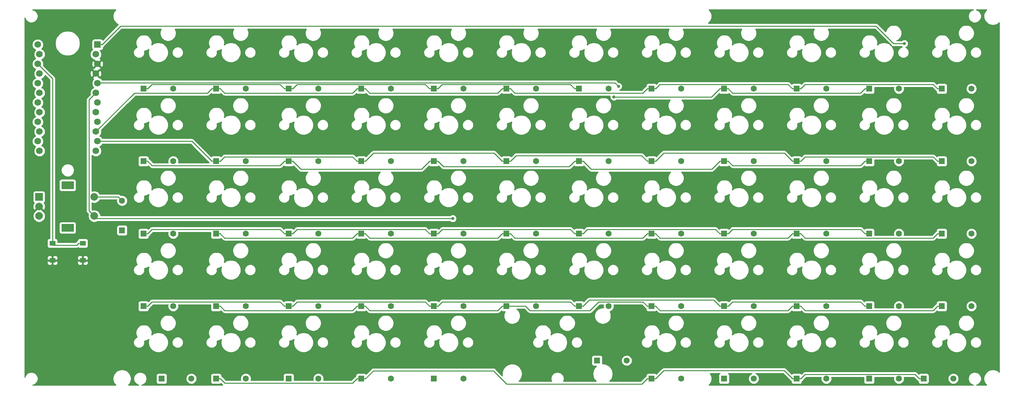
<source format=gbr>
G04 #@! TF.GenerationSoftware,KiCad,Pcbnew,(5.1.9)-1*
G04 #@! TF.CreationDate,2021-06-18T19:30:07-04:00*
G04 #@! TF.ProjectId,Mainpcb,4d61696e-7063-4622-9e6b-696361645f70,rev?*
G04 #@! TF.SameCoordinates,Original*
G04 #@! TF.FileFunction,Copper,L1,Top*
G04 #@! TF.FilePolarity,Positive*
%FSLAX46Y46*%
G04 Gerber Fmt 4.6, Leading zero omitted, Abs format (unit mm)*
G04 Created by KiCad (PCBNEW (5.1.9)-1) date 2021-06-18 19:30:07*
%MOMM*%
%LPD*%
G01*
G04 APERTURE LIST*
G04 #@! TA.AperFunction,ComponentPad*
%ADD10C,1.600000*%
G04 #@! TD*
G04 #@! TA.AperFunction,ComponentPad*
%ADD11R,1.600000X1.600000*%
G04 #@! TD*
G04 #@! TA.AperFunction,ComponentPad*
%ADD12R,2.000000X2.000000*%
G04 #@! TD*
G04 #@! TA.AperFunction,ComponentPad*
%ADD13C,2.000000*%
G04 #@! TD*
G04 #@! TA.AperFunction,ComponentPad*
%ADD14R,3.200000X2.000000*%
G04 #@! TD*
G04 #@! TA.AperFunction,SMDPad,CuDef*
%ADD15R,1.550000X1.300000*%
G04 #@! TD*
G04 #@! TA.AperFunction,ComponentPad*
%ADD16R,1.752600X1.752600*%
G04 #@! TD*
G04 #@! TA.AperFunction,ComponentPad*
%ADD17C,1.752600*%
G04 #@! TD*
G04 #@! TA.AperFunction,ViaPad*
%ADD18C,0.800000*%
G04 #@! TD*
G04 #@! TA.AperFunction,Conductor*
%ADD19C,0.250000*%
G04 #@! TD*
G04 #@! TA.AperFunction,Conductor*
%ADD20C,0.254000*%
G04 #@! TD*
G04 #@! TA.AperFunction,Conductor*
%ADD21C,0.100000*%
G04 #@! TD*
G04 APERTURE END LIST*
D10*
X45244700Y-69920300D03*
D11*
X45244700Y-77720300D03*
D10*
X263462000Y-116683000D03*
D11*
X255662000Y-116683000D03*
D10*
X249174000Y-116684000D03*
D11*
X241374000Y-116684000D03*
D10*
X230124000Y-116683000D03*
D11*
X222324000Y-116683000D03*
D10*
X211073000Y-116684000D03*
D11*
X203273000Y-116684000D03*
D10*
X192023000Y-116683000D03*
D11*
X184223000Y-116683000D03*
D10*
X177735000Y-111921000D03*
D11*
X169935000Y-111921000D03*
D10*
X134872000Y-116684000D03*
D11*
X127072000Y-116684000D03*
D10*
X115821000Y-116683000D03*
D11*
X108021000Y-116683000D03*
D10*
X96770700Y-116684000D03*
D11*
X88970700Y-116684000D03*
D10*
X77720300Y-116683000D03*
D11*
X69920300Y-116683000D03*
D10*
X63432500Y-116684000D03*
D11*
X55632500Y-116684000D03*
D10*
X268224000Y-97633300D03*
D11*
X260424000Y-97633300D03*
D10*
X249174000Y-97633300D03*
D11*
X241374000Y-97633300D03*
D10*
X230124000Y-97633300D03*
D11*
X222324000Y-97633300D03*
D10*
X211073000Y-97633300D03*
D11*
X203273000Y-97633300D03*
D10*
X192023000Y-97633300D03*
D11*
X184223000Y-97633300D03*
D10*
X172972000Y-97633300D03*
D11*
X165172000Y-97633300D03*
D10*
X153922000Y-97633300D03*
D11*
X146122000Y-97633300D03*
D10*
X134872000Y-97633300D03*
D11*
X127072000Y-97633300D03*
D10*
X115821000Y-97633300D03*
D11*
X108021000Y-97633300D03*
D10*
X96770700Y-97633300D03*
D11*
X88970700Y-97633300D03*
D10*
X77720300Y-97633300D03*
D11*
X69920300Y-97633300D03*
D10*
X58669900Y-97633300D03*
D11*
X50869900Y-97633300D03*
D10*
X268224000Y-78582900D03*
D11*
X260424000Y-78582900D03*
D10*
X249174000Y-78582900D03*
D11*
X241374000Y-78582900D03*
D10*
X230124000Y-78582900D03*
D11*
X222324000Y-78582900D03*
D10*
X211073000Y-78582900D03*
D11*
X203273000Y-78582900D03*
D10*
X192023000Y-78582900D03*
D11*
X184223000Y-78582900D03*
D10*
X172972000Y-78582900D03*
D11*
X165172000Y-78582900D03*
D10*
X153922000Y-78582900D03*
D11*
X146122000Y-78582900D03*
D10*
X134872000Y-78582900D03*
D11*
X127072000Y-78582900D03*
D10*
X115821000Y-78582900D03*
D11*
X108021000Y-78582900D03*
D10*
X96770700Y-78582900D03*
D11*
X88970700Y-78582900D03*
D10*
X77720300Y-78582900D03*
D11*
X69920300Y-78582900D03*
D10*
X58669900Y-78582900D03*
D11*
X50869900Y-78582900D03*
D10*
X268224000Y-59532500D03*
D11*
X260424000Y-59532500D03*
X241374000Y-59532500D03*
D10*
X249174000Y-59532500D03*
X230124000Y-59532500D03*
D11*
X222324000Y-59532500D03*
D10*
X211073000Y-59532500D03*
D11*
X203273000Y-59532500D03*
D10*
X192023000Y-59532500D03*
D11*
X184223000Y-59532500D03*
D10*
X172972000Y-59532500D03*
D11*
X165172000Y-59532500D03*
D10*
X153922000Y-59532500D03*
D11*
X146122000Y-59532500D03*
D10*
X134872000Y-59532500D03*
D11*
X127072000Y-59532500D03*
D10*
X115821000Y-59532500D03*
D11*
X108021000Y-59532500D03*
D10*
X96770700Y-59532500D03*
D11*
X88970700Y-59532500D03*
D10*
X77720300Y-59532500D03*
D11*
X69920300Y-59532500D03*
D10*
X58669900Y-59532500D03*
D11*
X50869900Y-59532500D03*
D10*
X268224000Y-40482100D03*
D11*
X260424000Y-40482100D03*
D10*
X249174000Y-40482100D03*
D11*
X241374000Y-40482100D03*
D10*
X230124000Y-40482100D03*
D11*
X222324000Y-40482100D03*
D10*
X211073000Y-40482100D03*
D11*
X203273000Y-40482100D03*
D10*
X192023000Y-40482100D03*
D11*
X184223000Y-40482100D03*
D10*
X172972000Y-40482100D03*
D11*
X165172000Y-40482100D03*
D10*
X153922000Y-40482100D03*
D11*
X146122000Y-40482100D03*
D10*
X134872000Y-40482100D03*
D11*
X127072000Y-40482100D03*
D10*
X115821000Y-40482100D03*
D11*
X108021000Y-40482100D03*
D10*
X96770700Y-40482100D03*
D11*
X88970700Y-40482100D03*
D10*
X77720300Y-40482100D03*
D11*
X69920300Y-40482100D03*
D10*
X58669900Y-40482100D03*
D11*
X50869900Y-40482100D03*
D12*
X23456900Y-68939000D03*
D13*
X23456900Y-71439000D03*
X23456900Y-73939000D03*
D14*
X30956900Y-77039000D03*
D13*
X37956900Y-68939000D03*
X37956900Y-73939000D03*
D14*
X30956900Y-65839000D03*
D15*
X26981900Y-85595500D03*
X26981900Y-81095500D03*
X34931900Y-81095500D03*
X34931900Y-85595500D03*
D16*
X38805500Y-28893400D03*
D17*
X38348300Y-31433400D03*
X38805500Y-33973400D03*
X38348300Y-36513400D03*
X38805500Y-39053400D03*
X38348300Y-41593400D03*
X38805500Y-44133400D03*
X38348300Y-46673400D03*
X38805500Y-49213400D03*
X38348300Y-51753400D03*
X38805500Y-54293400D03*
X23565500Y-56833400D03*
X23108300Y-54293400D03*
X23565500Y-51753400D03*
X23108300Y-49213400D03*
X23565500Y-46673400D03*
X23108300Y-44133400D03*
X23565500Y-41593400D03*
X23108300Y-39053400D03*
X23565500Y-36513400D03*
X23108300Y-33973400D03*
X23565500Y-31433400D03*
X38348300Y-56833400D03*
X23108300Y-28893400D03*
D18*
X132055600Y-74587400D03*
X175557200Y-39851400D03*
X250606500Y-28624100D03*
X174353000Y-42643100D03*
D19*
X132055600Y-74587400D02*
X38605300Y-74587400D01*
X38605300Y-74587400D02*
X37956900Y-73939000D01*
X38348300Y-41593400D02*
X36578800Y-43362900D01*
X36578800Y-43362900D02*
X36578800Y-72560900D01*
X36578800Y-72560900D02*
X37956900Y-73939000D01*
X38805500Y-39053400D02*
X38952500Y-38906400D01*
X38952500Y-38906400D02*
X174612200Y-38906400D01*
X174612200Y-38906400D02*
X175557200Y-39851400D01*
X38805500Y-28893400D02*
X40007100Y-28893400D01*
X40007100Y-28893400D02*
X44849200Y-24051300D01*
X44849200Y-24051300D02*
X243186800Y-24051300D01*
X243186800Y-24051300D02*
X247759600Y-28624100D01*
X247759600Y-28624100D02*
X250606500Y-28624100D01*
X88970700Y-40482100D02*
X87845400Y-40482100D01*
X50869900Y-40482100D02*
X51995200Y-40482100D01*
X51995200Y-40482100D02*
X53120500Y-39356800D01*
X53120500Y-39356800D02*
X86720100Y-39356800D01*
X86720100Y-39356800D02*
X87845400Y-40482100D01*
X203273000Y-40482100D02*
X202147700Y-40482100D01*
X174353000Y-42643100D02*
X199986700Y-42643100D01*
X199986700Y-42643100D02*
X202147700Y-40482100D01*
X241374000Y-40482100D02*
X240248700Y-40482100D01*
X203273000Y-40482100D02*
X204398300Y-40482100D01*
X204398300Y-40482100D02*
X205523600Y-41607400D01*
X205523600Y-41607400D02*
X239123400Y-41607400D01*
X239123400Y-41607400D02*
X240248700Y-40482100D01*
X165172000Y-40482100D02*
X164046700Y-40482100D01*
X127072000Y-40482100D02*
X128197300Y-40482100D01*
X128197300Y-40482100D02*
X129322600Y-39356800D01*
X129322600Y-39356800D02*
X162921400Y-39356800D01*
X162921400Y-39356800D02*
X164046700Y-40482100D01*
X126509400Y-40482100D02*
X127072000Y-40482100D01*
X126509400Y-40482100D02*
X125946700Y-40482100D01*
X88970700Y-40482100D02*
X90096000Y-40482100D01*
X90096000Y-40482100D02*
X91221300Y-39356800D01*
X91221300Y-39356800D02*
X124821400Y-39356800D01*
X124821400Y-39356800D02*
X125946700Y-40482100D01*
X69920300Y-40482100D02*
X68795000Y-40482100D01*
X38348300Y-51753400D02*
X48494300Y-41607400D01*
X48494300Y-41607400D02*
X67669700Y-41607400D01*
X67669700Y-41607400D02*
X68795000Y-40482100D01*
X108021000Y-40482100D02*
X106895700Y-40482100D01*
X69920300Y-40482100D02*
X71045600Y-40482100D01*
X71045600Y-40482100D02*
X72170900Y-41607400D01*
X72170900Y-41607400D02*
X105770400Y-41607400D01*
X105770400Y-41607400D02*
X106895700Y-40482100D01*
X146122000Y-40482100D02*
X144996700Y-40482100D01*
X108021000Y-40482100D02*
X109146300Y-40482100D01*
X109146300Y-40482100D02*
X110271600Y-41607400D01*
X110271600Y-41607400D02*
X143871400Y-41607400D01*
X143871400Y-41607400D02*
X144996700Y-40482100D01*
X183097700Y-40482100D02*
X181972400Y-41607400D01*
X181972400Y-41607400D02*
X148372600Y-41607400D01*
X148372600Y-41607400D02*
X147247300Y-40482100D01*
X222324000Y-40482100D02*
X221198700Y-40482100D01*
X184223000Y-40482100D02*
X185348300Y-40482100D01*
X185348300Y-40482100D02*
X186473600Y-39356800D01*
X186473600Y-39356800D02*
X220073400Y-39356800D01*
X220073400Y-39356800D02*
X221198700Y-40482100D01*
X183660400Y-40482100D02*
X184223000Y-40482100D01*
X183660400Y-40482100D02*
X183097700Y-40482100D01*
X146122000Y-40482100D02*
X147247300Y-40482100D01*
X260424000Y-40482100D02*
X259298700Y-40482100D01*
X222324000Y-40482100D02*
X223449300Y-40482100D01*
X223449300Y-40482100D02*
X224574600Y-39356800D01*
X224574600Y-39356800D02*
X258173400Y-39356800D01*
X258173400Y-39356800D02*
X259298700Y-40482100D01*
X88970700Y-59532500D02*
X87845400Y-59532500D01*
X50869900Y-59532500D02*
X51995200Y-59532500D01*
X51995200Y-59532500D02*
X53120500Y-60657800D01*
X53120500Y-60657800D02*
X86720100Y-60657800D01*
X86720100Y-60657800D02*
X87845400Y-59532500D01*
X127072000Y-59532500D02*
X125946700Y-59532500D01*
X88970700Y-59532500D02*
X90096000Y-59532500D01*
X90096000Y-59532500D02*
X92171400Y-61607900D01*
X92171400Y-61607900D02*
X123871300Y-61607900D01*
X123871300Y-61607900D02*
X125946700Y-59532500D01*
X165172000Y-59532500D02*
X164046700Y-59532500D01*
X127072000Y-59532500D02*
X128197300Y-59532500D01*
X128197300Y-59532500D02*
X129622700Y-60957900D01*
X129622700Y-60957900D02*
X162621300Y-60957900D01*
X162621300Y-60957900D02*
X164046700Y-59532500D01*
X203273000Y-59532500D02*
X204398300Y-59532500D01*
X241374000Y-59532500D02*
X240248700Y-59532500D01*
X240248700Y-59532500D02*
X239123400Y-60657800D01*
X239123400Y-60657800D02*
X205523600Y-60657800D01*
X205523600Y-60657800D02*
X204398300Y-59532500D01*
X203273000Y-59532500D02*
X202147700Y-59532500D01*
X165172000Y-59532500D02*
X166297300Y-59532500D01*
X166297300Y-59532500D02*
X168372700Y-61607900D01*
X168372700Y-61607900D02*
X200072300Y-61607900D01*
X200072300Y-61607900D02*
X202147700Y-59532500D01*
X146122000Y-59532500D02*
X144996700Y-59532500D01*
X108021000Y-59532500D02*
X109146300Y-59532500D01*
X109146300Y-59532500D02*
X111255700Y-57423100D01*
X111255700Y-57423100D02*
X142887300Y-57423100D01*
X142887300Y-57423100D02*
X144996700Y-59532500D01*
X107458400Y-59532500D02*
X108021000Y-59532500D01*
X184223000Y-59532500D02*
X183097700Y-59532500D01*
X146122000Y-59532500D02*
X147247300Y-59532500D01*
X147247300Y-59532500D02*
X148714700Y-58065100D01*
X148714700Y-58065100D02*
X181630300Y-58065100D01*
X181630300Y-58065100D02*
X183097700Y-59532500D01*
X222324000Y-59532500D02*
X221198700Y-59532500D01*
X184223000Y-59532500D02*
X185348300Y-59532500D01*
X185348300Y-59532500D02*
X187457900Y-57422900D01*
X187457900Y-57422900D02*
X219089100Y-57422900D01*
X219089100Y-57422900D02*
X221198700Y-59532500D01*
X69920300Y-59532500D02*
X68795000Y-59532500D01*
X38805500Y-54293400D02*
X63555900Y-54293400D01*
X63555900Y-54293400D02*
X68795000Y-59532500D01*
X260424000Y-59532500D02*
X259298700Y-59532500D01*
X222324000Y-59532500D02*
X223449300Y-59532500D01*
X223449300Y-59532500D02*
X224574600Y-58407200D01*
X224574600Y-58407200D02*
X258173400Y-58407200D01*
X258173400Y-58407200D02*
X259298700Y-59532500D01*
X107458400Y-59532500D02*
X106895700Y-59532500D01*
X69920300Y-59532500D02*
X71045600Y-59532500D01*
X71045600Y-59532500D02*
X72170900Y-58407200D01*
X72170900Y-58407200D02*
X105770400Y-58407200D01*
X105770400Y-58407200D02*
X106895700Y-59532500D01*
X88970700Y-78582900D02*
X87845400Y-78582900D01*
X50869900Y-78582900D02*
X51995200Y-78582900D01*
X51995200Y-78582900D02*
X53120500Y-77457600D01*
X53120500Y-77457600D02*
X86720100Y-77457600D01*
X86720100Y-77457600D02*
X87845400Y-78582900D01*
X127072000Y-78582900D02*
X125946700Y-78582900D01*
X88970700Y-78582900D02*
X90096000Y-78582900D01*
X90096000Y-78582900D02*
X91221300Y-77457600D01*
X91221300Y-77457600D02*
X124821400Y-77457600D01*
X124821400Y-77457600D02*
X125946700Y-78582900D01*
X165172000Y-78582900D02*
X164046700Y-78582900D01*
X127072000Y-78582900D02*
X128197300Y-78582900D01*
X128197300Y-78582900D02*
X129322600Y-77457600D01*
X129322600Y-77457600D02*
X162921400Y-77457600D01*
X162921400Y-77457600D02*
X164046700Y-78582900D01*
X241374000Y-78582900D02*
X240248700Y-78582900D01*
X203273000Y-78582900D02*
X204398300Y-78582900D01*
X204398300Y-78582900D02*
X205523600Y-77457600D01*
X205523600Y-77457600D02*
X239123400Y-77457600D01*
X239123400Y-77457600D02*
X240248700Y-78582900D01*
X202710400Y-78582900D02*
X203273000Y-78582900D01*
X202710400Y-78582900D02*
X202147700Y-78582900D01*
X165172000Y-78582900D02*
X166297300Y-78582900D01*
X166297300Y-78582900D02*
X167422600Y-77457600D01*
X167422600Y-77457600D02*
X201022400Y-77457600D01*
X201022400Y-77457600D02*
X202147700Y-78582900D01*
X184223000Y-78582900D02*
X183097700Y-78582900D01*
X146122000Y-78582900D02*
X147247300Y-78582900D01*
X147247300Y-78582900D02*
X148372600Y-79708200D01*
X148372600Y-79708200D02*
X181972400Y-79708200D01*
X181972400Y-79708200D02*
X183097700Y-78582900D01*
X145559400Y-78582900D02*
X146122000Y-78582900D01*
X222324000Y-78582900D02*
X221198700Y-78582900D01*
X184223000Y-78582900D02*
X185348300Y-78582900D01*
X185348300Y-78582900D02*
X186473600Y-79708200D01*
X186473600Y-79708200D02*
X220073400Y-79708200D01*
X220073400Y-79708200D02*
X221198700Y-78582900D01*
X260424000Y-78582900D02*
X259298700Y-78582900D01*
X222324000Y-78582900D02*
X223449300Y-78582900D01*
X223449300Y-78582900D02*
X224574600Y-79708200D01*
X224574600Y-79708200D02*
X258173400Y-79708200D01*
X258173400Y-79708200D02*
X259298700Y-78582900D01*
X108021000Y-78582900D02*
X106895700Y-78582900D01*
X69920300Y-78582900D02*
X71045600Y-78582900D01*
X71045600Y-78582900D02*
X72170900Y-79708200D01*
X72170900Y-79708200D02*
X105770400Y-79708200D01*
X105770400Y-79708200D02*
X106895700Y-78582900D01*
X145559400Y-78582900D02*
X144996700Y-78582900D01*
X108021000Y-78582900D02*
X109146300Y-78582900D01*
X109146300Y-78582900D02*
X110271600Y-79708200D01*
X110271600Y-79708200D02*
X143871400Y-79708200D01*
X143871400Y-79708200D02*
X144996700Y-78582900D01*
X88970700Y-97633300D02*
X87845400Y-97633300D01*
X50869900Y-97633300D02*
X51995200Y-97633300D01*
X51995200Y-97633300D02*
X53120500Y-96508000D01*
X53120500Y-96508000D02*
X86720100Y-96508000D01*
X86720100Y-96508000D02*
X87845400Y-97633300D01*
X127072000Y-97633300D02*
X125946700Y-97633300D01*
X88970700Y-97633300D02*
X90096000Y-97633300D01*
X90096000Y-97633300D02*
X91221300Y-96508000D01*
X91221300Y-96508000D02*
X124821400Y-96508000D01*
X124821400Y-96508000D02*
X125946700Y-97633300D01*
X165172000Y-97633300D02*
X164046700Y-97633300D01*
X127072000Y-97633300D02*
X128197300Y-97633300D01*
X128197300Y-97633300D02*
X129322600Y-96508000D01*
X129322600Y-96508000D02*
X162921400Y-96508000D01*
X162921400Y-96508000D02*
X164046700Y-97633300D01*
X203273000Y-97633300D02*
X202147700Y-97633300D01*
X165172000Y-97633300D02*
X166297300Y-97633300D01*
X166297300Y-97633300D02*
X167896800Y-96033800D01*
X167896800Y-96033800D02*
X200548200Y-96033800D01*
X200548200Y-96033800D02*
X202147700Y-97633300D01*
X241374000Y-97633300D02*
X240248700Y-97633300D01*
X203273000Y-97633300D02*
X204398300Y-97633300D01*
X204398300Y-97633300D02*
X205523600Y-96508000D01*
X205523600Y-96508000D02*
X239123400Y-96508000D01*
X239123400Y-96508000D02*
X240248700Y-97633300D01*
X184223000Y-97633300D02*
X183097700Y-97633300D01*
X146122000Y-97633300D02*
X151165300Y-97633300D01*
X151165300Y-97633300D02*
X152290700Y-98758700D01*
X152290700Y-98758700D02*
X168097600Y-98758700D01*
X168097600Y-98758700D02*
X170348300Y-96508000D01*
X170348300Y-96508000D02*
X181972400Y-96508000D01*
X181972400Y-96508000D02*
X183097700Y-97633300D01*
X145559400Y-97633300D02*
X146122000Y-97633300D01*
X222324000Y-97633300D02*
X221198700Y-97633300D01*
X184223000Y-97633300D02*
X185348300Y-97633300D01*
X185348300Y-97633300D02*
X186473600Y-98758600D01*
X186473600Y-98758600D02*
X220073400Y-98758600D01*
X220073400Y-98758600D02*
X221198700Y-97633300D01*
X260424000Y-97633300D02*
X259298700Y-97633300D01*
X222324000Y-97633300D02*
X223449300Y-97633300D01*
X223449300Y-97633300D02*
X224574600Y-98758600D01*
X224574600Y-98758600D02*
X258173400Y-98758600D01*
X258173400Y-98758600D02*
X259298700Y-97633300D01*
X108021000Y-97633300D02*
X106895700Y-97633300D01*
X69920300Y-97633300D02*
X71045600Y-97633300D01*
X71045600Y-97633300D02*
X72170900Y-98758600D01*
X72170900Y-98758600D02*
X105770400Y-98758600D01*
X105770400Y-98758600D02*
X106895700Y-97633300D01*
X145559400Y-97633300D02*
X144996700Y-97633300D01*
X108021000Y-97633300D02*
X109146300Y-97633300D01*
X109146300Y-97633300D02*
X110271600Y-98758600D01*
X110271600Y-98758600D02*
X143871400Y-98758600D01*
X143871400Y-98758600D02*
X144996700Y-97633300D01*
X108021000Y-116683000D02*
X106895700Y-116683000D01*
X69920300Y-116683000D02*
X71045600Y-116683000D01*
X71045600Y-116683000D02*
X72191300Y-117828700D01*
X72191300Y-117828700D02*
X105750000Y-117828700D01*
X105750000Y-117828700D02*
X106895700Y-116683000D01*
X222324000Y-116683000D02*
X221198700Y-116683000D01*
X184223000Y-116683000D02*
X185348300Y-116683000D01*
X185348300Y-116683000D02*
X187457700Y-114573600D01*
X187457700Y-114573600D02*
X219089300Y-114573600D01*
X219089300Y-114573600D02*
X221198700Y-116683000D01*
X183660400Y-116683000D02*
X184223000Y-116683000D01*
X183660400Y-116683000D02*
X183097700Y-116683000D01*
X108021000Y-116683000D02*
X109146300Y-116683000D01*
X109146300Y-116683000D02*
X111220900Y-114608400D01*
X111220900Y-114608400D02*
X142710600Y-114608400D01*
X142710600Y-114608400D02*
X146225600Y-118123400D01*
X146225600Y-118123400D02*
X181657300Y-118123400D01*
X181657300Y-118123400D02*
X183097700Y-116683000D01*
X255662000Y-116683000D02*
X254536700Y-116683000D01*
X222324000Y-116683000D02*
X223449300Y-116683000D01*
X223449300Y-116683000D02*
X224574600Y-115557700D01*
X224574600Y-115557700D02*
X253411400Y-115557700D01*
X253411400Y-115557700D02*
X254536700Y-116683000D01*
X37956900Y-68939000D02*
X44263400Y-68939000D01*
X44263400Y-68939000D02*
X45244700Y-69920300D01*
X23108300Y-33973400D02*
X26981900Y-37847000D01*
X26981900Y-37847000D02*
X26981900Y-81095500D01*
X34931900Y-81095500D02*
X33831600Y-81095500D01*
X26981900Y-81583100D02*
X33344000Y-81583100D01*
X33344000Y-81583100D02*
X33831600Y-81095500D01*
X26981900Y-81095500D02*
X26981900Y-81583100D01*
D20*
X43392150Y-19911351D02*
X43131140Y-20301979D01*
X42951354Y-20736021D01*
X42859700Y-21196798D01*
X42859700Y-21666602D01*
X42951354Y-22127379D01*
X43131140Y-22561421D01*
X43392150Y-22952049D01*
X43724351Y-23284250D01*
X44114979Y-23545260D01*
X44231976Y-23593722D01*
X40190140Y-27635559D01*
X40132985Y-27565915D01*
X40036294Y-27486563D01*
X39925980Y-27427598D01*
X39806282Y-27391288D01*
X39681800Y-27379028D01*
X37929200Y-27379028D01*
X37804718Y-27391288D01*
X37685020Y-27427598D01*
X37574706Y-27486563D01*
X37478015Y-27565915D01*
X37398663Y-27662606D01*
X37339698Y-27772920D01*
X37303388Y-27892618D01*
X37291128Y-28017100D01*
X37291128Y-29769700D01*
X37303388Y-29894182D01*
X37339698Y-30013880D01*
X37398663Y-30124194D01*
X37465504Y-30205640D01*
X37384902Y-30259496D01*
X37174396Y-30470002D01*
X37009003Y-30717531D01*
X36895078Y-30992570D01*
X36837000Y-31284550D01*
X36837000Y-31582250D01*
X36895078Y-31874230D01*
X37009003Y-32149269D01*
X37174396Y-32396798D01*
X37384902Y-32607304D01*
X37632431Y-32772697D01*
X37907470Y-32886622D01*
X37948060Y-32894696D01*
X37937937Y-32926231D01*
X38805500Y-33793795D01*
X39673063Y-32926231D01*
X39592246Y-32674471D01*
X39357088Y-32561914D01*
X39522204Y-32396798D01*
X39687597Y-32149269D01*
X39801522Y-31874230D01*
X39859600Y-31582250D01*
X39859600Y-31284550D01*
X39801522Y-30992570D01*
X39726045Y-30810352D01*
X48203800Y-30810352D01*
X48203800Y-31103048D01*
X48260902Y-31390121D01*
X48372912Y-31660538D01*
X48535526Y-31903906D01*
X48742494Y-32110874D01*
X48985862Y-32273488D01*
X49256279Y-32385498D01*
X49543352Y-32442600D01*
X49836048Y-32442600D01*
X50123121Y-32385498D01*
X50393538Y-32273488D01*
X50636906Y-32110874D01*
X50843874Y-31903906D01*
X51006488Y-31660538D01*
X51118498Y-31390121D01*
X51175600Y-31103048D01*
X51175600Y-30810352D01*
X51124151Y-30551700D01*
X51169979Y-30551700D01*
X51582456Y-30469653D01*
X51971002Y-30308712D01*
X52277408Y-30103979D01*
X52241827Y-30189878D01*
X52140800Y-30697776D01*
X52140800Y-31215624D01*
X52241827Y-31723522D01*
X52439999Y-32201951D01*
X52727700Y-32632526D01*
X53093874Y-32998700D01*
X53524449Y-33286401D01*
X54002878Y-33484573D01*
X54510776Y-33585600D01*
X55028624Y-33585600D01*
X55536522Y-33484573D01*
X56014951Y-33286401D01*
X56445526Y-32998700D01*
X56811700Y-32632526D01*
X57099401Y-32201951D01*
X57297573Y-31723522D01*
X57398600Y-31215624D01*
X57398600Y-30810352D01*
X58363800Y-30810352D01*
X58363800Y-31103048D01*
X58420902Y-31390121D01*
X58532912Y-31660538D01*
X58695526Y-31903906D01*
X58902494Y-32110874D01*
X59145862Y-32273488D01*
X59416279Y-32385498D01*
X59703352Y-32442600D01*
X59996048Y-32442600D01*
X60283121Y-32385498D01*
X60553538Y-32273488D01*
X60796906Y-32110874D01*
X61003874Y-31903906D01*
X61166488Y-31660538D01*
X61278498Y-31390121D01*
X61335600Y-31103048D01*
X61335600Y-30810352D01*
X67253800Y-30810352D01*
X67253800Y-31103048D01*
X67310902Y-31390121D01*
X67422912Y-31660538D01*
X67585526Y-31903906D01*
X67792494Y-32110874D01*
X68035862Y-32273488D01*
X68306279Y-32385498D01*
X68593352Y-32442600D01*
X68886048Y-32442600D01*
X69173121Y-32385498D01*
X69443538Y-32273488D01*
X69686906Y-32110874D01*
X69893874Y-31903906D01*
X70056488Y-31660538D01*
X70168498Y-31390121D01*
X70225600Y-31103048D01*
X70225600Y-30810352D01*
X70174151Y-30551700D01*
X70219979Y-30551700D01*
X70632456Y-30469653D01*
X71021002Y-30308712D01*
X71327408Y-30103979D01*
X71291827Y-30189878D01*
X71190800Y-30697776D01*
X71190800Y-31215624D01*
X71291827Y-31723522D01*
X71489999Y-32201951D01*
X71777700Y-32632526D01*
X72143874Y-32998700D01*
X72574449Y-33286401D01*
X73052878Y-33484573D01*
X73560776Y-33585600D01*
X74078624Y-33585600D01*
X74586522Y-33484573D01*
X75064951Y-33286401D01*
X75495526Y-32998700D01*
X75861700Y-32632526D01*
X76149401Y-32201951D01*
X76347573Y-31723522D01*
X76448600Y-31215624D01*
X76448600Y-30810352D01*
X77413800Y-30810352D01*
X77413800Y-31103048D01*
X77470902Y-31390121D01*
X77582912Y-31660538D01*
X77745526Y-31903906D01*
X77952494Y-32110874D01*
X78195862Y-32273488D01*
X78466279Y-32385498D01*
X78753352Y-32442600D01*
X79046048Y-32442600D01*
X79333121Y-32385498D01*
X79603538Y-32273488D01*
X79846906Y-32110874D01*
X80053874Y-31903906D01*
X80216488Y-31660538D01*
X80328498Y-31390121D01*
X80385600Y-31103048D01*
X80385600Y-30810352D01*
X86303800Y-30810352D01*
X86303800Y-31103048D01*
X86360902Y-31390121D01*
X86472912Y-31660538D01*
X86635526Y-31903906D01*
X86842494Y-32110874D01*
X87085862Y-32273488D01*
X87356279Y-32385498D01*
X87643352Y-32442600D01*
X87936048Y-32442600D01*
X88223121Y-32385498D01*
X88493538Y-32273488D01*
X88736906Y-32110874D01*
X88943874Y-31903906D01*
X89106488Y-31660538D01*
X89218498Y-31390121D01*
X89275600Y-31103048D01*
X89275600Y-30810352D01*
X89224151Y-30551700D01*
X89269979Y-30551700D01*
X89682456Y-30469653D01*
X90071002Y-30308712D01*
X90377408Y-30103979D01*
X90341827Y-30189878D01*
X90240800Y-30697776D01*
X90240800Y-31215624D01*
X90341827Y-31723522D01*
X90539999Y-32201951D01*
X90827700Y-32632526D01*
X91193874Y-32998700D01*
X91624449Y-33286401D01*
X92102878Y-33484573D01*
X92610776Y-33585600D01*
X93128624Y-33585600D01*
X93636522Y-33484573D01*
X94114951Y-33286401D01*
X94545526Y-32998700D01*
X94911700Y-32632526D01*
X95199401Y-32201951D01*
X95397573Y-31723522D01*
X95498600Y-31215624D01*
X95498600Y-30810352D01*
X96463800Y-30810352D01*
X96463800Y-31103048D01*
X96520902Y-31390121D01*
X96632912Y-31660538D01*
X96795526Y-31903906D01*
X97002494Y-32110874D01*
X97245862Y-32273488D01*
X97516279Y-32385498D01*
X97803352Y-32442600D01*
X98096048Y-32442600D01*
X98383121Y-32385498D01*
X98653538Y-32273488D01*
X98896906Y-32110874D01*
X99103874Y-31903906D01*
X99266488Y-31660538D01*
X99378498Y-31390121D01*
X99435600Y-31103048D01*
X99435600Y-30810352D01*
X105354100Y-30810352D01*
X105354100Y-31103048D01*
X105411202Y-31390121D01*
X105523212Y-31660538D01*
X105685826Y-31903906D01*
X105892794Y-32110874D01*
X106136162Y-32273488D01*
X106406579Y-32385498D01*
X106693652Y-32442600D01*
X106986348Y-32442600D01*
X107273421Y-32385498D01*
X107543838Y-32273488D01*
X107787206Y-32110874D01*
X107994174Y-31903906D01*
X108156788Y-31660538D01*
X108268798Y-31390121D01*
X108325900Y-31103048D01*
X108325900Y-30810352D01*
X108274451Y-30551700D01*
X108320279Y-30551700D01*
X108732756Y-30469653D01*
X109121302Y-30308712D01*
X109427708Y-30103979D01*
X109392127Y-30189878D01*
X109291100Y-30697776D01*
X109291100Y-31215624D01*
X109392127Y-31723522D01*
X109590299Y-32201951D01*
X109878000Y-32632526D01*
X110244174Y-32998700D01*
X110674749Y-33286401D01*
X111153178Y-33484573D01*
X111661076Y-33585600D01*
X112178924Y-33585600D01*
X112686822Y-33484573D01*
X113165251Y-33286401D01*
X113595826Y-32998700D01*
X113962000Y-32632526D01*
X114249701Y-32201951D01*
X114447873Y-31723522D01*
X114548900Y-31215624D01*
X114548900Y-30810352D01*
X115514100Y-30810352D01*
X115514100Y-31103048D01*
X115571202Y-31390121D01*
X115683212Y-31660538D01*
X115845826Y-31903906D01*
X116052794Y-32110874D01*
X116296162Y-32273488D01*
X116566579Y-32385498D01*
X116853652Y-32442600D01*
X117146348Y-32442600D01*
X117433421Y-32385498D01*
X117703838Y-32273488D01*
X117947206Y-32110874D01*
X118154174Y-31903906D01*
X118316788Y-31660538D01*
X118428798Y-31390121D01*
X118485900Y-31103048D01*
X118485900Y-30810352D01*
X124404100Y-30810352D01*
X124404100Y-31103048D01*
X124461202Y-31390121D01*
X124573212Y-31660538D01*
X124735826Y-31903906D01*
X124942794Y-32110874D01*
X125186162Y-32273488D01*
X125456579Y-32385498D01*
X125743652Y-32442600D01*
X126036348Y-32442600D01*
X126323421Y-32385498D01*
X126593838Y-32273488D01*
X126837206Y-32110874D01*
X127044174Y-31903906D01*
X127206788Y-31660538D01*
X127318798Y-31390121D01*
X127375900Y-31103048D01*
X127375900Y-30810352D01*
X127324451Y-30551700D01*
X127370279Y-30551700D01*
X127782756Y-30469653D01*
X128171302Y-30308712D01*
X128477708Y-30103979D01*
X128442127Y-30189878D01*
X128341100Y-30697776D01*
X128341100Y-31215624D01*
X128442127Y-31723522D01*
X128640299Y-32201951D01*
X128928000Y-32632526D01*
X129294174Y-32998700D01*
X129724749Y-33286401D01*
X130203178Y-33484573D01*
X130711076Y-33585600D01*
X131228924Y-33585600D01*
X131736822Y-33484573D01*
X132215251Y-33286401D01*
X132645826Y-32998700D01*
X133012000Y-32632526D01*
X133299701Y-32201951D01*
X133497873Y-31723522D01*
X133598900Y-31215624D01*
X133598900Y-30810352D01*
X134564100Y-30810352D01*
X134564100Y-31103048D01*
X134621202Y-31390121D01*
X134733212Y-31660538D01*
X134895826Y-31903906D01*
X135102794Y-32110874D01*
X135346162Y-32273488D01*
X135616579Y-32385498D01*
X135903652Y-32442600D01*
X136196348Y-32442600D01*
X136483421Y-32385498D01*
X136753838Y-32273488D01*
X136997206Y-32110874D01*
X137204174Y-31903906D01*
X137366788Y-31660538D01*
X137478798Y-31390121D01*
X137535900Y-31103048D01*
X137535900Y-30810352D01*
X143454100Y-30810352D01*
X143454100Y-31103048D01*
X143511202Y-31390121D01*
X143623212Y-31660538D01*
X143785826Y-31903906D01*
X143992794Y-32110874D01*
X144236162Y-32273488D01*
X144506579Y-32385498D01*
X144793652Y-32442600D01*
X145086348Y-32442600D01*
X145373421Y-32385498D01*
X145643838Y-32273488D01*
X145887206Y-32110874D01*
X146094174Y-31903906D01*
X146256788Y-31660538D01*
X146368798Y-31390121D01*
X146425900Y-31103048D01*
X146425900Y-30810352D01*
X146374451Y-30551700D01*
X146420279Y-30551700D01*
X146832756Y-30469653D01*
X147221302Y-30308712D01*
X147527708Y-30103979D01*
X147492127Y-30189878D01*
X147391100Y-30697776D01*
X147391100Y-31215624D01*
X147492127Y-31723522D01*
X147690299Y-32201951D01*
X147978000Y-32632526D01*
X148344174Y-32998700D01*
X148774749Y-33286401D01*
X149253178Y-33484573D01*
X149761076Y-33585600D01*
X150278924Y-33585600D01*
X150786822Y-33484573D01*
X151265251Y-33286401D01*
X151695826Y-32998700D01*
X152062000Y-32632526D01*
X152349701Y-32201951D01*
X152547873Y-31723522D01*
X152648900Y-31215624D01*
X152648900Y-30810352D01*
X153614100Y-30810352D01*
X153614100Y-31103048D01*
X153671202Y-31390121D01*
X153783212Y-31660538D01*
X153945826Y-31903906D01*
X154152794Y-32110874D01*
X154396162Y-32273488D01*
X154666579Y-32385498D01*
X154953652Y-32442600D01*
X155246348Y-32442600D01*
X155533421Y-32385498D01*
X155803838Y-32273488D01*
X156047206Y-32110874D01*
X156254174Y-31903906D01*
X156416788Y-31660538D01*
X156528798Y-31390121D01*
X156585900Y-31103048D01*
X156585900Y-30810352D01*
X162504100Y-30810352D01*
X162504100Y-31103048D01*
X162561202Y-31390121D01*
X162673212Y-31660538D01*
X162835826Y-31903906D01*
X163042794Y-32110874D01*
X163286162Y-32273488D01*
X163556579Y-32385498D01*
X163843652Y-32442600D01*
X164136348Y-32442600D01*
X164423421Y-32385498D01*
X164693838Y-32273488D01*
X164937206Y-32110874D01*
X165144174Y-31903906D01*
X165306788Y-31660538D01*
X165418798Y-31390121D01*
X165475900Y-31103048D01*
X165475900Y-30810352D01*
X165424451Y-30551700D01*
X165470279Y-30551700D01*
X165882756Y-30469653D01*
X166271302Y-30308712D01*
X166577708Y-30103979D01*
X166542127Y-30189878D01*
X166441100Y-30697776D01*
X166441100Y-31215624D01*
X166542127Y-31723522D01*
X166740299Y-32201951D01*
X167028000Y-32632526D01*
X167394174Y-32998700D01*
X167824749Y-33286401D01*
X168303178Y-33484573D01*
X168811076Y-33585600D01*
X169328924Y-33585600D01*
X169836822Y-33484573D01*
X170315251Y-33286401D01*
X170745826Y-32998700D01*
X171112000Y-32632526D01*
X171399701Y-32201951D01*
X171597873Y-31723522D01*
X171698900Y-31215624D01*
X171698900Y-30810352D01*
X172664100Y-30810352D01*
X172664100Y-31103048D01*
X172721202Y-31390121D01*
X172833212Y-31660538D01*
X172995826Y-31903906D01*
X173202794Y-32110874D01*
X173446162Y-32273488D01*
X173716579Y-32385498D01*
X174003652Y-32442600D01*
X174296348Y-32442600D01*
X174583421Y-32385498D01*
X174853838Y-32273488D01*
X175097206Y-32110874D01*
X175304174Y-31903906D01*
X175466788Y-31660538D01*
X175578798Y-31390121D01*
X175635900Y-31103048D01*
X175635900Y-30810352D01*
X181554100Y-30810352D01*
X181554100Y-31103048D01*
X181611202Y-31390121D01*
X181723212Y-31660538D01*
X181885826Y-31903906D01*
X182092794Y-32110874D01*
X182336162Y-32273488D01*
X182606579Y-32385498D01*
X182893652Y-32442600D01*
X183186348Y-32442600D01*
X183473421Y-32385498D01*
X183743838Y-32273488D01*
X183987206Y-32110874D01*
X184194174Y-31903906D01*
X184356788Y-31660538D01*
X184468798Y-31390121D01*
X184525900Y-31103048D01*
X184525900Y-30810352D01*
X184474451Y-30551700D01*
X184520279Y-30551700D01*
X184932756Y-30469653D01*
X185321302Y-30308712D01*
X185627708Y-30103979D01*
X185592127Y-30189878D01*
X185491100Y-30697776D01*
X185491100Y-31215624D01*
X185592127Y-31723522D01*
X185790299Y-32201951D01*
X186078000Y-32632526D01*
X186444174Y-32998700D01*
X186874749Y-33286401D01*
X187353178Y-33484573D01*
X187861076Y-33585600D01*
X188378924Y-33585600D01*
X188886822Y-33484573D01*
X189365251Y-33286401D01*
X189795826Y-32998700D01*
X190162000Y-32632526D01*
X190449701Y-32201951D01*
X190647873Y-31723522D01*
X190748900Y-31215624D01*
X190748900Y-30810352D01*
X191714100Y-30810352D01*
X191714100Y-31103048D01*
X191771202Y-31390121D01*
X191883212Y-31660538D01*
X192045826Y-31903906D01*
X192252794Y-32110874D01*
X192496162Y-32273488D01*
X192766579Y-32385498D01*
X193053652Y-32442600D01*
X193346348Y-32442600D01*
X193633421Y-32385498D01*
X193903838Y-32273488D01*
X194147206Y-32110874D01*
X194354174Y-31903906D01*
X194516788Y-31660538D01*
X194628798Y-31390121D01*
X194685900Y-31103048D01*
X194685900Y-30810352D01*
X200604100Y-30810352D01*
X200604100Y-31103048D01*
X200661202Y-31390121D01*
X200773212Y-31660538D01*
X200935826Y-31903906D01*
X201142794Y-32110874D01*
X201386162Y-32273488D01*
X201656579Y-32385498D01*
X201943652Y-32442600D01*
X202236348Y-32442600D01*
X202523421Y-32385498D01*
X202793838Y-32273488D01*
X203037206Y-32110874D01*
X203244174Y-31903906D01*
X203406788Y-31660538D01*
X203518798Y-31390121D01*
X203575900Y-31103048D01*
X203575900Y-30810352D01*
X203524451Y-30551700D01*
X203570279Y-30551700D01*
X203982756Y-30469653D01*
X204371302Y-30308712D01*
X204677708Y-30103979D01*
X204642127Y-30189878D01*
X204541100Y-30697776D01*
X204541100Y-31215624D01*
X204642127Y-31723522D01*
X204840299Y-32201951D01*
X205128000Y-32632526D01*
X205494174Y-32998700D01*
X205924749Y-33286401D01*
X206403178Y-33484573D01*
X206911076Y-33585600D01*
X207428924Y-33585600D01*
X207936822Y-33484573D01*
X208415251Y-33286401D01*
X208845826Y-32998700D01*
X209212000Y-32632526D01*
X209499701Y-32201951D01*
X209697873Y-31723522D01*
X209798900Y-31215624D01*
X209798900Y-30810352D01*
X210764100Y-30810352D01*
X210764100Y-31103048D01*
X210821202Y-31390121D01*
X210933212Y-31660538D01*
X211095826Y-31903906D01*
X211302794Y-32110874D01*
X211546162Y-32273488D01*
X211816579Y-32385498D01*
X212103652Y-32442600D01*
X212396348Y-32442600D01*
X212683421Y-32385498D01*
X212953838Y-32273488D01*
X213197206Y-32110874D01*
X213404174Y-31903906D01*
X213566788Y-31660538D01*
X213678798Y-31390121D01*
X213735900Y-31103048D01*
X213735900Y-30810352D01*
X219654100Y-30810352D01*
X219654100Y-31103048D01*
X219711202Y-31390121D01*
X219823212Y-31660538D01*
X219985826Y-31903906D01*
X220192794Y-32110874D01*
X220436162Y-32273488D01*
X220706579Y-32385498D01*
X220993652Y-32442600D01*
X221286348Y-32442600D01*
X221573421Y-32385498D01*
X221843838Y-32273488D01*
X222087206Y-32110874D01*
X222294174Y-31903906D01*
X222456788Y-31660538D01*
X222568798Y-31390121D01*
X222625900Y-31103048D01*
X222625900Y-30810352D01*
X222574451Y-30551700D01*
X222620279Y-30551700D01*
X223032756Y-30469653D01*
X223421302Y-30308712D01*
X223727708Y-30103979D01*
X223692127Y-30189878D01*
X223591100Y-30697776D01*
X223591100Y-31215624D01*
X223692127Y-31723522D01*
X223890299Y-32201951D01*
X224178000Y-32632526D01*
X224544174Y-32998700D01*
X224974749Y-33286401D01*
X225453178Y-33484573D01*
X225961076Y-33585600D01*
X226478924Y-33585600D01*
X226986822Y-33484573D01*
X227465251Y-33286401D01*
X227895826Y-32998700D01*
X228262000Y-32632526D01*
X228549701Y-32201951D01*
X228747873Y-31723522D01*
X228848900Y-31215624D01*
X228848900Y-30810352D01*
X229814100Y-30810352D01*
X229814100Y-31103048D01*
X229871202Y-31390121D01*
X229983212Y-31660538D01*
X230145826Y-31903906D01*
X230352794Y-32110874D01*
X230596162Y-32273488D01*
X230866579Y-32385498D01*
X231153652Y-32442600D01*
X231446348Y-32442600D01*
X231733421Y-32385498D01*
X232003838Y-32273488D01*
X232247206Y-32110874D01*
X232454174Y-31903906D01*
X232616788Y-31660538D01*
X232728798Y-31390121D01*
X232785900Y-31103048D01*
X232785900Y-30810352D01*
X238704100Y-30810352D01*
X238704100Y-31103048D01*
X238761202Y-31390121D01*
X238873212Y-31660538D01*
X239035826Y-31903906D01*
X239242794Y-32110874D01*
X239486162Y-32273488D01*
X239756579Y-32385498D01*
X240043652Y-32442600D01*
X240336348Y-32442600D01*
X240623421Y-32385498D01*
X240893838Y-32273488D01*
X241137206Y-32110874D01*
X241344174Y-31903906D01*
X241506788Y-31660538D01*
X241618798Y-31390121D01*
X241675900Y-31103048D01*
X241675900Y-30810352D01*
X241624451Y-30551700D01*
X241670279Y-30551700D01*
X242082756Y-30469653D01*
X242471302Y-30308712D01*
X242777708Y-30103979D01*
X242742127Y-30189878D01*
X242641100Y-30697776D01*
X242641100Y-31215624D01*
X242742127Y-31723522D01*
X242940299Y-32201951D01*
X243228000Y-32632526D01*
X243594174Y-32998700D01*
X244024749Y-33286401D01*
X244503178Y-33484573D01*
X245011076Y-33585600D01*
X245528924Y-33585600D01*
X246036822Y-33484573D01*
X246515251Y-33286401D01*
X246945826Y-32998700D01*
X247312000Y-32632526D01*
X247599701Y-32201951D01*
X247797873Y-31723522D01*
X247898900Y-31215624D01*
X247898900Y-30697776D01*
X247797873Y-30189878D01*
X247599701Y-29711449D01*
X247312000Y-29280874D01*
X246945826Y-28914700D01*
X246515251Y-28626999D01*
X246036822Y-28428827D01*
X245528924Y-28327800D01*
X245011076Y-28327800D01*
X244503178Y-28428827D01*
X244024749Y-28626999D01*
X243594174Y-28914700D01*
X243523763Y-28985111D01*
X243595000Y-28626979D01*
X243595000Y-28206421D01*
X243512953Y-27793944D01*
X243352012Y-27405398D01*
X243118363Y-27055717D01*
X242820983Y-26758337D01*
X242471302Y-26524688D01*
X242082756Y-26363747D01*
X241670279Y-26281700D01*
X241249721Y-26281700D01*
X240837244Y-26363747D01*
X240448698Y-26524688D01*
X240099017Y-26758337D01*
X239801637Y-27055717D01*
X239567988Y-27405398D01*
X239407047Y-27793944D01*
X239325000Y-28206421D01*
X239325000Y-28626979D01*
X239407047Y-29039456D01*
X239567988Y-29428002D01*
X239661150Y-29567430D01*
X239486162Y-29639912D01*
X239242794Y-29802526D01*
X239035826Y-30009494D01*
X238873212Y-30252862D01*
X238761202Y-30523279D01*
X238704100Y-30810352D01*
X232785900Y-30810352D01*
X232728798Y-30523279D01*
X232616788Y-30252862D01*
X232454174Y-30009494D01*
X232247206Y-29802526D01*
X232003838Y-29639912D01*
X231733421Y-29527902D01*
X231446348Y-29470800D01*
X231153652Y-29470800D01*
X230866579Y-29527902D01*
X230596162Y-29639912D01*
X230352794Y-29802526D01*
X230145826Y-30009494D01*
X229983212Y-30252862D01*
X229871202Y-30523279D01*
X229814100Y-30810352D01*
X228848900Y-30810352D01*
X228848900Y-30697776D01*
X228747873Y-30189878D01*
X228549701Y-29711449D01*
X228262000Y-29280874D01*
X227895826Y-28914700D01*
X227465251Y-28626999D01*
X226986822Y-28428827D01*
X226478924Y-28327800D01*
X225961076Y-28327800D01*
X225453178Y-28428827D01*
X224974749Y-28626999D01*
X224544174Y-28914700D01*
X224473763Y-28985111D01*
X224545000Y-28626979D01*
X224545000Y-28206421D01*
X224462953Y-27793944D01*
X224302012Y-27405398D01*
X224068363Y-27055717D01*
X223770983Y-26758337D01*
X223421302Y-26524688D01*
X223032756Y-26363747D01*
X222620279Y-26281700D01*
X222199721Y-26281700D01*
X221787244Y-26363747D01*
X221398698Y-26524688D01*
X221049017Y-26758337D01*
X220751637Y-27055717D01*
X220517988Y-27405398D01*
X220357047Y-27793944D01*
X220275000Y-28206421D01*
X220275000Y-28626979D01*
X220357047Y-29039456D01*
X220517988Y-29428002D01*
X220611150Y-29567430D01*
X220436162Y-29639912D01*
X220192794Y-29802526D01*
X219985826Y-30009494D01*
X219823212Y-30252862D01*
X219711202Y-30523279D01*
X219654100Y-30810352D01*
X213735900Y-30810352D01*
X213678798Y-30523279D01*
X213566788Y-30252862D01*
X213404174Y-30009494D01*
X213197206Y-29802526D01*
X212953838Y-29639912D01*
X212683421Y-29527902D01*
X212396348Y-29470800D01*
X212103652Y-29470800D01*
X211816579Y-29527902D01*
X211546162Y-29639912D01*
X211302794Y-29802526D01*
X211095826Y-30009494D01*
X210933212Y-30252862D01*
X210821202Y-30523279D01*
X210764100Y-30810352D01*
X209798900Y-30810352D01*
X209798900Y-30697776D01*
X209697873Y-30189878D01*
X209499701Y-29711449D01*
X209212000Y-29280874D01*
X208845826Y-28914700D01*
X208415251Y-28626999D01*
X207936822Y-28428827D01*
X207428924Y-28327800D01*
X206911076Y-28327800D01*
X206403178Y-28428827D01*
X205924749Y-28626999D01*
X205494174Y-28914700D01*
X205423763Y-28985111D01*
X205495000Y-28626979D01*
X205495000Y-28206421D01*
X205412953Y-27793944D01*
X205252012Y-27405398D01*
X205018363Y-27055717D01*
X204720983Y-26758337D01*
X204371302Y-26524688D01*
X203982756Y-26363747D01*
X203570279Y-26281700D01*
X203149721Y-26281700D01*
X202737244Y-26363747D01*
X202348698Y-26524688D01*
X201999017Y-26758337D01*
X201701637Y-27055717D01*
X201467988Y-27405398D01*
X201307047Y-27793944D01*
X201225000Y-28206421D01*
X201225000Y-28626979D01*
X201307047Y-29039456D01*
X201467988Y-29428002D01*
X201561150Y-29567430D01*
X201386162Y-29639912D01*
X201142794Y-29802526D01*
X200935826Y-30009494D01*
X200773212Y-30252862D01*
X200661202Y-30523279D01*
X200604100Y-30810352D01*
X194685900Y-30810352D01*
X194628798Y-30523279D01*
X194516788Y-30252862D01*
X194354174Y-30009494D01*
X194147206Y-29802526D01*
X193903838Y-29639912D01*
X193633421Y-29527902D01*
X193346348Y-29470800D01*
X193053652Y-29470800D01*
X192766579Y-29527902D01*
X192496162Y-29639912D01*
X192252794Y-29802526D01*
X192045826Y-30009494D01*
X191883212Y-30252862D01*
X191771202Y-30523279D01*
X191714100Y-30810352D01*
X190748900Y-30810352D01*
X190748900Y-30697776D01*
X190647873Y-30189878D01*
X190449701Y-29711449D01*
X190162000Y-29280874D01*
X189795826Y-28914700D01*
X189365251Y-28626999D01*
X188886822Y-28428827D01*
X188378924Y-28327800D01*
X187861076Y-28327800D01*
X187353178Y-28428827D01*
X186874749Y-28626999D01*
X186444174Y-28914700D01*
X186373763Y-28985111D01*
X186445000Y-28626979D01*
X186445000Y-28206421D01*
X186362953Y-27793944D01*
X186202012Y-27405398D01*
X185968363Y-27055717D01*
X185670983Y-26758337D01*
X185321302Y-26524688D01*
X184932756Y-26363747D01*
X184520279Y-26281700D01*
X184099721Y-26281700D01*
X183687244Y-26363747D01*
X183298698Y-26524688D01*
X182949017Y-26758337D01*
X182651637Y-27055717D01*
X182417988Y-27405398D01*
X182257047Y-27793944D01*
X182175000Y-28206421D01*
X182175000Y-28626979D01*
X182257047Y-29039456D01*
X182417988Y-29428002D01*
X182511150Y-29567430D01*
X182336162Y-29639912D01*
X182092794Y-29802526D01*
X181885826Y-30009494D01*
X181723212Y-30252862D01*
X181611202Y-30523279D01*
X181554100Y-30810352D01*
X175635900Y-30810352D01*
X175578798Y-30523279D01*
X175466788Y-30252862D01*
X175304174Y-30009494D01*
X175097206Y-29802526D01*
X174853838Y-29639912D01*
X174583421Y-29527902D01*
X174296348Y-29470800D01*
X174003652Y-29470800D01*
X173716579Y-29527902D01*
X173446162Y-29639912D01*
X173202794Y-29802526D01*
X172995826Y-30009494D01*
X172833212Y-30252862D01*
X172721202Y-30523279D01*
X172664100Y-30810352D01*
X171698900Y-30810352D01*
X171698900Y-30697776D01*
X171597873Y-30189878D01*
X171399701Y-29711449D01*
X171112000Y-29280874D01*
X170745826Y-28914700D01*
X170315251Y-28626999D01*
X169836822Y-28428827D01*
X169328924Y-28327800D01*
X168811076Y-28327800D01*
X168303178Y-28428827D01*
X167824749Y-28626999D01*
X167394174Y-28914700D01*
X167323763Y-28985111D01*
X167395000Y-28626979D01*
X167395000Y-28206421D01*
X167312953Y-27793944D01*
X167152012Y-27405398D01*
X166918363Y-27055717D01*
X166620983Y-26758337D01*
X166271302Y-26524688D01*
X165882756Y-26363747D01*
X165470279Y-26281700D01*
X165049721Y-26281700D01*
X164637244Y-26363747D01*
X164248698Y-26524688D01*
X163899017Y-26758337D01*
X163601637Y-27055717D01*
X163367988Y-27405398D01*
X163207047Y-27793944D01*
X163125000Y-28206421D01*
X163125000Y-28626979D01*
X163207047Y-29039456D01*
X163367988Y-29428002D01*
X163461150Y-29567430D01*
X163286162Y-29639912D01*
X163042794Y-29802526D01*
X162835826Y-30009494D01*
X162673212Y-30252862D01*
X162561202Y-30523279D01*
X162504100Y-30810352D01*
X156585900Y-30810352D01*
X156528798Y-30523279D01*
X156416788Y-30252862D01*
X156254174Y-30009494D01*
X156047206Y-29802526D01*
X155803838Y-29639912D01*
X155533421Y-29527902D01*
X155246348Y-29470800D01*
X154953652Y-29470800D01*
X154666579Y-29527902D01*
X154396162Y-29639912D01*
X154152794Y-29802526D01*
X153945826Y-30009494D01*
X153783212Y-30252862D01*
X153671202Y-30523279D01*
X153614100Y-30810352D01*
X152648900Y-30810352D01*
X152648900Y-30697776D01*
X152547873Y-30189878D01*
X152349701Y-29711449D01*
X152062000Y-29280874D01*
X151695826Y-28914700D01*
X151265251Y-28626999D01*
X150786822Y-28428827D01*
X150278924Y-28327800D01*
X149761076Y-28327800D01*
X149253178Y-28428827D01*
X148774749Y-28626999D01*
X148344174Y-28914700D01*
X148273763Y-28985111D01*
X148345000Y-28626979D01*
X148345000Y-28206421D01*
X148262953Y-27793944D01*
X148102012Y-27405398D01*
X147868363Y-27055717D01*
X147570983Y-26758337D01*
X147221302Y-26524688D01*
X146832756Y-26363747D01*
X146420279Y-26281700D01*
X145999721Y-26281700D01*
X145587244Y-26363747D01*
X145198698Y-26524688D01*
X144849017Y-26758337D01*
X144551637Y-27055717D01*
X144317988Y-27405398D01*
X144157047Y-27793944D01*
X144075000Y-28206421D01*
X144075000Y-28626979D01*
X144157047Y-29039456D01*
X144317988Y-29428002D01*
X144411150Y-29567430D01*
X144236162Y-29639912D01*
X143992794Y-29802526D01*
X143785826Y-30009494D01*
X143623212Y-30252862D01*
X143511202Y-30523279D01*
X143454100Y-30810352D01*
X137535900Y-30810352D01*
X137478798Y-30523279D01*
X137366788Y-30252862D01*
X137204174Y-30009494D01*
X136997206Y-29802526D01*
X136753838Y-29639912D01*
X136483421Y-29527902D01*
X136196348Y-29470800D01*
X135903652Y-29470800D01*
X135616579Y-29527902D01*
X135346162Y-29639912D01*
X135102794Y-29802526D01*
X134895826Y-30009494D01*
X134733212Y-30252862D01*
X134621202Y-30523279D01*
X134564100Y-30810352D01*
X133598900Y-30810352D01*
X133598900Y-30697776D01*
X133497873Y-30189878D01*
X133299701Y-29711449D01*
X133012000Y-29280874D01*
X132645826Y-28914700D01*
X132215251Y-28626999D01*
X131736822Y-28428827D01*
X131228924Y-28327800D01*
X130711076Y-28327800D01*
X130203178Y-28428827D01*
X129724749Y-28626999D01*
X129294174Y-28914700D01*
X129223763Y-28985111D01*
X129295000Y-28626979D01*
X129295000Y-28206421D01*
X129212953Y-27793944D01*
X129052012Y-27405398D01*
X128818363Y-27055717D01*
X128520983Y-26758337D01*
X128171302Y-26524688D01*
X127782756Y-26363747D01*
X127370279Y-26281700D01*
X126949721Y-26281700D01*
X126537244Y-26363747D01*
X126148698Y-26524688D01*
X125799017Y-26758337D01*
X125501637Y-27055717D01*
X125267988Y-27405398D01*
X125107047Y-27793944D01*
X125025000Y-28206421D01*
X125025000Y-28626979D01*
X125107047Y-29039456D01*
X125267988Y-29428002D01*
X125361150Y-29567430D01*
X125186162Y-29639912D01*
X124942794Y-29802526D01*
X124735826Y-30009494D01*
X124573212Y-30252862D01*
X124461202Y-30523279D01*
X124404100Y-30810352D01*
X118485900Y-30810352D01*
X118428798Y-30523279D01*
X118316788Y-30252862D01*
X118154174Y-30009494D01*
X117947206Y-29802526D01*
X117703838Y-29639912D01*
X117433421Y-29527902D01*
X117146348Y-29470800D01*
X116853652Y-29470800D01*
X116566579Y-29527902D01*
X116296162Y-29639912D01*
X116052794Y-29802526D01*
X115845826Y-30009494D01*
X115683212Y-30252862D01*
X115571202Y-30523279D01*
X115514100Y-30810352D01*
X114548900Y-30810352D01*
X114548900Y-30697776D01*
X114447873Y-30189878D01*
X114249701Y-29711449D01*
X113962000Y-29280874D01*
X113595826Y-28914700D01*
X113165251Y-28626999D01*
X112686822Y-28428827D01*
X112178924Y-28327800D01*
X111661076Y-28327800D01*
X111153178Y-28428827D01*
X110674749Y-28626999D01*
X110244174Y-28914700D01*
X110173763Y-28985111D01*
X110245000Y-28626979D01*
X110245000Y-28206421D01*
X110162953Y-27793944D01*
X110002012Y-27405398D01*
X109768363Y-27055717D01*
X109470983Y-26758337D01*
X109121302Y-26524688D01*
X108732756Y-26363747D01*
X108320279Y-26281700D01*
X107899721Y-26281700D01*
X107487244Y-26363747D01*
X107098698Y-26524688D01*
X106749017Y-26758337D01*
X106451637Y-27055717D01*
X106217988Y-27405398D01*
X106057047Y-27793944D01*
X105975000Y-28206421D01*
X105975000Y-28626979D01*
X106057047Y-29039456D01*
X106217988Y-29428002D01*
X106311150Y-29567430D01*
X106136162Y-29639912D01*
X105892794Y-29802526D01*
X105685826Y-30009494D01*
X105523212Y-30252862D01*
X105411202Y-30523279D01*
X105354100Y-30810352D01*
X99435600Y-30810352D01*
X99378498Y-30523279D01*
X99266488Y-30252862D01*
X99103874Y-30009494D01*
X98896906Y-29802526D01*
X98653538Y-29639912D01*
X98383121Y-29527902D01*
X98096048Y-29470800D01*
X97803352Y-29470800D01*
X97516279Y-29527902D01*
X97245862Y-29639912D01*
X97002494Y-29802526D01*
X96795526Y-30009494D01*
X96632912Y-30252862D01*
X96520902Y-30523279D01*
X96463800Y-30810352D01*
X95498600Y-30810352D01*
X95498600Y-30697776D01*
X95397573Y-30189878D01*
X95199401Y-29711449D01*
X94911700Y-29280874D01*
X94545526Y-28914700D01*
X94114951Y-28626999D01*
X93636522Y-28428827D01*
X93128624Y-28327800D01*
X92610776Y-28327800D01*
X92102878Y-28428827D01*
X91624449Y-28626999D01*
X91193874Y-28914700D01*
X91123463Y-28985111D01*
X91194700Y-28626979D01*
X91194700Y-28206421D01*
X91112653Y-27793944D01*
X90951712Y-27405398D01*
X90718063Y-27055717D01*
X90420683Y-26758337D01*
X90071002Y-26524688D01*
X89682456Y-26363747D01*
X89269979Y-26281700D01*
X88849421Y-26281700D01*
X88436944Y-26363747D01*
X88048398Y-26524688D01*
X87698717Y-26758337D01*
X87401337Y-27055717D01*
X87167688Y-27405398D01*
X87006747Y-27793944D01*
X86924700Y-28206421D01*
X86924700Y-28626979D01*
X87006747Y-29039456D01*
X87167688Y-29428002D01*
X87260850Y-29567430D01*
X87085862Y-29639912D01*
X86842494Y-29802526D01*
X86635526Y-30009494D01*
X86472912Y-30252862D01*
X86360902Y-30523279D01*
X86303800Y-30810352D01*
X80385600Y-30810352D01*
X80328498Y-30523279D01*
X80216488Y-30252862D01*
X80053874Y-30009494D01*
X79846906Y-29802526D01*
X79603538Y-29639912D01*
X79333121Y-29527902D01*
X79046048Y-29470800D01*
X78753352Y-29470800D01*
X78466279Y-29527902D01*
X78195862Y-29639912D01*
X77952494Y-29802526D01*
X77745526Y-30009494D01*
X77582912Y-30252862D01*
X77470902Y-30523279D01*
X77413800Y-30810352D01*
X76448600Y-30810352D01*
X76448600Y-30697776D01*
X76347573Y-30189878D01*
X76149401Y-29711449D01*
X75861700Y-29280874D01*
X75495526Y-28914700D01*
X75064951Y-28626999D01*
X74586522Y-28428827D01*
X74078624Y-28327800D01*
X73560776Y-28327800D01*
X73052878Y-28428827D01*
X72574449Y-28626999D01*
X72143874Y-28914700D01*
X72073463Y-28985111D01*
X72144700Y-28626979D01*
X72144700Y-28206421D01*
X72062653Y-27793944D01*
X71901712Y-27405398D01*
X71668063Y-27055717D01*
X71370683Y-26758337D01*
X71021002Y-26524688D01*
X70632456Y-26363747D01*
X70219979Y-26281700D01*
X69799421Y-26281700D01*
X69386944Y-26363747D01*
X68998398Y-26524688D01*
X68648717Y-26758337D01*
X68351337Y-27055717D01*
X68117688Y-27405398D01*
X67956747Y-27793944D01*
X67874700Y-28206421D01*
X67874700Y-28626979D01*
X67956747Y-29039456D01*
X68117688Y-29428002D01*
X68210850Y-29567430D01*
X68035862Y-29639912D01*
X67792494Y-29802526D01*
X67585526Y-30009494D01*
X67422912Y-30252862D01*
X67310902Y-30523279D01*
X67253800Y-30810352D01*
X61335600Y-30810352D01*
X61278498Y-30523279D01*
X61166488Y-30252862D01*
X61003874Y-30009494D01*
X60796906Y-29802526D01*
X60553538Y-29639912D01*
X60283121Y-29527902D01*
X59996048Y-29470800D01*
X59703352Y-29470800D01*
X59416279Y-29527902D01*
X59145862Y-29639912D01*
X58902494Y-29802526D01*
X58695526Y-30009494D01*
X58532912Y-30252862D01*
X58420902Y-30523279D01*
X58363800Y-30810352D01*
X57398600Y-30810352D01*
X57398600Y-30697776D01*
X57297573Y-30189878D01*
X57099401Y-29711449D01*
X56811700Y-29280874D01*
X56445526Y-28914700D01*
X56014951Y-28626999D01*
X55536522Y-28428827D01*
X55028624Y-28327800D01*
X54510776Y-28327800D01*
X54002878Y-28428827D01*
X53524449Y-28626999D01*
X53093874Y-28914700D01*
X53023463Y-28985111D01*
X53094700Y-28626979D01*
X53094700Y-28206421D01*
X53012653Y-27793944D01*
X52851712Y-27405398D01*
X52618063Y-27055717D01*
X52320683Y-26758337D01*
X51971002Y-26524688D01*
X51582456Y-26363747D01*
X51169979Y-26281700D01*
X50749421Y-26281700D01*
X50336944Y-26363747D01*
X49948398Y-26524688D01*
X49598717Y-26758337D01*
X49301337Y-27055717D01*
X49067688Y-27405398D01*
X48906747Y-27793944D01*
X48824700Y-28206421D01*
X48824700Y-28626979D01*
X48906747Y-29039456D01*
X49067688Y-29428002D01*
X49160850Y-29567430D01*
X48985862Y-29639912D01*
X48742494Y-29802526D01*
X48535526Y-30009494D01*
X48372912Y-30252862D01*
X48260902Y-30523279D01*
X48203800Y-30810352D01*
X39726045Y-30810352D01*
X39687597Y-30717531D01*
X39522204Y-30470002D01*
X39459974Y-30407772D01*
X39681800Y-30407772D01*
X39806282Y-30395512D01*
X39925980Y-30359202D01*
X40036294Y-30300237D01*
X40132985Y-30220885D01*
X40212337Y-30124194D01*
X40271302Y-30013880D01*
X40307612Y-29894182D01*
X40319872Y-29769700D01*
X40319872Y-29587975D01*
X40431376Y-29528374D01*
X40547101Y-29433401D01*
X40570904Y-29404397D01*
X45164003Y-24811300D01*
X55453835Y-24811300D01*
X55417688Y-24865398D01*
X55256747Y-25253944D01*
X55174700Y-25666421D01*
X55174700Y-26086979D01*
X55256747Y-26499456D01*
X55417688Y-26888002D01*
X55651337Y-27237683D01*
X55948717Y-27535063D01*
X56298398Y-27768712D01*
X56686944Y-27929653D01*
X57099421Y-28011700D01*
X57519979Y-28011700D01*
X57932456Y-27929653D01*
X58321002Y-27768712D01*
X58670683Y-27535063D01*
X58968063Y-27237683D01*
X59201712Y-26888002D01*
X59362653Y-26499456D01*
X59444700Y-26086979D01*
X59444700Y-25666421D01*
X59362653Y-25253944D01*
X59201712Y-24865398D01*
X59165565Y-24811300D01*
X74503835Y-24811300D01*
X74467688Y-24865398D01*
X74306747Y-25253944D01*
X74224700Y-25666421D01*
X74224700Y-26086979D01*
X74306747Y-26499456D01*
X74467688Y-26888002D01*
X74701337Y-27237683D01*
X74998717Y-27535063D01*
X75348398Y-27768712D01*
X75736944Y-27929653D01*
X76149421Y-28011700D01*
X76569979Y-28011700D01*
X76982456Y-27929653D01*
X77371002Y-27768712D01*
X77720683Y-27535063D01*
X78018063Y-27237683D01*
X78251712Y-26888002D01*
X78412653Y-26499456D01*
X78494700Y-26086979D01*
X78494700Y-25666421D01*
X78412653Y-25253944D01*
X78251712Y-24865398D01*
X78215565Y-24811300D01*
X93553835Y-24811300D01*
X93517688Y-24865398D01*
X93356747Y-25253944D01*
X93274700Y-25666421D01*
X93274700Y-26086979D01*
X93356747Y-26499456D01*
X93517688Y-26888002D01*
X93751337Y-27237683D01*
X94048717Y-27535063D01*
X94398398Y-27768712D01*
X94786944Y-27929653D01*
X95199421Y-28011700D01*
X95619979Y-28011700D01*
X96032456Y-27929653D01*
X96421002Y-27768712D01*
X96770683Y-27535063D01*
X97068063Y-27237683D01*
X97301712Y-26888002D01*
X97462653Y-26499456D01*
X97544700Y-26086979D01*
X97544700Y-25666421D01*
X97462653Y-25253944D01*
X97301712Y-24865398D01*
X97265565Y-24811300D01*
X112604135Y-24811300D01*
X112567988Y-24865398D01*
X112407047Y-25253944D01*
X112325000Y-25666421D01*
X112325000Y-26086979D01*
X112407047Y-26499456D01*
X112567988Y-26888002D01*
X112801637Y-27237683D01*
X113099017Y-27535063D01*
X113448698Y-27768712D01*
X113837244Y-27929653D01*
X114249721Y-28011700D01*
X114670279Y-28011700D01*
X115082756Y-27929653D01*
X115471302Y-27768712D01*
X115820983Y-27535063D01*
X116118363Y-27237683D01*
X116352012Y-26888002D01*
X116512953Y-26499456D01*
X116595000Y-26086979D01*
X116595000Y-25666421D01*
X116512953Y-25253944D01*
X116352012Y-24865398D01*
X116315865Y-24811300D01*
X131654135Y-24811300D01*
X131617988Y-24865398D01*
X131457047Y-25253944D01*
X131375000Y-25666421D01*
X131375000Y-26086979D01*
X131457047Y-26499456D01*
X131617988Y-26888002D01*
X131851637Y-27237683D01*
X132149017Y-27535063D01*
X132498698Y-27768712D01*
X132887244Y-27929653D01*
X133299721Y-28011700D01*
X133720279Y-28011700D01*
X134132756Y-27929653D01*
X134521302Y-27768712D01*
X134870983Y-27535063D01*
X135168363Y-27237683D01*
X135402012Y-26888002D01*
X135562953Y-26499456D01*
X135645000Y-26086979D01*
X135645000Y-25666421D01*
X135562953Y-25253944D01*
X135402012Y-24865398D01*
X135365865Y-24811300D01*
X150704135Y-24811300D01*
X150667988Y-24865398D01*
X150507047Y-25253944D01*
X150425000Y-25666421D01*
X150425000Y-26086979D01*
X150507047Y-26499456D01*
X150667988Y-26888002D01*
X150901637Y-27237683D01*
X151199017Y-27535063D01*
X151548698Y-27768712D01*
X151937244Y-27929653D01*
X152349721Y-28011700D01*
X152770279Y-28011700D01*
X153182756Y-27929653D01*
X153571302Y-27768712D01*
X153920983Y-27535063D01*
X154218363Y-27237683D01*
X154452012Y-26888002D01*
X154612953Y-26499456D01*
X154695000Y-26086979D01*
X154695000Y-25666421D01*
X154612953Y-25253944D01*
X154452012Y-24865398D01*
X154415865Y-24811300D01*
X169754135Y-24811300D01*
X169717988Y-24865398D01*
X169557047Y-25253944D01*
X169475000Y-25666421D01*
X169475000Y-26086979D01*
X169557047Y-26499456D01*
X169717988Y-26888002D01*
X169951637Y-27237683D01*
X170249017Y-27535063D01*
X170598698Y-27768712D01*
X170987244Y-27929653D01*
X171399721Y-28011700D01*
X171820279Y-28011700D01*
X172232756Y-27929653D01*
X172621302Y-27768712D01*
X172970983Y-27535063D01*
X173268363Y-27237683D01*
X173502012Y-26888002D01*
X173662953Y-26499456D01*
X173745000Y-26086979D01*
X173745000Y-25666421D01*
X173662953Y-25253944D01*
X173502012Y-24865398D01*
X173465865Y-24811300D01*
X188804135Y-24811300D01*
X188767988Y-24865398D01*
X188607047Y-25253944D01*
X188525000Y-25666421D01*
X188525000Y-26086979D01*
X188607047Y-26499456D01*
X188767988Y-26888002D01*
X189001637Y-27237683D01*
X189299017Y-27535063D01*
X189648698Y-27768712D01*
X190037244Y-27929653D01*
X190449721Y-28011700D01*
X190870279Y-28011700D01*
X191282756Y-27929653D01*
X191671302Y-27768712D01*
X192020983Y-27535063D01*
X192318363Y-27237683D01*
X192552012Y-26888002D01*
X192712953Y-26499456D01*
X192795000Y-26086979D01*
X192795000Y-25666421D01*
X192712953Y-25253944D01*
X192552012Y-24865398D01*
X192515865Y-24811300D01*
X207854135Y-24811300D01*
X207817988Y-24865398D01*
X207657047Y-25253944D01*
X207575000Y-25666421D01*
X207575000Y-26086979D01*
X207657047Y-26499456D01*
X207817988Y-26888002D01*
X208051637Y-27237683D01*
X208349017Y-27535063D01*
X208698698Y-27768712D01*
X209087244Y-27929653D01*
X209499721Y-28011700D01*
X209920279Y-28011700D01*
X210332756Y-27929653D01*
X210721302Y-27768712D01*
X211070983Y-27535063D01*
X211368363Y-27237683D01*
X211602012Y-26888002D01*
X211762953Y-26499456D01*
X211845000Y-26086979D01*
X211845000Y-25666421D01*
X211762953Y-25253944D01*
X211602012Y-24865398D01*
X211565865Y-24811300D01*
X226904135Y-24811300D01*
X226867988Y-24865398D01*
X226707047Y-25253944D01*
X226625000Y-25666421D01*
X226625000Y-26086979D01*
X226707047Y-26499456D01*
X226867988Y-26888002D01*
X227101637Y-27237683D01*
X227399017Y-27535063D01*
X227748698Y-27768712D01*
X228137244Y-27929653D01*
X228549721Y-28011700D01*
X228970279Y-28011700D01*
X229382756Y-27929653D01*
X229771302Y-27768712D01*
X230120983Y-27535063D01*
X230418363Y-27237683D01*
X230652012Y-26888002D01*
X230812953Y-26499456D01*
X230895000Y-26086979D01*
X230895000Y-25666421D01*
X230812953Y-25253944D01*
X230652012Y-24865398D01*
X230615865Y-24811300D01*
X242871999Y-24811300D01*
X247195801Y-29135103D01*
X247219599Y-29164101D01*
X247335324Y-29259074D01*
X247467353Y-29329646D01*
X247610614Y-29373103D01*
X247722267Y-29384100D01*
X247722275Y-29384100D01*
X247759600Y-29387776D01*
X247796925Y-29384100D01*
X249902789Y-29384100D01*
X249946726Y-29428037D01*
X250054983Y-29500372D01*
X249916579Y-29527902D01*
X249646162Y-29639912D01*
X249402794Y-29802526D01*
X249195826Y-30009494D01*
X249033212Y-30252862D01*
X248921202Y-30523279D01*
X248864100Y-30810352D01*
X248864100Y-31103048D01*
X248921202Y-31390121D01*
X249033212Y-31660538D01*
X249195826Y-31903906D01*
X249402794Y-32110874D01*
X249646162Y-32273488D01*
X249916579Y-32385498D01*
X250203652Y-32442600D01*
X250496348Y-32442600D01*
X250783421Y-32385498D01*
X251053838Y-32273488D01*
X251297206Y-32110874D01*
X251504174Y-31903906D01*
X251666788Y-31660538D01*
X251778798Y-31390121D01*
X251835900Y-31103048D01*
X251835900Y-30810352D01*
X257754100Y-30810352D01*
X257754100Y-31103048D01*
X257811202Y-31390121D01*
X257923212Y-31660538D01*
X258085826Y-31903906D01*
X258292794Y-32110874D01*
X258536162Y-32273488D01*
X258806579Y-32385498D01*
X259093652Y-32442600D01*
X259386348Y-32442600D01*
X259673421Y-32385498D01*
X259943838Y-32273488D01*
X260187206Y-32110874D01*
X260394174Y-31903906D01*
X260556788Y-31660538D01*
X260668798Y-31390121D01*
X260725900Y-31103048D01*
X260725900Y-30810352D01*
X260674451Y-30551700D01*
X260720279Y-30551700D01*
X261132756Y-30469653D01*
X261521302Y-30308712D01*
X261827708Y-30103979D01*
X261792127Y-30189878D01*
X261691100Y-30697776D01*
X261691100Y-31215624D01*
X261792127Y-31723522D01*
X261990299Y-32201951D01*
X262278000Y-32632526D01*
X262644174Y-32998700D01*
X263074749Y-33286401D01*
X263553178Y-33484573D01*
X264061076Y-33585600D01*
X264578924Y-33585600D01*
X265086822Y-33484573D01*
X265565251Y-33286401D01*
X265995826Y-32998700D01*
X266362000Y-32632526D01*
X266649701Y-32201951D01*
X266847873Y-31723522D01*
X266948900Y-31215624D01*
X266948900Y-30810352D01*
X267914100Y-30810352D01*
X267914100Y-31103048D01*
X267971202Y-31390121D01*
X268083212Y-31660538D01*
X268245826Y-31903906D01*
X268452794Y-32110874D01*
X268696162Y-32273488D01*
X268966579Y-32385498D01*
X269253652Y-32442600D01*
X269546348Y-32442600D01*
X269833421Y-32385498D01*
X270103838Y-32273488D01*
X270347206Y-32110874D01*
X270554174Y-31903906D01*
X270716788Y-31660538D01*
X270828798Y-31390121D01*
X270885900Y-31103048D01*
X270885900Y-30810352D01*
X270828798Y-30523279D01*
X270716788Y-30252862D01*
X270554174Y-30009494D01*
X270347206Y-29802526D01*
X270103838Y-29639912D01*
X269833421Y-29527902D01*
X269546348Y-29470800D01*
X269253652Y-29470800D01*
X268966579Y-29527902D01*
X268696162Y-29639912D01*
X268452794Y-29802526D01*
X268245826Y-30009494D01*
X268083212Y-30252862D01*
X267971202Y-30523279D01*
X267914100Y-30810352D01*
X266948900Y-30810352D01*
X266948900Y-30697776D01*
X266847873Y-30189878D01*
X266649701Y-29711449D01*
X266362000Y-29280874D01*
X265995826Y-28914700D01*
X265565251Y-28626999D01*
X265086822Y-28428827D01*
X264578924Y-28327800D01*
X264061076Y-28327800D01*
X263553178Y-28428827D01*
X263074749Y-28626999D01*
X262644174Y-28914700D01*
X262573763Y-28985111D01*
X262645000Y-28626979D01*
X262645000Y-28206421D01*
X262562953Y-27793944D01*
X262402012Y-27405398D01*
X262168363Y-27055717D01*
X261870983Y-26758337D01*
X261521302Y-26524688D01*
X261132756Y-26363747D01*
X260720279Y-26281700D01*
X260299721Y-26281700D01*
X259887244Y-26363747D01*
X259498698Y-26524688D01*
X259149017Y-26758337D01*
X258851637Y-27055717D01*
X258617988Y-27405398D01*
X258457047Y-27793944D01*
X258375000Y-28206421D01*
X258375000Y-28626979D01*
X258457047Y-29039456D01*
X258617988Y-29428002D01*
X258711150Y-29567430D01*
X258536162Y-29639912D01*
X258292794Y-29802526D01*
X258085826Y-30009494D01*
X257923212Y-30252862D01*
X257811202Y-30523279D01*
X257754100Y-30810352D01*
X251835900Y-30810352D01*
X251778798Y-30523279D01*
X251666788Y-30252862D01*
X251504174Y-30009494D01*
X251297206Y-29802526D01*
X251053838Y-29639912D01*
X250956268Y-29599497D01*
X251096756Y-29541305D01*
X251266274Y-29428037D01*
X251410437Y-29283874D01*
X251523705Y-29114356D01*
X251601726Y-28925998D01*
X251641500Y-28726039D01*
X251641500Y-28522161D01*
X251601726Y-28322202D01*
X251523705Y-28133844D01*
X251410437Y-27964326D01*
X251266274Y-27820163D01*
X251096756Y-27706895D01*
X250908398Y-27628874D01*
X250708439Y-27589100D01*
X250504561Y-27589100D01*
X250304602Y-27628874D01*
X250116244Y-27706895D01*
X249946726Y-27820163D01*
X249902789Y-27864100D01*
X248591015Y-27864100D01*
X248821302Y-27768712D01*
X249170983Y-27535063D01*
X249468363Y-27237683D01*
X249702012Y-26888002D01*
X249862953Y-26499456D01*
X249945000Y-26086979D01*
X249945000Y-25666421D01*
X264725000Y-25666421D01*
X264725000Y-26086979D01*
X264807047Y-26499456D01*
X264967988Y-26888002D01*
X265201637Y-27237683D01*
X265499017Y-27535063D01*
X265848698Y-27768712D01*
X266237244Y-27929653D01*
X266649721Y-28011700D01*
X267070279Y-28011700D01*
X267482756Y-27929653D01*
X267871302Y-27768712D01*
X268220983Y-27535063D01*
X268518363Y-27237683D01*
X268752012Y-26888002D01*
X268912953Y-26499456D01*
X268995000Y-26086979D01*
X268995000Y-25666421D01*
X268912953Y-25253944D01*
X268752012Y-24865398D01*
X268518363Y-24515717D01*
X268220983Y-24218337D01*
X267871302Y-23984688D01*
X267482756Y-23823747D01*
X267070279Y-23741700D01*
X266649721Y-23741700D01*
X266237244Y-23823747D01*
X265848698Y-23984688D01*
X265499017Y-24218337D01*
X265201637Y-24515717D01*
X264967988Y-24865398D01*
X264807047Y-25253944D01*
X264725000Y-25666421D01*
X249945000Y-25666421D01*
X249862953Y-25253944D01*
X249702012Y-24865398D01*
X249468363Y-24515717D01*
X249170983Y-24218337D01*
X248821302Y-23984688D01*
X248432756Y-23823747D01*
X248020279Y-23741700D01*
X247599721Y-23741700D01*
X247187244Y-23823747D01*
X246798698Y-23984688D01*
X246449017Y-24218337D01*
X246151637Y-24515717D01*
X245917988Y-24865398D01*
X245757047Y-25253944D01*
X245708468Y-25498167D01*
X243750604Y-23540303D01*
X243726801Y-23511299D01*
X243611076Y-23416326D01*
X243479047Y-23345754D01*
X243335786Y-23302297D01*
X243224133Y-23291300D01*
X243224122Y-23291300D01*
X243186800Y-23287624D01*
X243149478Y-23291300D01*
X199157798Y-23291300D01*
X199168349Y-23284250D01*
X199500550Y-22952049D01*
X199761560Y-22561421D01*
X199941346Y-22127379D01*
X200033000Y-21666602D01*
X200033000Y-21196798D01*
X199941346Y-20736021D01*
X199761560Y-20301979D01*
X199500550Y-19911351D01*
X199324599Y-19735400D01*
X268721559Y-19735400D01*
X268580919Y-19763375D01*
X268265169Y-19894163D01*
X267981002Y-20084037D01*
X267739337Y-20325702D01*
X267549463Y-20609869D01*
X267418675Y-20925619D01*
X267352000Y-21260817D01*
X267352000Y-21602583D01*
X267418675Y-21937781D01*
X267549463Y-22253531D01*
X267739337Y-22537698D01*
X267981002Y-22779363D01*
X268265169Y-22969237D01*
X268580919Y-23100025D01*
X268916117Y-23166700D01*
X269257883Y-23166700D01*
X269593081Y-23100025D01*
X269908831Y-22969237D01*
X270192998Y-22779363D01*
X270434663Y-22537698D01*
X270624537Y-22253531D01*
X270755325Y-21937781D01*
X270822000Y-21602583D01*
X270822000Y-21260817D01*
X270755325Y-20925619D01*
X270624537Y-20609869D01*
X270434663Y-20325702D01*
X270192998Y-20084037D01*
X269908831Y-19894163D01*
X269593081Y-19763375D01*
X269452441Y-19735400D01*
X272173401Y-19735400D01*
X271997450Y-19911351D01*
X271736440Y-20301979D01*
X271556654Y-20736021D01*
X271465000Y-21196798D01*
X271465000Y-21666602D01*
X271556654Y-22127379D01*
X271736440Y-22561421D01*
X271997450Y-22952049D01*
X272329651Y-23284250D01*
X272720279Y-23545260D01*
X273154321Y-23725046D01*
X273615098Y-23816700D01*
X274084902Y-23816700D01*
X274545679Y-23725046D01*
X274979721Y-23545260D01*
X275370349Y-23284250D01*
X275545800Y-23108799D01*
X275545801Y-115006902D01*
X275370349Y-114831450D01*
X274979721Y-114570440D01*
X274545679Y-114390654D01*
X274084902Y-114299000D01*
X273615098Y-114299000D01*
X273154321Y-114390654D01*
X272720279Y-114570440D01*
X272329651Y-114831450D01*
X271997450Y-115163651D01*
X271736440Y-115554279D01*
X271556654Y-115988321D01*
X271465000Y-116449098D01*
X271465000Y-116918902D01*
X271556654Y-117379679D01*
X271736440Y-117813721D01*
X271997450Y-118204349D01*
X272173101Y-118380000D01*
X269453949Y-118380000D01*
X269593081Y-118352325D01*
X269908831Y-118221537D01*
X270192998Y-118031663D01*
X270434663Y-117789998D01*
X270624537Y-117505831D01*
X270755325Y-117190081D01*
X270822000Y-116854883D01*
X270822000Y-116513117D01*
X270755325Y-116177919D01*
X270624537Y-115862169D01*
X270434663Y-115578002D01*
X270192998Y-115336337D01*
X269908831Y-115146463D01*
X269593081Y-115015675D01*
X269257883Y-114949000D01*
X268916117Y-114949000D01*
X268580919Y-115015675D01*
X268265169Y-115146463D01*
X267981002Y-115336337D01*
X267739337Y-115578002D01*
X267549463Y-115862169D01*
X267418675Y-116177919D01*
X267352000Y-116513117D01*
X267352000Y-116854883D01*
X267418675Y-117190081D01*
X267549463Y-117505831D01*
X267739337Y-117789998D01*
X267981002Y-118031663D01*
X268265169Y-118221537D01*
X268580919Y-118352325D01*
X268720051Y-118380000D01*
X199324899Y-118380000D01*
X199500550Y-118204349D01*
X199761560Y-117813721D01*
X199941346Y-117379679D01*
X200033000Y-116918902D01*
X200033000Y-116449098D01*
X199941346Y-115988321D01*
X199761560Y-115554279D01*
X199614107Y-115333600D01*
X202155666Y-115333600D01*
X202118506Y-115353463D01*
X202021815Y-115432815D01*
X201942463Y-115529506D01*
X201883498Y-115639820D01*
X201847188Y-115759518D01*
X201834928Y-115884000D01*
X201834928Y-117484000D01*
X201847188Y-117608482D01*
X201883498Y-117728180D01*
X201942463Y-117838494D01*
X202021815Y-117935185D01*
X202118506Y-118014537D01*
X202228820Y-118073502D01*
X202348518Y-118109812D01*
X202473000Y-118122072D01*
X204073000Y-118122072D01*
X204197482Y-118109812D01*
X204317180Y-118073502D01*
X204427494Y-118014537D01*
X204524185Y-117935185D01*
X204603537Y-117838494D01*
X204662502Y-117728180D01*
X204698812Y-117608482D01*
X204711072Y-117484000D01*
X204711072Y-115884000D01*
X204698812Y-115759518D01*
X204662502Y-115639820D01*
X204603537Y-115529506D01*
X204524185Y-115432815D01*
X204427494Y-115353463D01*
X204390334Y-115333600D01*
X210583320Y-115333600D01*
X210393273Y-115412320D01*
X210158241Y-115569363D01*
X209958363Y-115769241D01*
X209801320Y-116004273D01*
X209693147Y-116265426D01*
X209638000Y-116542665D01*
X209638000Y-116825335D01*
X209693147Y-117102574D01*
X209801320Y-117363727D01*
X209958363Y-117598759D01*
X210158241Y-117798637D01*
X210393273Y-117955680D01*
X210654426Y-118063853D01*
X210931665Y-118119000D01*
X211214335Y-118119000D01*
X211491574Y-118063853D01*
X211752727Y-117955680D01*
X211987759Y-117798637D01*
X212187637Y-117598759D01*
X212344680Y-117363727D01*
X212452853Y-117102574D01*
X212508000Y-116825335D01*
X212508000Y-116542665D01*
X212452853Y-116265426D01*
X212344680Y-116004273D01*
X212187637Y-115769241D01*
X211987759Y-115569363D01*
X211752727Y-115412320D01*
X211562680Y-115333600D01*
X218774499Y-115333600D01*
X220634900Y-117194002D01*
X220658699Y-117223001D01*
X220687697Y-117246799D01*
X220774423Y-117317974D01*
X220879982Y-117374397D01*
X220885928Y-117377575D01*
X220885928Y-117483000D01*
X220898188Y-117607482D01*
X220934498Y-117727180D01*
X220993463Y-117837494D01*
X221072815Y-117934185D01*
X221169506Y-118013537D01*
X221279820Y-118072502D01*
X221399518Y-118108812D01*
X221524000Y-118121072D01*
X223124000Y-118121072D01*
X223248482Y-118108812D01*
X223368180Y-118072502D01*
X223478494Y-118013537D01*
X223575185Y-117934185D01*
X223654537Y-117837494D01*
X223713502Y-117727180D01*
X223749812Y-117607482D01*
X223762072Y-117483000D01*
X223762072Y-117377575D01*
X223873576Y-117317974D01*
X223989301Y-117223001D01*
X224013104Y-117193998D01*
X224889402Y-116317700D01*
X228733550Y-116317700D01*
X228689000Y-116541665D01*
X228689000Y-116824335D01*
X228744147Y-117101574D01*
X228852320Y-117362727D01*
X229009363Y-117597759D01*
X229209241Y-117797637D01*
X229444273Y-117954680D01*
X229705426Y-118062853D01*
X229982665Y-118118000D01*
X230265335Y-118118000D01*
X230542574Y-118062853D01*
X230803727Y-117954680D01*
X231038759Y-117797637D01*
X231238637Y-117597759D01*
X231395680Y-117362727D01*
X231503853Y-117101574D01*
X231559000Y-116824335D01*
X231559000Y-116541665D01*
X231514450Y-116317700D01*
X239935928Y-116317700D01*
X239935928Y-117484000D01*
X239948188Y-117608482D01*
X239984498Y-117728180D01*
X240043463Y-117838494D01*
X240122815Y-117935185D01*
X240219506Y-118014537D01*
X240329820Y-118073502D01*
X240449518Y-118109812D01*
X240574000Y-118122072D01*
X242174000Y-118122072D01*
X242298482Y-118109812D01*
X242418180Y-118073502D01*
X242528494Y-118014537D01*
X242625185Y-117935185D01*
X242704537Y-117838494D01*
X242763502Y-117728180D01*
X242799812Y-117608482D01*
X242812072Y-117484000D01*
X242812072Y-116317700D01*
X247783749Y-116317700D01*
X247739000Y-116542665D01*
X247739000Y-116825335D01*
X247794147Y-117102574D01*
X247902320Y-117363727D01*
X248059363Y-117598759D01*
X248259241Y-117798637D01*
X248494273Y-117955680D01*
X248755426Y-118063853D01*
X249032665Y-118119000D01*
X249315335Y-118119000D01*
X249592574Y-118063853D01*
X249853727Y-117955680D01*
X250088759Y-117798637D01*
X250288637Y-117598759D01*
X250445680Y-117363727D01*
X250553853Y-117102574D01*
X250609000Y-116825335D01*
X250609000Y-116542665D01*
X250564251Y-116317700D01*
X253096599Y-116317700D01*
X253972900Y-117194002D01*
X253996699Y-117223001D01*
X254025697Y-117246799D01*
X254112424Y-117317974D01*
X254223928Y-117377575D01*
X254223928Y-117483000D01*
X254236188Y-117607482D01*
X254272498Y-117727180D01*
X254331463Y-117837494D01*
X254410815Y-117934185D01*
X254507506Y-118013537D01*
X254617820Y-118072502D01*
X254737518Y-118108812D01*
X254862000Y-118121072D01*
X256462000Y-118121072D01*
X256586482Y-118108812D01*
X256706180Y-118072502D01*
X256816494Y-118013537D01*
X256913185Y-117934185D01*
X256992537Y-117837494D01*
X257051502Y-117727180D01*
X257087812Y-117607482D01*
X257100072Y-117483000D01*
X257100072Y-116541665D01*
X262027000Y-116541665D01*
X262027000Y-116824335D01*
X262082147Y-117101574D01*
X262190320Y-117362727D01*
X262347363Y-117597759D01*
X262547241Y-117797637D01*
X262782273Y-117954680D01*
X263043426Y-118062853D01*
X263320665Y-118118000D01*
X263603335Y-118118000D01*
X263880574Y-118062853D01*
X264141727Y-117954680D01*
X264376759Y-117797637D01*
X264576637Y-117597759D01*
X264733680Y-117362727D01*
X264841853Y-117101574D01*
X264897000Y-116824335D01*
X264897000Y-116541665D01*
X264841853Y-116264426D01*
X264733680Y-116003273D01*
X264576637Y-115768241D01*
X264376759Y-115568363D01*
X264141727Y-115411320D01*
X263880574Y-115303147D01*
X263603335Y-115248000D01*
X263320665Y-115248000D01*
X263043426Y-115303147D01*
X262782273Y-115411320D01*
X262547241Y-115568363D01*
X262347363Y-115768241D01*
X262190320Y-116003273D01*
X262082147Y-116264426D01*
X262027000Y-116541665D01*
X257100072Y-116541665D01*
X257100072Y-115883000D01*
X257087812Y-115758518D01*
X257051502Y-115638820D01*
X256992537Y-115528506D01*
X256913185Y-115431815D01*
X256816494Y-115352463D01*
X256706180Y-115293498D01*
X256586482Y-115257188D01*
X256462000Y-115244928D01*
X254862000Y-115244928D01*
X254737518Y-115257188D01*
X254617820Y-115293498D01*
X254507506Y-115352463D01*
X254410815Y-115431815D01*
X254388053Y-115459551D01*
X253975204Y-115046702D01*
X253951401Y-115017699D01*
X253835676Y-114922726D01*
X253703647Y-114852154D01*
X253560386Y-114808697D01*
X253448733Y-114797700D01*
X253448722Y-114797700D01*
X253411400Y-114794024D01*
X253374078Y-114797700D01*
X224611933Y-114797700D01*
X224574600Y-114794023D01*
X224537267Y-114797700D01*
X224425614Y-114808697D01*
X224282353Y-114852154D01*
X224150324Y-114922726D01*
X224034599Y-115017699D01*
X224010801Y-115046697D01*
X223597947Y-115459551D01*
X223575185Y-115431815D01*
X223478494Y-115352463D01*
X223368180Y-115293498D01*
X223248482Y-115257188D01*
X223124000Y-115244928D01*
X221524000Y-115244928D01*
X221399518Y-115257188D01*
X221279820Y-115293498D01*
X221169506Y-115352463D01*
X221072815Y-115431815D01*
X221050053Y-115459551D01*
X219653104Y-114062603D01*
X219629301Y-114033599D01*
X219513576Y-113938626D01*
X219381547Y-113868054D01*
X219238286Y-113824597D01*
X219126633Y-113813600D01*
X219126622Y-113813600D01*
X219089300Y-113809924D01*
X219051978Y-113813600D01*
X187495022Y-113813600D01*
X187457699Y-113809924D01*
X187420376Y-113813600D01*
X187420367Y-113813600D01*
X187308714Y-113824597D01*
X187165453Y-113868054D01*
X187033423Y-113938626D01*
X186949783Y-114007268D01*
X186917699Y-114033599D01*
X186893901Y-114062597D01*
X185496947Y-115459551D01*
X185474185Y-115431815D01*
X185377494Y-115352463D01*
X185267180Y-115293498D01*
X185147482Y-115257188D01*
X185023000Y-115244928D01*
X183423000Y-115244928D01*
X183298518Y-115257188D01*
X183178820Y-115293498D01*
X183068506Y-115352463D01*
X182971815Y-115431815D01*
X182892463Y-115528506D01*
X182833498Y-115638820D01*
X182797188Y-115758518D01*
X182784928Y-115883000D01*
X182784928Y-115988425D01*
X182673424Y-116048026D01*
X182557699Y-116142999D01*
X182533901Y-116171997D01*
X181342499Y-117363400D01*
X173214426Y-117363400D01*
X173489000Y-117088826D01*
X173776701Y-116658251D01*
X173974873Y-116179822D01*
X174075900Y-115671924D01*
X174075900Y-115154076D01*
X173974873Y-114646178D01*
X173776701Y-114167749D01*
X173489000Y-113737174D01*
X173122826Y-113371000D01*
X172692251Y-113083299D01*
X172213822Y-112885127D01*
X171705924Y-112784100D01*
X171366857Y-112784100D01*
X171373072Y-112721000D01*
X171373072Y-111779665D01*
X176300000Y-111779665D01*
X176300000Y-112062335D01*
X176355147Y-112339574D01*
X176463320Y-112600727D01*
X176620363Y-112835759D01*
X176820241Y-113035637D01*
X177055273Y-113192680D01*
X177316426Y-113300853D01*
X177593665Y-113356000D01*
X177876335Y-113356000D01*
X178153574Y-113300853D01*
X178414727Y-113192680D01*
X178649759Y-113035637D01*
X178849637Y-112835759D01*
X179006680Y-112600727D01*
X179114853Y-112339574D01*
X179170000Y-112062335D01*
X179170000Y-111779665D01*
X179114853Y-111502426D01*
X179006680Y-111241273D01*
X178849637Y-111006241D01*
X178649759Y-110806363D01*
X178414727Y-110649320D01*
X178153574Y-110541147D01*
X177876335Y-110486000D01*
X177593665Y-110486000D01*
X177316426Y-110541147D01*
X177055273Y-110649320D01*
X176820241Y-110806363D01*
X176620363Y-111006241D01*
X176463320Y-111241273D01*
X176355147Y-111502426D01*
X176300000Y-111779665D01*
X171373072Y-111779665D01*
X171373072Y-111121000D01*
X171360812Y-110996518D01*
X171324502Y-110876820D01*
X171265537Y-110766506D01*
X171186185Y-110669815D01*
X171089494Y-110590463D01*
X170979180Y-110531498D01*
X170859482Y-110495188D01*
X170735000Y-110482928D01*
X169135000Y-110482928D01*
X169010518Y-110495188D01*
X168890820Y-110531498D01*
X168780506Y-110590463D01*
X168683815Y-110669815D01*
X168604463Y-110766506D01*
X168545498Y-110876820D01*
X168509188Y-110996518D01*
X168496928Y-111121000D01*
X168496928Y-112721000D01*
X168509188Y-112845482D01*
X168545498Y-112965180D01*
X168604463Y-113075494D01*
X168683815Y-113172185D01*
X168780506Y-113251537D01*
X168890820Y-113310502D01*
X169010518Y-113346812D01*
X169135000Y-113359072D01*
X169789026Y-113359072D01*
X169771174Y-113371000D01*
X169405000Y-113737174D01*
X169117299Y-114167749D01*
X168919127Y-114646178D01*
X168818100Y-115154076D01*
X168818100Y-115671924D01*
X168919127Y-116179822D01*
X169117299Y-116658251D01*
X169405000Y-117088826D01*
X169679574Y-117363400D01*
X161143534Y-117363400D01*
X161215325Y-117190081D01*
X161282000Y-116854883D01*
X161282000Y-116513117D01*
X161215325Y-116177919D01*
X161084537Y-115862169D01*
X160894663Y-115578002D01*
X160652998Y-115336337D01*
X160368831Y-115146463D01*
X160053081Y-115015675D01*
X159717883Y-114949000D01*
X159376117Y-114949000D01*
X159040919Y-115015675D01*
X158725169Y-115146463D01*
X158441002Y-115336337D01*
X158199337Y-115578002D01*
X158009463Y-115862169D01*
X157878675Y-116177919D01*
X157812000Y-116513117D01*
X157812000Y-116854883D01*
X157878675Y-117190081D01*
X157950466Y-117363400D01*
X149414426Y-117363400D01*
X149689000Y-117088826D01*
X149976701Y-116658251D01*
X150174873Y-116179822D01*
X150275900Y-115671924D01*
X150275900Y-115154076D01*
X150174873Y-114646178D01*
X149976701Y-114167749D01*
X149689000Y-113737174D01*
X149322826Y-113371000D01*
X148892251Y-113083299D01*
X148413822Y-112885127D01*
X147905924Y-112784100D01*
X147388076Y-112784100D01*
X146880178Y-112885127D01*
X146401749Y-113083299D01*
X145971174Y-113371000D01*
X145605000Y-113737174D01*
X145317299Y-114167749D01*
X145119127Y-114646178D01*
X145018100Y-115154076D01*
X145018100Y-115671924D01*
X145060106Y-115883105D01*
X143274404Y-114097403D01*
X143250601Y-114068399D01*
X143134876Y-113973426D01*
X143002847Y-113902854D01*
X142859586Y-113859397D01*
X142747933Y-113848400D01*
X142747922Y-113848400D01*
X142710600Y-113844724D01*
X142673278Y-113848400D01*
X111258222Y-113848400D01*
X111220899Y-113844724D01*
X111183576Y-113848400D01*
X111183567Y-113848400D01*
X111071914Y-113859397D01*
X110928653Y-113902854D01*
X110796624Y-113973426D01*
X110796622Y-113973427D01*
X110796623Y-113973427D01*
X110709896Y-114044601D01*
X110709892Y-114044605D01*
X110680899Y-114068399D01*
X110657105Y-114097392D01*
X109294947Y-115459551D01*
X109272185Y-115431815D01*
X109175494Y-115352463D01*
X109065180Y-115293498D01*
X108945482Y-115257188D01*
X108821000Y-115244928D01*
X107221000Y-115244928D01*
X107096518Y-115257188D01*
X106976820Y-115293498D01*
X106866506Y-115352463D01*
X106769815Y-115431815D01*
X106690463Y-115528506D01*
X106631498Y-115638820D01*
X106595188Y-115758518D01*
X106582928Y-115883000D01*
X106582928Y-115988425D01*
X106471424Y-116048026D01*
X106471422Y-116048027D01*
X106471423Y-116048027D01*
X106384696Y-116119201D01*
X106384692Y-116119205D01*
X106355699Y-116142999D01*
X106331905Y-116171992D01*
X105435199Y-117068700D01*
X98157291Y-117068700D01*
X98205700Y-116825335D01*
X98205700Y-116542665D01*
X98150553Y-116265426D01*
X98042380Y-116004273D01*
X97885337Y-115769241D01*
X97685459Y-115569363D01*
X97450427Y-115412320D01*
X97189274Y-115304147D01*
X96912035Y-115249000D01*
X96629365Y-115249000D01*
X96352126Y-115304147D01*
X96090973Y-115412320D01*
X95855941Y-115569363D01*
X95656063Y-115769241D01*
X95499020Y-116004273D01*
X95390847Y-116265426D01*
X95335700Y-116542665D01*
X95335700Y-116825335D01*
X95384109Y-117068700D01*
X90408772Y-117068700D01*
X90408772Y-115884000D01*
X90396512Y-115759518D01*
X90360202Y-115639820D01*
X90301237Y-115529506D01*
X90221885Y-115432815D01*
X90125194Y-115353463D01*
X90014880Y-115294498D01*
X89895182Y-115258188D01*
X89770700Y-115245928D01*
X88170700Y-115245928D01*
X88046218Y-115258188D01*
X87926520Y-115294498D01*
X87816206Y-115353463D01*
X87719515Y-115432815D01*
X87640163Y-115529506D01*
X87581198Y-115639820D01*
X87544888Y-115759518D01*
X87532628Y-115884000D01*
X87532628Y-117068700D01*
X79106692Y-117068700D01*
X79155300Y-116824335D01*
X79155300Y-116541665D01*
X79100153Y-116264426D01*
X78991980Y-116003273D01*
X78834937Y-115768241D01*
X78635059Y-115568363D01*
X78400027Y-115411320D01*
X78138874Y-115303147D01*
X77861635Y-115248000D01*
X77578965Y-115248000D01*
X77301726Y-115303147D01*
X77040573Y-115411320D01*
X76805541Y-115568363D01*
X76605663Y-115768241D01*
X76448620Y-116003273D01*
X76340447Y-116264426D01*
X76285300Y-116541665D01*
X76285300Y-116824335D01*
X76333908Y-117068700D01*
X72506103Y-117068700D01*
X71609403Y-116172002D01*
X71585601Y-116142999D01*
X71469876Y-116048026D01*
X71358372Y-115988425D01*
X71358372Y-115883000D01*
X71346112Y-115758518D01*
X71309802Y-115638820D01*
X71250837Y-115528506D01*
X71171485Y-115431815D01*
X71074794Y-115352463D01*
X70964480Y-115293498D01*
X70844782Y-115257188D01*
X70720300Y-115244928D01*
X69120300Y-115244928D01*
X68995818Y-115257188D01*
X68876120Y-115293498D01*
X68765806Y-115352463D01*
X68669115Y-115431815D01*
X68589763Y-115528506D01*
X68530798Y-115638820D01*
X68494488Y-115758518D01*
X68482228Y-115883000D01*
X68482228Y-117483000D01*
X68494488Y-117607482D01*
X68530798Y-117727180D01*
X68589763Y-117837494D01*
X68669115Y-117934185D01*
X68765806Y-118013537D01*
X68876120Y-118072502D01*
X68995818Y-118108812D01*
X69120300Y-118121072D01*
X70720300Y-118121072D01*
X70844782Y-118108812D01*
X70964480Y-118072502D01*
X71074794Y-118013537D01*
X71171485Y-117934185D01*
X71194247Y-117906449D01*
X71627505Y-118339708D01*
X71651299Y-118368701D01*
X71665067Y-118380000D01*
X50374249Y-118380000D01*
X50513381Y-118352325D01*
X50829131Y-118221537D01*
X51113298Y-118031663D01*
X51354963Y-117789998D01*
X51544837Y-117505831D01*
X51675625Y-117190081D01*
X51742300Y-116854883D01*
X51742300Y-116513117D01*
X51675625Y-116177919D01*
X51553880Y-115884000D01*
X54194428Y-115884000D01*
X54194428Y-117484000D01*
X54206688Y-117608482D01*
X54242998Y-117728180D01*
X54301963Y-117838494D01*
X54381315Y-117935185D01*
X54478006Y-118014537D01*
X54588320Y-118073502D01*
X54708018Y-118109812D01*
X54832500Y-118122072D01*
X56432500Y-118122072D01*
X56556982Y-118109812D01*
X56676680Y-118073502D01*
X56786994Y-118014537D01*
X56883685Y-117935185D01*
X56963037Y-117838494D01*
X57022002Y-117728180D01*
X57058312Y-117608482D01*
X57070572Y-117484000D01*
X57070572Y-116542665D01*
X61997500Y-116542665D01*
X61997500Y-116825335D01*
X62052647Y-117102574D01*
X62160820Y-117363727D01*
X62317863Y-117598759D01*
X62517741Y-117798637D01*
X62752773Y-117955680D01*
X63013926Y-118063853D01*
X63291165Y-118119000D01*
X63573835Y-118119000D01*
X63851074Y-118063853D01*
X64112227Y-117955680D01*
X64347259Y-117798637D01*
X64547137Y-117598759D01*
X64704180Y-117363727D01*
X64812353Y-117102574D01*
X64867500Y-116825335D01*
X64867500Y-116542665D01*
X64812353Y-116265426D01*
X64704180Y-116004273D01*
X64547137Y-115769241D01*
X64347259Y-115569363D01*
X64112227Y-115412320D01*
X63851074Y-115304147D01*
X63573835Y-115249000D01*
X63291165Y-115249000D01*
X63013926Y-115304147D01*
X62752773Y-115412320D01*
X62517741Y-115569363D01*
X62317863Y-115769241D01*
X62160820Y-116004273D01*
X62052647Y-116265426D01*
X61997500Y-116542665D01*
X57070572Y-116542665D01*
X57070572Y-115884000D01*
X57058312Y-115759518D01*
X57022002Y-115639820D01*
X56963037Y-115529506D01*
X56883685Y-115432815D01*
X56786994Y-115353463D01*
X56676680Y-115294498D01*
X56556982Y-115258188D01*
X56432500Y-115245928D01*
X54832500Y-115245928D01*
X54708018Y-115258188D01*
X54588320Y-115294498D01*
X54478006Y-115353463D01*
X54381315Y-115432815D01*
X54301963Y-115529506D01*
X54242998Y-115639820D01*
X54206688Y-115759518D01*
X54194428Y-115884000D01*
X51553880Y-115884000D01*
X51544837Y-115862169D01*
X51354963Y-115578002D01*
X51113298Y-115336337D01*
X50829131Y-115146463D01*
X50513381Y-115015675D01*
X50178183Y-114949000D01*
X49836417Y-114949000D01*
X49501219Y-115015675D01*
X49185469Y-115146463D01*
X48901302Y-115336337D01*
X48659637Y-115578002D01*
X48469763Y-115862169D01*
X48338975Y-116177919D01*
X48272300Y-116513117D01*
X48272300Y-116854883D01*
X48338975Y-117190081D01*
X48469763Y-117505831D01*
X48659637Y-117789998D01*
X48901302Y-118031663D01*
X49185469Y-118221537D01*
X49501219Y-118352325D01*
X49640351Y-118380000D01*
X46921599Y-118380000D01*
X47097250Y-118204349D01*
X47358260Y-117813721D01*
X47538046Y-117379679D01*
X47629700Y-116918902D01*
X47629700Y-116449098D01*
X47538046Y-115988321D01*
X47358260Y-115554279D01*
X47097250Y-115163651D01*
X46765049Y-114831450D01*
X46374421Y-114570440D01*
X45940379Y-114390654D01*
X45479602Y-114299000D01*
X45009798Y-114299000D01*
X44549021Y-114390654D01*
X44114979Y-114570440D01*
X43724351Y-114831450D01*
X43392150Y-115163651D01*
X43131140Y-115554279D01*
X42951354Y-115988321D01*
X42859700Y-116449098D01*
X42859700Y-116918902D01*
X42951354Y-117379679D01*
X43131140Y-117813721D01*
X43392150Y-118204349D01*
X43567801Y-118380000D01*
X21798649Y-118380000D01*
X21937781Y-118352325D01*
X22253531Y-118221537D01*
X22537698Y-118031663D01*
X22779363Y-117789998D01*
X22969237Y-117505831D01*
X23100025Y-117190081D01*
X23166700Y-116854883D01*
X23166700Y-116513117D01*
X23100025Y-116177919D01*
X22969237Y-115862169D01*
X22779363Y-115578002D01*
X22537698Y-115336337D01*
X22253531Y-115146463D01*
X21937781Y-115015675D01*
X21602583Y-114949000D01*
X21260817Y-114949000D01*
X20925619Y-115015675D01*
X20609869Y-115146463D01*
X20325702Y-115336337D01*
X20084037Y-115578002D01*
X19894163Y-115862169D01*
X19763375Y-116177919D01*
X19735400Y-116318559D01*
X19735400Y-107010652D01*
X48203800Y-107010652D01*
X48203800Y-107303348D01*
X48260902Y-107590421D01*
X48372912Y-107860838D01*
X48535526Y-108104206D01*
X48742494Y-108311174D01*
X48985862Y-108473788D01*
X49256279Y-108585798D01*
X49543352Y-108642900D01*
X49836048Y-108642900D01*
X50123121Y-108585798D01*
X50393538Y-108473788D01*
X50636906Y-108311174D01*
X50843874Y-108104206D01*
X51006488Y-107860838D01*
X51118498Y-107590421D01*
X51175600Y-107303348D01*
X51175600Y-107010652D01*
X51124151Y-106752000D01*
X51169979Y-106752000D01*
X51582456Y-106669953D01*
X51971002Y-106509012D01*
X52277408Y-106304279D01*
X52241827Y-106390178D01*
X52140800Y-106898076D01*
X52140800Y-107415924D01*
X52241827Y-107923822D01*
X52439999Y-108402251D01*
X52727700Y-108832826D01*
X53093874Y-109199000D01*
X53524449Y-109486701D01*
X54002878Y-109684873D01*
X54510776Y-109785900D01*
X55028624Y-109785900D01*
X55536522Y-109684873D01*
X56014951Y-109486701D01*
X56445526Y-109199000D01*
X56811700Y-108832826D01*
X57099401Y-108402251D01*
X57297573Y-107923822D01*
X57398600Y-107415924D01*
X57398600Y-107010652D01*
X58363800Y-107010652D01*
X58363800Y-107303348D01*
X58420902Y-107590421D01*
X58532912Y-107860838D01*
X58695526Y-108104206D01*
X58902494Y-108311174D01*
X59145862Y-108473788D01*
X59416279Y-108585798D01*
X59703352Y-108642900D01*
X59996048Y-108642900D01*
X60283121Y-108585798D01*
X60553538Y-108473788D01*
X60796906Y-108311174D01*
X61003874Y-108104206D01*
X61166488Y-107860838D01*
X61278498Y-107590421D01*
X61335600Y-107303348D01*
X61335600Y-107010652D01*
X67253800Y-107010652D01*
X67253800Y-107303348D01*
X67310902Y-107590421D01*
X67422912Y-107860838D01*
X67585526Y-108104206D01*
X67792494Y-108311174D01*
X68035862Y-108473788D01*
X68306279Y-108585798D01*
X68593352Y-108642900D01*
X68886048Y-108642900D01*
X69173121Y-108585798D01*
X69443538Y-108473788D01*
X69686906Y-108311174D01*
X69893874Y-108104206D01*
X70056488Y-107860838D01*
X70168498Y-107590421D01*
X70225600Y-107303348D01*
X70225600Y-107010652D01*
X70174151Y-106752000D01*
X70219979Y-106752000D01*
X70632456Y-106669953D01*
X71021002Y-106509012D01*
X71327408Y-106304279D01*
X71291827Y-106390178D01*
X71190800Y-106898076D01*
X71190800Y-107415924D01*
X71291827Y-107923822D01*
X71489999Y-108402251D01*
X71777700Y-108832826D01*
X72143874Y-109199000D01*
X72574449Y-109486701D01*
X73052878Y-109684873D01*
X73560776Y-109785900D01*
X74078624Y-109785900D01*
X74586522Y-109684873D01*
X75064951Y-109486701D01*
X75495526Y-109199000D01*
X75861700Y-108832826D01*
X76149401Y-108402251D01*
X76347573Y-107923822D01*
X76448600Y-107415924D01*
X76448600Y-107010652D01*
X77413800Y-107010652D01*
X77413800Y-107303348D01*
X77470902Y-107590421D01*
X77582912Y-107860838D01*
X77745526Y-108104206D01*
X77952494Y-108311174D01*
X78195862Y-108473788D01*
X78466279Y-108585798D01*
X78753352Y-108642900D01*
X79046048Y-108642900D01*
X79333121Y-108585798D01*
X79603538Y-108473788D01*
X79846906Y-108311174D01*
X80053874Y-108104206D01*
X80216488Y-107860838D01*
X80328498Y-107590421D01*
X80385600Y-107303348D01*
X80385600Y-107010652D01*
X86303800Y-107010652D01*
X86303800Y-107303348D01*
X86360902Y-107590421D01*
X86472912Y-107860838D01*
X86635526Y-108104206D01*
X86842494Y-108311174D01*
X87085862Y-108473788D01*
X87356279Y-108585798D01*
X87643352Y-108642900D01*
X87936048Y-108642900D01*
X88223121Y-108585798D01*
X88493538Y-108473788D01*
X88736906Y-108311174D01*
X88943874Y-108104206D01*
X89106488Y-107860838D01*
X89218498Y-107590421D01*
X89275600Y-107303348D01*
X89275600Y-107010652D01*
X89224151Y-106752000D01*
X89269979Y-106752000D01*
X89682456Y-106669953D01*
X90071002Y-106509012D01*
X90377408Y-106304279D01*
X90341827Y-106390178D01*
X90240800Y-106898076D01*
X90240800Y-107415924D01*
X90341827Y-107923822D01*
X90539999Y-108402251D01*
X90827700Y-108832826D01*
X91193874Y-109199000D01*
X91624449Y-109486701D01*
X92102878Y-109684873D01*
X92610776Y-109785900D01*
X93128624Y-109785900D01*
X93636522Y-109684873D01*
X94114951Y-109486701D01*
X94545526Y-109199000D01*
X94911700Y-108832826D01*
X95199401Y-108402251D01*
X95397573Y-107923822D01*
X95498600Y-107415924D01*
X95498600Y-107010652D01*
X96463800Y-107010652D01*
X96463800Y-107303348D01*
X96520902Y-107590421D01*
X96632912Y-107860838D01*
X96795526Y-108104206D01*
X97002494Y-108311174D01*
X97245862Y-108473788D01*
X97516279Y-108585798D01*
X97803352Y-108642900D01*
X98096048Y-108642900D01*
X98383121Y-108585798D01*
X98653538Y-108473788D01*
X98896906Y-108311174D01*
X99103874Y-108104206D01*
X99266488Y-107860838D01*
X99378498Y-107590421D01*
X99435600Y-107303348D01*
X99435600Y-107010652D01*
X105354100Y-107010652D01*
X105354100Y-107303348D01*
X105411202Y-107590421D01*
X105523212Y-107860838D01*
X105685826Y-108104206D01*
X105892794Y-108311174D01*
X106136162Y-108473788D01*
X106406579Y-108585798D01*
X106693652Y-108642900D01*
X106986348Y-108642900D01*
X107273421Y-108585798D01*
X107543838Y-108473788D01*
X107787206Y-108311174D01*
X107994174Y-108104206D01*
X108156788Y-107860838D01*
X108268798Y-107590421D01*
X108325900Y-107303348D01*
X108325900Y-107010652D01*
X108274451Y-106752000D01*
X108320279Y-106752000D01*
X108732756Y-106669953D01*
X109121302Y-106509012D01*
X109427708Y-106304279D01*
X109392127Y-106390178D01*
X109291100Y-106898076D01*
X109291100Y-107415924D01*
X109392127Y-107923822D01*
X109590299Y-108402251D01*
X109878000Y-108832826D01*
X110244174Y-109199000D01*
X110674749Y-109486701D01*
X111153178Y-109684873D01*
X111661076Y-109785900D01*
X112178924Y-109785900D01*
X112686822Y-109684873D01*
X113165251Y-109486701D01*
X113595826Y-109199000D01*
X113962000Y-108832826D01*
X114249701Y-108402251D01*
X114447873Y-107923822D01*
X114548900Y-107415924D01*
X114548900Y-107010652D01*
X115514100Y-107010652D01*
X115514100Y-107303348D01*
X115571202Y-107590421D01*
X115683212Y-107860838D01*
X115845826Y-108104206D01*
X116052794Y-108311174D01*
X116296162Y-108473788D01*
X116566579Y-108585798D01*
X116853652Y-108642900D01*
X117146348Y-108642900D01*
X117433421Y-108585798D01*
X117703838Y-108473788D01*
X117947206Y-108311174D01*
X118154174Y-108104206D01*
X118316788Y-107860838D01*
X118428798Y-107590421D01*
X118485900Y-107303348D01*
X118485900Y-107010652D01*
X124404100Y-107010652D01*
X124404100Y-107303348D01*
X124461202Y-107590421D01*
X124573212Y-107860838D01*
X124735826Y-108104206D01*
X124942794Y-108311174D01*
X125186162Y-108473788D01*
X125456579Y-108585798D01*
X125743652Y-108642900D01*
X126036348Y-108642900D01*
X126323421Y-108585798D01*
X126593838Y-108473788D01*
X126837206Y-108311174D01*
X127044174Y-108104206D01*
X127206788Y-107860838D01*
X127318798Y-107590421D01*
X127375900Y-107303348D01*
X127375900Y-107010652D01*
X127324451Y-106752000D01*
X127370279Y-106752000D01*
X127782756Y-106669953D01*
X128171302Y-106509012D01*
X128477708Y-106304279D01*
X128442127Y-106390178D01*
X128341100Y-106898076D01*
X128341100Y-107415924D01*
X128442127Y-107923822D01*
X128640299Y-108402251D01*
X128928000Y-108832826D01*
X129294174Y-109199000D01*
X129724749Y-109486701D01*
X130203178Y-109684873D01*
X130711076Y-109785900D01*
X131228924Y-109785900D01*
X131736822Y-109684873D01*
X132215251Y-109486701D01*
X132645826Y-109199000D01*
X133012000Y-108832826D01*
X133299701Y-108402251D01*
X133497873Y-107923822D01*
X133598900Y-107415924D01*
X133598900Y-107010652D01*
X134564100Y-107010652D01*
X134564100Y-107303348D01*
X134621202Y-107590421D01*
X134733212Y-107860838D01*
X134895826Y-108104206D01*
X135102794Y-108311174D01*
X135346162Y-108473788D01*
X135616579Y-108585798D01*
X135903652Y-108642900D01*
X136196348Y-108642900D01*
X136483421Y-108585798D01*
X136753838Y-108473788D01*
X136997206Y-108311174D01*
X137204174Y-108104206D01*
X137366788Y-107860838D01*
X137478798Y-107590421D01*
X137535900Y-107303348D01*
X137535900Y-107010652D01*
X152979100Y-107010652D01*
X152979100Y-107303348D01*
X153036202Y-107590421D01*
X153148212Y-107860838D01*
X153310826Y-108104206D01*
X153517794Y-108311174D01*
X153761162Y-108473788D01*
X154031579Y-108585798D01*
X154318652Y-108642900D01*
X154611348Y-108642900D01*
X154898421Y-108585798D01*
X155168838Y-108473788D01*
X155412206Y-108311174D01*
X155619174Y-108104206D01*
X155781788Y-107860838D01*
X155893798Y-107590421D01*
X155950900Y-107303348D01*
X155950900Y-107010652D01*
X155899451Y-106752000D01*
X155945279Y-106752000D01*
X156357756Y-106669953D01*
X156746302Y-106509012D01*
X157052708Y-106304279D01*
X157017127Y-106390178D01*
X156916100Y-106898076D01*
X156916100Y-107415924D01*
X157017127Y-107923822D01*
X157215299Y-108402251D01*
X157503000Y-108832826D01*
X157869174Y-109199000D01*
X158299749Y-109486701D01*
X158778178Y-109684873D01*
X159286076Y-109785900D01*
X159803924Y-109785900D01*
X160311822Y-109684873D01*
X160790251Y-109486701D01*
X161220826Y-109199000D01*
X161587000Y-108832826D01*
X161874701Y-108402251D01*
X162072873Y-107923822D01*
X162173900Y-107415924D01*
X162173900Y-107010652D01*
X163139100Y-107010652D01*
X163139100Y-107303348D01*
X163196202Y-107590421D01*
X163308212Y-107860838D01*
X163470826Y-108104206D01*
X163677794Y-108311174D01*
X163921162Y-108473788D01*
X164191579Y-108585798D01*
X164478652Y-108642900D01*
X164771348Y-108642900D01*
X165058421Y-108585798D01*
X165328838Y-108473788D01*
X165572206Y-108311174D01*
X165779174Y-108104206D01*
X165941788Y-107860838D01*
X166053798Y-107590421D01*
X166110900Y-107303348D01*
X166110900Y-107010652D01*
X181554100Y-107010652D01*
X181554100Y-107303348D01*
X181611202Y-107590421D01*
X181723212Y-107860838D01*
X181885826Y-108104206D01*
X182092794Y-108311174D01*
X182336162Y-108473788D01*
X182606579Y-108585798D01*
X182893652Y-108642900D01*
X183186348Y-108642900D01*
X183473421Y-108585798D01*
X183743838Y-108473788D01*
X183987206Y-108311174D01*
X184194174Y-108104206D01*
X184356788Y-107860838D01*
X184468798Y-107590421D01*
X184525900Y-107303348D01*
X184525900Y-107010652D01*
X184474451Y-106752000D01*
X184520279Y-106752000D01*
X184932756Y-106669953D01*
X185321302Y-106509012D01*
X185627708Y-106304279D01*
X185592127Y-106390178D01*
X185491100Y-106898076D01*
X185491100Y-107415924D01*
X185592127Y-107923822D01*
X185790299Y-108402251D01*
X186078000Y-108832826D01*
X186444174Y-109199000D01*
X186874749Y-109486701D01*
X187353178Y-109684873D01*
X187861076Y-109785900D01*
X188378924Y-109785900D01*
X188886822Y-109684873D01*
X189365251Y-109486701D01*
X189795826Y-109199000D01*
X190162000Y-108832826D01*
X190449701Y-108402251D01*
X190647873Y-107923822D01*
X190748900Y-107415924D01*
X190748900Y-107010652D01*
X191714100Y-107010652D01*
X191714100Y-107303348D01*
X191771202Y-107590421D01*
X191883212Y-107860838D01*
X192045826Y-108104206D01*
X192252794Y-108311174D01*
X192496162Y-108473788D01*
X192766579Y-108585798D01*
X193053652Y-108642900D01*
X193346348Y-108642900D01*
X193633421Y-108585798D01*
X193903838Y-108473788D01*
X194147206Y-108311174D01*
X194354174Y-108104206D01*
X194516788Y-107860838D01*
X194628798Y-107590421D01*
X194685900Y-107303348D01*
X194685900Y-107010652D01*
X200604100Y-107010652D01*
X200604100Y-107303348D01*
X200661202Y-107590421D01*
X200773212Y-107860838D01*
X200935826Y-108104206D01*
X201142794Y-108311174D01*
X201386162Y-108473788D01*
X201656579Y-108585798D01*
X201943652Y-108642900D01*
X202236348Y-108642900D01*
X202523421Y-108585798D01*
X202793838Y-108473788D01*
X203037206Y-108311174D01*
X203244174Y-108104206D01*
X203406788Y-107860838D01*
X203518798Y-107590421D01*
X203575900Y-107303348D01*
X203575900Y-107010652D01*
X203524451Y-106752000D01*
X203570279Y-106752000D01*
X203982756Y-106669953D01*
X204371302Y-106509012D01*
X204677708Y-106304279D01*
X204642127Y-106390178D01*
X204541100Y-106898076D01*
X204541100Y-107415924D01*
X204642127Y-107923822D01*
X204840299Y-108402251D01*
X205128000Y-108832826D01*
X205494174Y-109199000D01*
X205924749Y-109486701D01*
X206403178Y-109684873D01*
X206911076Y-109785900D01*
X207428924Y-109785900D01*
X207936822Y-109684873D01*
X208415251Y-109486701D01*
X208845826Y-109199000D01*
X209212000Y-108832826D01*
X209499701Y-108402251D01*
X209697873Y-107923822D01*
X209798900Y-107415924D01*
X209798900Y-107010652D01*
X210764100Y-107010652D01*
X210764100Y-107303348D01*
X210821202Y-107590421D01*
X210933212Y-107860838D01*
X211095826Y-108104206D01*
X211302794Y-108311174D01*
X211546162Y-108473788D01*
X211816579Y-108585798D01*
X212103652Y-108642900D01*
X212396348Y-108642900D01*
X212683421Y-108585798D01*
X212953838Y-108473788D01*
X213197206Y-108311174D01*
X213404174Y-108104206D01*
X213566788Y-107860838D01*
X213678798Y-107590421D01*
X213735900Y-107303348D01*
X213735900Y-107010652D01*
X219654100Y-107010652D01*
X219654100Y-107303348D01*
X219711202Y-107590421D01*
X219823212Y-107860838D01*
X219985826Y-108104206D01*
X220192794Y-108311174D01*
X220436162Y-108473788D01*
X220706579Y-108585798D01*
X220993652Y-108642900D01*
X221286348Y-108642900D01*
X221573421Y-108585798D01*
X221843838Y-108473788D01*
X222087206Y-108311174D01*
X222294174Y-108104206D01*
X222456788Y-107860838D01*
X222568798Y-107590421D01*
X222625900Y-107303348D01*
X222625900Y-107010652D01*
X222574451Y-106752000D01*
X222620279Y-106752000D01*
X223032756Y-106669953D01*
X223421302Y-106509012D01*
X223727708Y-106304279D01*
X223692127Y-106390178D01*
X223591100Y-106898076D01*
X223591100Y-107415924D01*
X223692127Y-107923822D01*
X223890299Y-108402251D01*
X224178000Y-108832826D01*
X224544174Y-109199000D01*
X224974749Y-109486701D01*
X225453178Y-109684873D01*
X225961076Y-109785900D01*
X226478924Y-109785900D01*
X226986822Y-109684873D01*
X227465251Y-109486701D01*
X227895826Y-109199000D01*
X228262000Y-108832826D01*
X228549701Y-108402251D01*
X228747873Y-107923822D01*
X228848900Y-107415924D01*
X228848900Y-107010652D01*
X229814100Y-107010652D01*
X229814100Y-107303348D01*
X229871202Y-107590421D01*
X229983212Y-107860838D01*
X230145826Y-108104206D01*
X230352794Y-108311174D01*
X230596162Y-108473788D01*
X230866579Y-108585798D01*
X231153652Y-108642900D01*
X231446348Y-108642900D01*
X231733421Y-108585798D01*
X232003838Y-108473788D01*
X232247206Y-108311174D01*
X232454174Y-108104206D01*
X232616788Y-107860838D01*
X232728798Y-107590421D01*
X232785900Y-107303348D01*
X232785900Y-107010652D01*
X238704100Y-107010652D01*
X238704100Y-107303348D01*
X238761202Y-107590421D01*
X238873212Y-107860838D01*
X239035826Y-108104206D01*
X239242794Y-108311174D01*
X239486162Y-108473788D01*
X239756579Y-108585798D01*
X240043652Y-108642900D01*
X240336348Y-108642900D01*
X240623421Y-108585798D01*
X240893838Y-108473788D01*
X241137206Y-108311174D01*
X241344174Y-108104206D01*
X241506788Y-107860838D01*
X241618798Y-107590421D01*
X241675900Y-107303348D01*
X241675900Y-107010652D01*
X241624451Y-106752000D01*
X241670279Y-106752000D01*
X242082756Y-106669953D01*
X242471302Y-106509012D01*
X242777708Y-106304279D01*
X242742127Y-106390178D01*
X242641100Y-106898076D01*
X242641100Y-107415924D01*
X242742127Y-107923822D01*
X242940299Y-108402251D01*
X243228000Y-108832826D01*
X243594174Y-109199000D01*
X244024749Y-109486701D01*
X244503178Y-109684873D01*
X245011076Y-109785900D01*
X245528924Y-109785900D01*
X246036822Y-109684873D01*
X246515251Y-109486701D01*
X246945826Y-109199000D01*
X247312000Y-108832826D01*
X247599701Y-108402251D01*
X247797873Y-107923822D01*
X247898900Y-107415924D01*
X247898900Y-107010652D01*
X248864100Y-107010652D01*
X248864100Y-107303348D01*
X248921202Y-107590421D01*
X249033212Y-107860838D01*
X249195826Y-108104206D01*
X249402794Y-108311174D01*
X249646162Y-108473788D01*
X249916579Y-108585798D01*
X250203652Y-108642900D01*
X250496348Y-108642900D01*
X250783421Y-108585798D01*
X251053838Y-108473788D01*
X251297206Y-108311174D01*
X251504174Y-108104206D01*
X251666788Y-107860838D01*
X251778798Y-107590421D01*
X251835900Y-107303348D01*
X251835900Y-107010652D01*
X257754100Y-107010652D01*
X257754100Y-107303348D01*
X257811202Y-107590421D01*
X257923212Y-107860838D01*
X258085826Y-108104206D01*
X258292794Y-108311174D01*
X258536162Y-108473788D01*
X258806579Y-108585798D01*
X259093652Y-108642900D01*
X259386348Y-108642900D01*
X259673421Y-108585798D01*
X259943838Y-108473788D01*
X260187206Y-108311174D01*
X260394174Y-108104206D01*
X260556788Y-107860838D01*
X260668798Y-107590421D01*
X260725900Y-107303348D01*
X260725900Y-107010652D01*
X260674451Y-106752000D01*
X260720279Y-106752000D01*
X261132756Y-106669953D01*
X261521302Y-106509012D01*
X261827708Y-106304279D01*
X261792127Y-106390178D01*
X261691100Y-106898076D01*
X261691100Y-107415924D01*
X261792127Y-107923822D01*
X261990299Y-108402251D01*
X262278000Y-108832826D01*
X262644174Y-109199000D01*
X263074749Y-109486701D01*
X263553178Y-109684873D01*
X264061076Y-109785900D01*
X264578924Y-109785900D01*
X265086822Y-109684873D01*
X265565251Y-109486701D01*
X265995826Y-109199000D01*
X266362000Y-108832826D01*
X266649701Y-108402251D01*
X266847873Y-107923822D01*
X266948900Y-107415924D01*
X266948900Y-107010652D01*
X267914100Y-107010652D01*
X267914100Y-107303348D01*
X267971202Y-107590421D01*
X268083212Y-107860838D01*
X268245826Y-108104206D01*
X268452794Y-108311174D01*
X268696162Y-108473788D01*
X268966579Y-108585798D01*
X269253652Y-108642900D01*
X269546348Y-108642900D01*
X269833421Y-108585798D01*
X270103838Y-108473788D01*
X270347206Y-108311174D01*
X270554174Y-108104206D01*
X270716788Y-107860838D01*
X270828798Y-107590421D01*
X270885900Y-107303348D01*
X270885900Y-107010652D01*
X270828798Y-106723579D01*
X270716788Y-106453162D01*
X270554174Y-106209794D01*
X270347206Y-106002826D01*
X270103838Y-105840212D01*
X269833421Y-105728202D01*
X269546348Y-105671100D01*
X269253652Y-105671100D01*
X268966579Y-105728202D01*
X268696162Y-105840212D01*
X268452794Y-106002826D01*
X268245826Y-106209794D01*
X268083212Y-106453162D01*
X267971202Y-106723579D01*
X267914100Y-107010652D01*
X266948900Y-107010652D01*
X266948900Y-106898076D01*
X266847873Y-106390178D01*
X266649701Y-105911749D01*
X266362000Y-105481174D01*
X265995826Y-105115000D01*
X265565251Y-104827299D01*
X265086822Y-104629127D01*
X264578924Y-104528100D01*
X264061076Y-104528100D01*
X263553178Y-104629127D01*
X263074749Y-104827299D01*
X262644174Y-105115000D01*
X262573763Y-105185411D01*
X262645000Y-104827279D01*
X262645000Y-104406721D01*
X262562953Y-103994244D01*
X262402012Y-103605698D01*
X262168363Y-103256017D01*
X261870983Y-102958637D01*
X261521302Y-102724988D01*
X261132756Y-102564047D01*
X260720279Y-102482000D01*
X260299721Y-102482000D01*
X259887244Y-102564047D01*
X259498698Y-102724988D01*
X259149017Y-102958637D01*
X258851637Y-103256017D01*
X258617988Y-103605698D01*
X258457047Y-103994244D01*
X258375000Y-104406721D01*
X258375000Y-104827279D01*
X258457047Y-105239756D01*
X258617988Y-105628302D01*
X258711150Y-105767730D01*
X258536162Y-105840212D01*
X258292794Y-106002826D01*
X258085826Y-106209794D01*
X257923212Y-106453162D01*
X257811202Y-106723579D01*
X257754100Y-107010652D01*
X251835900Y-107010652D01*
X251778798Y-106723579D01*
X251666788Y-106453162D01*
X251504174Y-106209794D01*
X251297206Y-106002826D01*
X251053838Y-105840212D01*
X250783421Y-105728202D01*
X250496348Y-105671100D01*
X250203652Y-105671100D01*
X249916579Y-105728202D01*
X249646162Y-105840212D01*
X249402794Y-106002826D01*
X249195826Y-106209794D01*
X249033212Y-106453162D01*
X248921202Y-106723579D01*
X248864100Y-107010652D01*
X247898900Y-107010652D01*
X247898900Y-106898076D01*
X247797873Y-106390178D01*
X247599701Y-105911749D01*
X247312000Y-105481174D01*
X246945826Y-105115000D01*
X246515251Y-104827299D01*
X246036822Y-104629127D01*
X245528924Y-104528100D01*
X245011076Y-104528100D01*
X244503178Y-104629127D01*
X244024749Y-104827299D01*
X243594174Y-105115000D01*
X243523763Y-105185411D01*
X243595000Y-104827279D01*
X243595000Y-104406721D01*
X243512953Y-103994244D01*
X243352012Y-103605698D01*
X243118363Y-103256017D01*
X242820983Y-102958637D01*
X242471302Y-102724988D01*
X242082756Y-102564047D01*
X241670279Y-102482000D01*
X241249721Y-102482000D01*
X240837244Y-102564047D01*
X240448698Y-102724988D01*
X240099017Y-102958637D01*
X239801637Y-103256017D01*
X239567988Y-103605698D01*
X239407047Y-103994244D01*
X239325000Y-104406721D01*
X239325000Y-104827279D01*
X239407047Y-105239756D01*
X239567988Y-105628302D01*
X239661150Y-105767730D01*
X239486162Y-105840212D01*
X239242794Y-106002826D01*
X239035826Y-106209794D01*
X238873212Y-106453162D01*
X238761202Y-106723579D01*
X238704100Y-107010652D01*
X232785900Y-107010652D01*
X232728798Y-106723579D01*
X232616788Y-106453162D01*
X232454174Y-106209794D01*
X232247206Y-106002826D01*
X232003838Y-105840212D01*
X231733421Y-105728202D01*
X231446348Y-105671100D01*
X231153652Y-105671100D01*
X230866579Y-105728202D01*
X230596162Y-105840212D01*
X230352794Y-106002826D01*
X230145826Y-106209794D01*
X229983212Y-106453162D01*
X229871202Y-106723579D01*
X229814100Y-107010652D01*
X228848900Y-107010652D01*
X228848900Y-106898076D01*
X228747873Y-106390178D01*
X228549701Y-105911749D01*
X228262000Y-105481174D01*
X227895826Y-105115000D01*
X227465251Y-104827299D01*
X226986822Y-104629127D01*
X226478924Y-104528100D01*
X225961076Y-104528100D01*
X225453178Y-104629127D01*
X224974749Y-104827299D01*
X224544174Y-105115000D01*
X224473763Y-105185411D01*
X224545000Y-104827279D01*
X224545000Y-104406721D01*
X224462953Y-103994244D01*
X224302012Y-103605698D01*
X224068363Y-103256017D01*
X223770983Y-102958637D01*
X223421302Y-102724988D01*
X223032756Y-102564047D01*
X222620279Y-102482000D01*
X222199721Y-102482000D01*
X221787244Y-102564047D01*
X221398698Y-102724988D01*
X221049017Y-102958637D01*
X220751637Y-103256017D01*
X220517988Y-103605698D01*
X220357047Y-103994244D01*
X220275000Y-104406721D01*
X220275000Y-104827279D01*
X220357047Y-105239756D01*
X220517988Y-105628302D01*
X220611150Y-105767730D01*
X220436162Y-105840212D01*
X220192794Y-106002826D01*
X219985826Y-106209794D01*
X219823212Y-106453162D01*
X219711202Y-106723579D01*
X219654100Y-107010652D01*
X213735900Y-107010652D01*
X213678798Y-106723579D01*
X213566788Y-106453162D01*
X213404174Y-106209794D01*
X213197206Y-106002826D01*
X212953838Y-105840212D01*
X212683421Y-105728202D01*
X212396348Y-105671100D01*
X212103652Y-105671100D01*
X211816579Y-105728202D01*
X211546162Y-105840212D01*
X211302794Y-106002826D01*
X211095826Y-106209794D01*
X210933212Y-106453162D01*
X210821202Y-106723579D01*
X210764100Y-107010652D01*
X209798900Y-107010652D01*
X209798900Y-106898076D01*
X209697873Y-106390178D01*
X209499701Y-105911749D01*
X209212000Y-105481174D01*
X208845826Y-105115000D01*
X208415251Y-104827299D01*
X207936822Y-104629127D01*
X207428924Y-104528100D01*
X206911076Y-104528100D01*
X206403178Y-104629127D01*
X205924749Y-104827299D01*
X205494174Y-105115000D01*
X205423763Y-105185411D01*
X205495000Y-104827279D01*
X205495000Y-104406721D01*
X205412953Y-103994244D01*
X205252012Y-103605698D01*
X205018363Y-103256017D01*
X204720983Y-102958637D01*
X204371302Y-102724988D01*
X203982756Y-102564047D01*
X203570279Y-102482000D01*
X203149721Y-102482000D01*
X202737244Y-102564047D01*
X202348698Y-102724988D01*
X201999017Y-102958637D01*
X201701637Y-103256017D01*
X201467988Y-103605698D01*
X201307047Y-103994244D01*
X201225000Y-104406721D01*
X201225000Y-104827279D01*
X201307047Y-105239756D01*
X201467988Y-105628302D01*
X201561150Y-105767730D01*
X201386162Y-105840212D01*
X201142794Y-106002826D01*
X200935826Y-106209794D01*
X200773212Y-106453162D01*
X200661202Y-106723579D01*
X200604100Y-107010652D01*
X194685900Y-107010652D01*
X194628798Y-106723579D01*
X194516788Y-106453162D01*
X194354174Y-106209794D01*
X194147206Y-106002826D01*
X193903838Y-105840212D01*
X193633421Y-105728202D01*
X193346348Y-105671100D01*
X193053652Y-105671100D01*
X192766579Y-105728202D01*
X192496162Y-105840212D01*
X192252794Y-106002826D01*
X192045826Y-106209794D01*
X191883212Y-106453162D01*
X191771202Y-106723579D01*
X191714100Y-107010652D01*
X190748900Y-107010652D01*
X190748900Y-106898076D01*
X190647873Y-106390178D01*
X190449701Y-105911749D01*
X190162000Y-105481174D01*
X189795826Y-105115000D01*
X189365251Y-104827299D01*
X188886822Y-104629127D01*
X188378924Y-104528100D01*
X187861076Y-104528100D01*
X187353178Y-104629127D01*
X186874749Y-104827299D01*
X186444174Y-105115000D01*
X186373763Y-105185411D01*
X186445000Y-104827279D01*
X186445000Y-104406721D01*
X186362953Y-103994244D01*
X186202012Y-103605698D01*
X185968363Y-103256017D01*
X185670983Y-102958637D01*
X185321302Y-102724988D01*
X184932756Y-102564047D01*
X184520279Y-102482000D01*
X184099721Y-102482000D01*
X183687244Y-102564047D01*
X183298698Y-102724988D01*
X182949017Y-102958637D01*
X182651637Y-103256017D01*
X182417988Y-103605698D01*
X182257047Y-103994244D01*
X182175000Y-104406721D01*
X182175000Y-104827279D01*
X182257047Y-105239756D01*
X182417988Y-105628302D01*
X182511150Y-105767730D01*
X182336162Y-105840212D01*
X182092794Y-106002826D01*
X181885826Y-106209794D01*
X181723212Y-106453162D01*
X181611202Y-106723579D01*
X181554100Y-107010652D01*
X166110900Y-107010652D01*
X166053798Y-106723579D01*
X165941788Y-106453162D01*
X165779174Y-106209794D01*
X165572206Y-106002826D01*
X165328838Y-105840212D01*
X165058421Y-105728202D01*
X164771348Y-105671100D01*
X164478652Y-105671100D01*
X164191579Y-105728202D01*
X163921162Y-105840212D01*
X163677794Y-106002826D01*
X163470826Y-106209794D01*
X163308212Y-106453162D01*
X163196202Y-106723579D01*
X163139100Y-107010652D01*
X162173900Y-107010652D01*
X162173900Y-106898076D01*
X162072873Y-106390178D01*
X161874701Y-105911749D01*
X161587000Y-105481174D01*
X161220826Y-105115000D01*
X160790251Y-104827299D01*
X160311822Y-104629127D01*
X159803924Y-104528100D01*
X159286076Y-104528100D01*
X158778178Y-104629127D01*
X158299749Y-104827299D01*
X157869174Y-105115000D01*
X157798763Y-105185411D01*
X157870000Y-104827279D01*
X157870000Y-104406721D01*
X157787953Y-103994244D01*
X157627012Y-103605698D01*
X157393363Y-103256017D01*
X157095983Y-102958637D01*
X156746302Y-102724988D01*
X156357756Y-102564047D01*
X155945279Y-102482000D01*
X155524721Y-102482000D01*
X155112244Y-102564047D01*
X154723698Y-102724988D01*
X154374017Y-102958637D01*
X154076637Y-103256017D01*
X153842988Y-103605698D01*
X153682047Y-103994244D01*
X153600000Y-104406721D01*
X153600000Y-104827279D01*
X153682047Y-105239756D01*
X153842988Y-105628302D01*
X153936150Y-105767730D01*
X153761162Y-105840212D01*
X153517794Y-106002826D01*
X153310826Y-106209794D01*
X153148212Y-106453162D01*
X153036202Y-106723579D01*
X152979100Y-107010652D01*
X137535900Y-107010652D01*
X137478798Y-106723579D01*
X137366788Y-106453162D01*
X137204174Y-106209794D01*
X136997206Y-106002826D01*
X136753838Y-105840212D01*
X136483421Y-105728202D01*
X136196348Y-105671100D01*
X135903652Y-105671100D01*
X135616579Y-105728202D01*
X135346162Y-105840212D01*
X135102794Y-106002826D01*
X134895826Y-106209794D01*
X134733212Y-106453162D01*
X134621202Y-106723579D01*
X134564100Y-107010652D01*
X133598900Y-107010652D01*
X133598900Y-106898076D01*
X133497873Y-106390178D01*
X133299701Y-105911749D01*
X133012000Y-105481174D01*
X132645826Y-105115000D01*
X132215251Y-104827299D01*
X131736822Y-104629127D01*
X131228924Y-104528100D01*
X130711076Y-104528100D01*
X130203178Y-104629127D01*
X129724749Y-104827299D01*
X129294174Y-105115000D01*
X129223763Y-105185411D01*
X129295000Y-104827279D01*
X129295000Y-104406721D01*
X129212953Y-103994244D01*
X129052012Y-103605698D01*
X128818363Y-103256017D01*
X128520983Y-102958637D01*
X128171302Y-102724988D01*
X127782756Y-102564047D01*
X127370279Y-102482000D01*
X126949721Y-102482000D01*
X126537244Y-102564047D01*
X126148698Y-102724988D01*
X125799017Y-102958637D01*
X125501637Y-103256017D01*
X125267988Y-103605698D01*
X125107047Y-103994244D01*
X125025000Y-104406721D01*
X125025000Y-104827279D01*
X125107047Y-105239756D01*
X125267988Y-105628302D01*
X125361150Y-105767730D01*
X125186162Y-105840212D01*
X124942794Y-106002826D01*
X124735826Y-106209794D01*
X124573212Y-106453162D01*
X124461202Y-106723579D01*
X124404100Y-107010652D01*
X118485900Y-107010652D01*
X118428798Y-106723579D01*
X118316788Y-106453162D01*
X118154174Y-106209794D01*
X117947206Y-106002826D01*
X117703838Y-105840212D01*
X117433421Y-105728202D01*
X117146348Y-105671100D01*
X116853652Y-105671100D01*
X116566579Y-105728202D01*
X116296162Y-105840212D01*
X116052794Y-106002826D01*
X115845826Y-106209794D01*
X115683212Y-106453162D01*
X115571202Y-106723579D01*
X115514100Y-107010652D01*
X114548900Y-107010652D01*
X114548900Y-106898076D01*
X114447873Y-106390178D01*
X114249701Y-105911749D01*
X113962000Y-105481174D01*
X113595826Y-105115000D01*
X113165251Y-104827299D01*
X112686822Y-104629127D01*
X112178924Y-104528100D01*
X111661076Y-104528100D01*
X111153178Y-104629127D01*
X110674749Y-104827299D01*
X110244174Y-105115000D01*
X110173763Y-105185411D01*
X110245000Y-104827279D01*
X110245000Y-104406721D01*
X110162953Y-103994244D01*
X110002012Y-103605698D01*
X109768363Y-103256017D01*
X109470983Y-102958637D01*
X109121302Y-102724988D01*
X108732756Y-102564047D01*
X108320279Y-102482000D01*
X107899721Y-102482000D01*
X107487244Y-102564047D01*
X107098698Y-102724988D01*
X106749017Y-102958637D01*
X106451637Y-103256017D01*
X106217988Y-103605698D01*
X106057047Y-103994244D01*
X105975000Y-104406721D01*
X105975000Y-104827279D01*
X106057047Y-105239756D01*
X106217988Y-105628302D01*
X106311150Y-105767730D01*
X106136162Y-105840212D01*
X105892794Y-106002826D01*
X105685826Y-106209794D01*
X105523212Y-106453162D01*
X105411202Y-106723579D01*
X105354100Y-107010652D01*
X99435600Y-107010652D01*
X99378498Y-106723579D01*
X99266488Y-106453162D01*
X99103874Y-106209794D01*
X98896906Y-106002826D01*
X98653538Y-105840212D01*
X98383121Y-105728202D01*
X98096048Y-105671100D01*
X97803352Y-105671100D01*
X97516279Y-105728202D01*
X97245862Y-105840212D01*
X97002494Y-106002826D01*
X96795526Y-106209794D01*
X96632912Y-106453162D01*
X96520902Y-106723579D01*
X96463800Y-107010652D01*
X95498600Y-107010652D01*
X95498600Y-106898076D01*
X95397573Y-106390178D01*
X95199401Y-105911749D01*
X94911700Y-105481174D01*
X94545526Y-105115000D01*
X94114951Y-104827299D01*
X93636522Y-104629127D01*
X93128624Y-104528100D01*
X92610776Y-104528100D01*
X92102878Y-104629127D01*
X91624449Y-104827299D01*
X91193874Y-105115000D01*
X91123463Y-105185411D01*
X91194700Y-104827279D01*
X91194700Y-104406721D01*
X91112653Y-103994244D01*
X90951712Y-103605698D01*
X90718063Y-103256017D01*
X90420683Y-102958637D01*
X90071002Y-102724988D01*
X89682456Y-102564047D01*
X89269979Y-102482000D01*
X88849421Y-102482000D01*
X88436944Y-102564047D01*
X88048398Y-102724988D01*
X87698717Y-102958637D01*
X87401337Y-103256017D01*
X87167688Y-103605698D01*
X87006747Y-103994244D01*
X86924700Y-104406721D01*
X86924700Y-104827279D01*
X87006747Y-105239756D01*
X87167688Y-105628302D01*
X87260850Y-105767730D01*
X87085862Y-105840212D01*
X86842494Y-106002826D01*
X86635526Y-106209794D01*
X86472912Y-106453162D01*
X86360902Y-106723579D01*
X86303800Y-107010652D01*
X80385600Y-107010652D01*
X80328498Y-106723579D01*
X80216488Y-106453162D01*
X80053874Y-106209794D01*
X79846906Y-106002826D01*
X79603538Y-105840212D01*
X79333121Y-105728202D01*
X79046048Y-105671100D01*
X78753352Y-105671100D01*
X78466279Y-105728202D01*
X78195862Y-105840212D01*
X77952494Y-106002826D01*
X77745526Y-106209794D01*
X77582912Y-106453162D01*
X77470902Y-106723579D01*
X77413800Y-107010652D01*
X76448600Y-107010652D01*
X76448600Y-106898076D01*
X76347573Y-106390178D01*
X76149401Y-105911749D01*
X75861700Y-105481174D01*
X75495526Y-105115000D01*
X75064951Y-104827299D01*
X74586522Y-104629127D01*
X74078624Y-104528100D01*
X73560776Y-104528100D01*
X73052878Y-104629127D01*
X72574449Y-104827299D01*
X72143874Y-105115000D01*
X72073463Y-105185411D01*
X72144700Y-104827279D01*
X72144700Y-104406721D01*
X72062653Y-103994244D01*
X71901712Y-103605698D01*
X71668063Y-103256017D01*
X71370683Y-102958637D01*
X71021002Y-102724988D01*
X70632456Y-102564047D01*
X70219979Y-102482000D01*
X69799421Y-102482000D01*
X69386944Y-102564047D01*
X68998398Y-102724988D01*
X68648717Y-102958637D01*
X68351337Y-103256017D01*
X68117688Y-103605698D01*
X67956747Y-103994244D01*
X67874700Y-104406721D01*
X67874700Y-104827279D01*
X67956747Y-105239756D01*
X68117688Y-105628302D01*
X68210850Y-105767730D01*
X68035862Y-105840212D01*
X67792494Y-106002826D01*
X67585526Y-106209794D01*
X67422912Y-106453162D01*
X67310902Y-106723579D01*
X67253800Y-107010652D01*
X61335600Y-107010652D01*
X61278498Y-106723579D01*
X61166488Y-106453162D01*
X61003874Y-106209794D01*
X60796906Y-106002826D01*
X60553538Y-105840212D01*
X60283121Y-105728202D01*
X59996048Y-105671100D01*
X59703352Y-105671100D01*
X59416279Y-105728202D01*
X59145862Y-105840212D01*
X58902494Y-106002826D01*
X58695526Y-106209794D01*
X58532912Y-106453162D01*
X58420902Y-106723579D01*
X58363800Y-107010652D01*
X57398600Y-107010652D01*
X57398600Y-106898076D01*
X57297573Y-106390178D01*
X57099401Y-105911749D01*
X56811700Y-105481174D01*
X56445526Y-105115000D01*
X56014951Y-104827299D01*
X55536522Y-104629127D01*
X55028624Y-104528100D01*
X54510776Y-104528100D01*
X54002878Y-104629127D01*
X53524449Y-104827299D01*
X53093874Y-105115000D01*
X53023463Y-105185411D01*
X53094700Y-104827279D01*
X53094700Y-104406721D01*
X53012653Y-103994244D01*
X52851712Y-103605698D01*
X52618063Y-103256017D01*
X52320683Y-102958637D01*
X51971002Y-102724988D01*
X51582456Y-102564047D01*
X51169979Y-102482000D01*
X50749421Y-102482000D01*
X50336944Y-102564047D01*
X49948398Y-102724988D01*
X49598717Y-102958637D01*
X49301337Y-103256017D01*
X49067688Y-103605698D01*
X48906747Y-103994244D01*
X48824700Y-104406721D01*
X48824700Y-104827279D01*
X48906747Y-105239756D01*
X49067688Y-105628302D01*
X49160850Y-105767730D01*
X48985862Y-105840212D01*
X48742494Y-106002826D01*
X48535526Y-106209794D01*
X48372912Y-106453162D01*
X48260902Y-106723579D01*
X48203800Y-107010652D01*
X19735400Y-107010652D01*
X19735400Y-101866721D01*
X55174700Y-101866721D01*
X55174700Y-102287279D01*
X55256747Y-102699756D01*
X55417688Y-103088302D01*
X55651337Y-103437983D01*
X55948717Y-103735363D01*
X56298398Y-103969012D01*
X56686944Y-104129953D01*
X57099421Y-104212000D01*
X57519979Y-104212000D01*
X57932456Y-104129953D01*
X58321002Y-103969012D01*
X58670683Y-103735363D01*
X58968063Y-103437983D01*
X59201712Y-103088302D01*
X59362653Y-102699756D01*
X59444700Y-102287279D01*
X59444700Y-101866721D01*
X74224700Y-101866721D01*
X74224700Y-102287279D01*
X74306747Y-102699756D01*
X74467688Y-103088302D01*
X74701337Y-103437983D01*
X74998717Y-103735363D01*
X75348398Y-103969012D01*
X75736944Y-104129953D01*
X76149421Y-104212000D01*
X76569979Y-104212000D01*
X76982456Y-104129953D01*
X77371002Y-103969012D01*
X77720683Y-103735363D01*
X78018063Y-103437983D01*
X78251712Y-103088302D01*
X78412653Y-102699756D01*
X78494700Y-102287279D01*
X78494700Y-101866721D01*
X93274700Y-101866721D01*
X93274700Y-102287279D01*
X93356747Y-102699756D01*
X93517688Y-103088302D01*
X93751337Y-103437983D01*
X94048717Y-103735363D01*
X94398398Y-103969012D01*
X94786944Y-104129953D01*
X95199421Y-104212000D01*
X95619979Y-104212000D01*
X96032456Y-104129953D01*
X96421002Y-103969012D01*
X96770683Y-103735363D01*
X97068063Y-103437983D01*
X97301712Y-103088302D01*
X97462653Y-102699756D01*
X97544700Y-102287279D01*
X97544700Y-101866721D01*
X112325000Y-101866721D01*
X112325000Y-102287279D01*
X112407047Y-102699756D01*
X112567988Y-103088302D01*
X112801637Y-103437983D01*
X113099017Y-103735363D01*
X113448698Y-103969012D01*
X113837244Y-104129953D01*
X114249721Y-104212000D01*
X114670279Y-104212000D01*
X115082756Y-104129953D01*
X115471302Y-103969012D01*
X115820983Y-103735363D01*
X116118363Y-103437983D01*
X116352012Y-103088302D01*
X116512953Y-102699756D01*
X116595000Y-102287279D01*
X116595000Y-101866721D01*
X131375000Y-101866721D01*
X131375000Y-102287279D01*
X131457047Y-102699756D01*
X131617988Y-103088302D01*
X131851637Y-103437983D01*
X132149017Y-103735363D01*
X132498698Y-103969012D01*
X132887244Y-104129953D01*
X133299721Y-104212000D01*
X133720279Y-104212000D01*
X134132756Y-104129953D01*
X134521302Y-103969012D01*
X134870983Y-103735363D01*
X135168363Y-103437983D01*
X135402012Y-103088302D01*
X135562953Y-102699756D01*
X135645000Y-102287279D01*
X135645000Y-101866721D01*
X135562953Y-101454244D01*
X135402012Y-101065698D01*
X135168363Y-100716017D01*
X134870983Y-100418637D01*
X134521302Y-100184988D01*
X134132756Y-100024047D01*
X133720279Y-99942000D01*
X133299721Y-99942000D01*
X132887244Y-100024047D01*
X132498698Y-100184988D01*
X132149017Y-100418637D01*
X131851637Y-100716017D01*
X131617988Y-101065698D01*
X131457047Y-101454244D01*
X131375000Y-101866721D01*
X116595000Y-101866721D01*
X116512953Y-101454244D01*
X116352012Y-101065698D01*
X116118363Y-100716017D01*
X115820983Y-100418637D01*
X115471302Y-100184988D01*
X115082756Y-100024047D01*
X114670279Y-99942000D01*
X114249721Y-99942000D01*
X113837244Y-100024047D01*
X113448698Y-100184988D01*
X113099017Y-100418637D01*
X112801637Y-100716017D01*
X112567988Y-101065698D01*
X112407047Y-101454244D01*
X112325000Y-101866721D01*
X97544700Y-101866721D01*
X97462653Y-101454244D01*
X97301712Y-101065698D01*
X97068063Y-100716017D01*
X96770683Y-100418637D01*
X96421002Y-100184988D01*
X96032456Y-100024047D01*
X95619979Y-99942000D01*
X95199421Y-99942000D01*
X94786944Y-100024047D01*
X94398398Y-100184988D01*
X94048717Y-100418637D01*
X93751337Y-100716017D01*
X93517688Y-101065698D01*
X93356747Y-101454244D01*
X93274700Y-101866721D01*
X78494700Y-101866721D01*
X78412653Y-101454244D01*
X78251712Y-101065698D01*
X78018063Y-100716017D01*
X77720683Y-100418637D01*
X77371002Y-100184988D01*
X76982456Y-100024047D01*
X76569979Y-99942000D01*
X76149421Y-99942000D01*
X75736944Y-100024047D01*
X75348398Y-100184988D01*
X74998717Y-100418637D01*
X74701337Y-100716017D01*
X74467688Y-101065698D01*
X74306747Y-101454244D01*
X74224700Y-101866721D01*
X59444700Y-101866721D01*
X59362653Y-101454244D01*
X59201712Y-101065698D01*
X58968063Y-100716017D01*
X58670683Y-100418637D01*
X58321002Y-100184988D01*
X57932456Y-100024047D01*
X57519979Y-99942000D01*
X57099421Y-99942000D01*
X56686944Y-100024047D01*
X56298398Y-100184988D01*
X55948717Y-100418637D01*
X55651337Y-100716017D01*
X55417688Y-101065698D01*
X55256747Y-101454244D01*
X55174700Y-101866721D01*
X19735400Y-101866721D01*
X19735400Y-96833300D01*
X49431828Y-96833300D01*
X49431828Y-98433300D01*
X49444088Y-98557782D01*
X49480398Y-98677480D01*
X49539363Y-98787794D01*
X49618715Y-98884485D01*
X49715406Y-98963837D01*
X49825720Y-99022802D01*
X49945418Y-99059112D01*
X50069900Y-99071372D01*
X51669900Y-99071372D01*
X51794382Y-99059112D01*
X51914080Y-99022802D01*
X52024394Y-98963837D01*
X52121085Y-98884485D01*
X52200437Y-98787794D01*
X52259402Y-98677480D01*
X52295712Y-98557782D01*
X52307972Y-98433300D01*
X52307972Y-98327875D01*
X52419476Y-98268274D01*
X52535201Y-98173301D01*
X52559004Y-98144298D01*
X53435302Y-97268000D01*
X57279450Y-97268000D01*
X57234900Y-97491965D01*
X57234900Y-97774635D01*
X57290047Y-98051874D01*
X57398220Y-98313027D01*
X57555263Y-98548059D01*
X57755141Y-98747937D01*
X57990173Y-98904980D01*
X58251326Y-99013153D01*
X58528565Y-99068300D01*
X58811235Y-99068300D01*
X59088474Y-99013153D01*
X59349627Y-98904980D01*
X59584659Y-98747937D01*
X59784537Y-98548059D01*
X59941580Y-98313027D01*
X60049753Y-98051874D01*
X60104900Y-97774635D01*
X60104900Y-97491965D01*
X60060350Y-97268000D01*
X68482228Y-97268000D01*
X68482228Y-98433300D01*
X68494488Y-98557782D01*
X68530798Y-98677480D01*
X68589763Y-98787794D01*
X68669115Y-98884485D01*
X68765806Y-98963837D01*
X68876120Y-99022802D01*
X68995818Y-99059112D01*
X69120300Y-99071372D01*
X70720300Y-99071372D01*
X70844782Y-99059112D01*
X70964480Y-99022802D01*
X71074794Y-98963837D01*
X71171485Y-98884485D01*
X71194247Y-98856749D01*
X71607101Y-99269603D01*
X71630899Y-99298601D01*
X71659897Y-99322399D01*
X71746624Y-99393574D01*
X71878653Y-99464146D01*
X72021914Y-99507603D01*
X72170900Y-99522277D01*
X72208233Y-99518600D01*
X105733078Y-99518600D01*
X105770400Y-99522276D01*
X105807722Y-99518600D01*
X105807733Y-99518600D01*
X105919386Y-99507603D01*
X106062647Y-99464146D01*
X106194676Y-99393574D01*
X106310401Y-99298601D01*
X106334204Y-99269598D01*
X106747053Y-98856749D01*
X106769815Y-98884485D01*
X106866506Y-98963837D01*
X106976820Y-99022802D01*
X107096518Y-99059112D01*
X107221000Y-99071372D01*
X108821000Y-99071372D01*
X108945482Y-99059112D01*
X109065180Y-99022802D01*
X109175494Y-98963837D01*
X109272185Y-98884485D01*
X109294947Y-98856749D01*
X109707801Y-99269603D01*
X109731599Y-99298601D01*
X109760597Y-99322399D01*
X109847324Y-99393574D01*
X109979353Y-99464146D01*
X110122614Y-99507603D01*
X110271600Y-99522277D01*
X110308933Y-99518600D01*
X143834078Y-99518600D01*
X143871400Y-99522276D01*
X143908722Y-99518600D01*
X143908733Y-99518600D01*
X144020386Y-99507603D01*
X144163647Y-99464146D01*
X144295676Y-99393574D01*
X144411401Y-99298601D01*
X144435204Y-99269598D01*
X144848053Y-98856749D01*
X144870815Y-98884485D01*
X144967506Y-98963837D01*
X145077820Y-99022802D01*
X145197518Y-99059112D01*
X145322000Y-99071372D01*
X145786477Y-99071372D01*
X145733719Y-99150330D01*
X145570970Y-99543243D01*
X145488000Y-99960357D01*
X145488000Y-100385643D01*
X145570970Y-100802757D01*
X145733719Y-101195670D01*
X145969996Y-101549282D01*
X146270718Y-101850004D01*
X146624330Y-102086281D01*
X147017243Y-102249030D01*
X147434357Y-102332000D01*
X147859643Y-102332000D01*
X148276757Y-102249030D01*
X148669670Y-102086281D01*
X148998263Y-101866721D01*
X159950000Y-101866721D01*
X159950000Y-102287279D01*
X160032047Y-102699756D01*
X160192988Y-103088302D01*
X160426637Y-103437983D01*
X160724017Y-103735363D01*
X161073698Y-103969012D01*
X161462244Y-104129953D01*
X161874721Y-104212000D01*
X162295279Y-104212000D01*
X162707756Y-104129953D01*
X163096302Y-103969012D01*
X163445983Y-103735363D01*
X163743363Y-103437983D01*
X163977012Y-103088302D01*
X164137953Y-102699756D01*
X164220000Y-102287279D01*
X164220000Y-101866721D01*
X164137953Y-101454244D01*
X163977012Y-101065698D01*
X163743363Y-100716017D01*
X163445983Y-100418637D01*
X163096302Y-100184988D01*
X162707756Y-100024047D01*
X162295279Y-99942000D01*
X161874721Y-99942000D01*
X161462244Y-100024047D01*
X161073698Y-100184988D01*
X160724017Y-100418637D01*
X160426637Y-100716017D01*
X160192988Y-101065698D01*
X160032047Y-101454244D01*
X159950000Y-101866721D01*
X148998263Y-101866721D01*
X149023282Y-101850004D01*
X149324004Y-101549282D01*
X149560281Y-101195670D01*
X149723030Y-100802757D01*
X149806000Y-100385643D01*
X149806000Y-99960357D01*
X149723030Y-99543243D01*
X149560281Y-99150330D01*
X149324004Y-98796718D01*
X149023282Y-98495996D01*
X148869587Y-98393300D01*
X150850499Y-98393300D01*
X151726901Y-99269703D01*
X151750699Y-99298701D01*
X151779697Y-99322499D01*
X151866423Y-99393674D01*
X151998266Y-99464146D01*
X151998453Y-99464246D01*
X152141714Y-99507703D01*
X152253367Y-99518700D01*
X152253377Y-99518700D01*
X152290700Y-99522376D01*
X152328023Y-99518700D01*
X168060278Y-99518700D01*
X168097600Y-99522376D01*
X168134922Y-99518700D01*
X168134933Y-99518700D01*
X168246586Y-99507703D01*
X168389847Y-99464246D01*
X168521876Y-99393674D01*
X168637601Y-99298701D01*
X168661404Y-99269698D01*
X170663103Y-97268000D01*
X171581550Y-97268000D01*
X171537000Y-97491965D01*
X171537000Y-97774635D01*
X171584613Y-98014000D01*
X171234357Y-98014000D01*
X170817243Y-98096970D01*
X170424330Y-98259719D01*
X170070718Y-98495996D01*
X169769996Y-98796718D01*
X169533719Y-99150330D01*
X169370970Y-99543243D01*
X169288000Y-99960357D01*
X169288000Y-100385643D01*
X169370970Y-100802757D01*
X169533719Y-101195670D01*
X169769996Y-101549282D01*
X170070718Y-101850004D01*
X170424330Y-102086281D01*
X170817243Y-102249030D01*
X171234357Y-102332000D01*
X171659643Y-102332000D01*
X172076757Y-102249030D01*
X172469670Y-102086281D01*
X172798263Y-101866721D01*
X188525000Y-101866721D01*
X188525000Y-102287279D01*
X188607047Y-102699756D01*
X188767988Y-103088302D01*
X189001637Y-103437983D01*
X189299017Y-103735363D01*
X189648698Y-103969012D01*
X190037244Y-104129953D01*
X190449721Y-104212000D01*
X190870279Y-104212000D01*
X191282756Y-104129953D01*
X191671302Y-103969012D01*
X192020983Y-103735363D01*
X192318363Y-103437983D01*
X192552012Y-103088302D01*
X192712953Y-102699756D01*
X192795000Y-102287279D01*
X192795000Y-101866721D01*
X207575000Y-101866721D01*
X207575000Y-102287279D01*
X207657047Y-102699756D01*
X207817988Y-103088302D01*
X208051637Y-103437983D01*
X208349017Y-103735363D01*
X208698698Y-103969012D01*
X209087244Y-104129953D01*
X209499721Y-104212000D01*
X209920279Y-104212000D01*
X210332756Y-104129953D01*
X210721302Y-103969012D01*
X211070983Y-103735363D01*
X211368363Y-103437983D01*
X211602012Y-103088302D01*
X211762953Y-102699756D01*
X211845000Y-102287279D01*
X211845000Y-101866721D01*
X226625000Y-101866721D01*
X226625000Y-102287279D01*
X226707047Y-102699756D01*
X226867988Y-103088302D01*
X227101637Y-103437983D01*
X227399017Y-103735363D01*
X227748698Y-103969012D01*
X228137244Y-104129953D01*
X228549721Y-104212000D01*
X228970279Y-104212000D01*
X229382756Y-104129953D01*
X229771302Y-103969012D01*
X230120983Y-103735363D01*
X230418363Y-103437983D01*
X230652012Y-103088302D01*
X230812953Y-102699756D01*
X230895000Y-102287279D01*
X230895000Y-101866721D01*
X245675000Y-101866721D01*
X245675000Y-102287279D01*
X245757047Y-102699756D01*
X245917988Y-103088302D01*
X246151637Y-103437983D01*
X246449017Y-103735363D01*
X246798698Y-103969012D01*
X247187244Y-104129953D01*
X247599721Y-104212000D01*
X248020279Y-104212000D01*
X248432756Y-104129953D01*
X248821302Y-103969012D01*
X249170983Y-103735363D01*
X249468363Y-103437983D01*
X249702012Y-103088302D01*
X249862953Y-102699756D01*
X249945000Y-102287279D01*
X249945000Y-101866721D01*
X264725000Y-101866721D01*
X264725000Y-102287279D01*
X264807047Y-102699756D01*
X264967988Y-103088302D01*
X265201637Y-103437983D01*
X265499017Y-103735363D01*
X265848698Y-103969012D01*
X266237244Y-104129953D01*
X266649721Y-104212000D01*
X267070279Y-104212000D01*
X267482756Y-104129953D01*
X267871302Y-103969012D01*
X268220983Y-103735363D01*
X268518363Y-103437983D01*
X268752012Y-103088302D01*
X268912953Y-102699756D01*
X268995000Y-102287279D01*
X268995000Y-101866721D01*
X268912953Y-101454244D01*
X268752012Y-101065698D01*
X268518363Y-100716017D01*
X268220983Y-100418637D01*
X267871302Y-100184988D01*
X267482756Y-100024047D01*
X267070279Y-99942000D01*
X266649721Y-99942000D01*
X266237244Y-100024047D01*
X265848698Y-100184988D01*
X265499017Y-100418637D01*
X265201637Y-100716017D01*
X264967988Y-101065698D01*
X264807047Y-101454244D01*
X264725000Y-101866721D01*
X249945000Y-101866721D01*
X249862953Y-101454244D01*
X249702012Y-101065698D01*
X249468363Y-100716017D01*
X249170983Y-100418637D01*
X248821302Y-100184988D01*
X248432756Y-100024047D01*
X248020279Y-99942000D01*
X247599721Y-99942000D01*
X247187244Y-100024047D01*
X246798698Y-100184988D01*
X246449017Y-100418637D01*
X246151637Y-100716017D01*
X245917988Y-101065698D01*
X245757047Y-101454244D01*
X245675000Y-101866721D01*
X230895000Y-101866721D01*
X230812953Y-101454244D01*
X230652012Y-101065698D01*
X230418363Y-100716017D01*
X230120983Y-100418637D01*
X229771302Y-100184988D01*
X229382756Y-100024047D01*
X228970279Y-99942000D01*
X228549721Y-99942000D01*
X228137244Y-100024047D01*
X227748698Y-100184988D01*
X227399017Y-100418637D01*
X227101637Y-100716017D01*
X226867988Y-101065698D01*
X226707047Y-101454244D01*
X226625000Y-101866721D01*
X211845000Y-101866721D01*
X211762953Y-101454244D01*
X211602012Y-101065698D01*
X211368363Y-100716017D01*
X211070983Y-100418637D01*
X210721302Y-100184988D01*
X210332756Y-100024047D01*
X209920279Y-99942000D01*
X209499721Y-99942000D01*
X209087244Y-100024047D01*
X208698698Y-100184988D01*
X208349017Y-100418637D01*
X208051637Y-100716017D01*
X207817988Y-101065698D01*
X207657047Y-101454244D01*
X207575000Y-101866721D01*
X192795000Y-101866721D01*
X192712953Y-101454244D01*
X192552012Y-101065698D01*
X192318363Y-100716017D01*
X192020983Y-100418637D01*
X191671302Y-100184988D01*
X191282756Y-100024047D01*
X190870279Y-99942000D01*
X190449721Y-99942000D01*
X190037244Y-100024047D01*
X189648698Y-100184988D01*
X189299017Y-100418637D01*
X189001637Y-100716017D01*
X188767988Y-101065698D01*
X188607047Y-101454244D01*
X188525000Y-101866721D01*
X172798263Y-101866721D01*
X172823282Y-101850004D01*
X173124004Y-101549282D01*
X173360281Y-101195670D01*
X173523030Y-100802757D01*
X173606000Y-100385643D01*
X173606000Y-99960357D01*
X173523030Y-99543243D01*
X173360281Y-99150330D01*
X173282929Y-99034565D01*
X173390574Y-99013153D01*
X173651727Y-98904980D01*
X173886759Y-98747937D01*
X174086637Y-98548059D01*
X174243680Y-98313027D01*
X174351853Y-98051874D01*
X174407000Y-97774635D01*
X174407000Y-97491965D01*
X174362450Y-97268000D01*
X181657599Y-97268000D01*
X182533900Y-98144302D01*
X182557699Y-98173301D01*
X182586697Y-98197099D01*
X182673424Y-98268274D01*
X182784928Y-98327875D01*
X182784928Y-98433300D01*
X182797188Y-98557782D01*
X182833498Y-98677480D01*
X182892463Y-98787794D01*
X182971815Y-98884485D01*
X183068506Y-98963837D01*
X183178820Y-99022802D01*
X183298518Y-99059112D01*
X183423000Y-99071372D01*
X185023000Y-99071372D01*
X185147482Y-99059112D01*
X185267180Y-99022802D01*
X185377494Y-98963837D01*
X185474185Y-98884485D01*
X185496947Y-98856749D01*
X185909801Y-99269603D01*
X185933599Y-99298601D01*
X185962597Y-99322399D01*
X186049324Y-99393574D01*
X186181353Y-99464146D01*
X186324614Y-99507603D01*
X186473600Y-99522277D01*
X186510933Y-99518600D01*
X220036078Y-99518600D01*
X220073400Y-99522276D01*
X220110722Y-99518600D01*
X220110733Y-99518600D01*
X220222386Y-99507603D01*
X220365647Y-99464146D01*
X220497676Y-99393574D01*
X220613401Y-99298601D01*
X220637204Y-99269598D01*
X221050053Y-98856749D01*
X221072815Y-98884485D01*
X221169506Y-98963837D01*
X221279820Y-99022802D01*
X221399518Y-99059112D01*
X221524000Y-99071372D01*
X223124000Y-99071372D01*
X223248482Y-99059112D01*
X223368180Y-99022802D01*
X223478494Y-98963837D01*
X223575185Y-98884485D01*
X223597947Y-98856749D01*
X224010801Y-99269603D01*
X224034599Y-99298601D01*
X224063597Y-99322399D01*
X224150324Y-99393574D01*
X224282353Y-99464146D01*
X224425614Y-99507603D01*
X224574600Y-99522277D01*
X224611933Y-99518600D01*
X258136078Y-99518600D01*
X258173400Y-99522276D01*
X258210722Y-99518600D01*
X258210733Y-99518600D01*
X258322386Y-99507603D01*
X258465647Y-99464146D01*
X258597676Y-99393574D01*
X258713401Y-99298601D01*
X258737204Y-99269598D01*
X259150053Y-98856749D01*
X259172815Y-98884485D01*
X259269506Y-98963837D01*
X259379820Y-99022802D01*
X259499518Y-99059112D01*
X259624000Y-99071372D01*
X261224000Y-99071372D01*
X261348482Y-99059112D01*
X261468180Y-99022802D01*
X261578494Y-98963837D01*
X261675185Y-98884485D01*
X261754537Y-98787794D01*
X261813502Y-98677480D01*
X261849812Y-98557782D01*
X261862072Y-98433300D01*
X261862072Y-97491965D01*
X266789000Y-97491965D01*
X266789000Y-97774635D01*
X266844147Y-98051874D01*
X266952320Y-98313027D01*
X267109363Y-98548059D01*
X267309241Y-98747937D01*
X267544273Y-98904980D01*
X267805426Y-99013153D01*
X268082665Y-99068300D01*
X268365335Y-99068300D01*
X268642574Y-99013153D01*
X268903727Y-98904980D01*
X269138759Y-98747937D01*
X269338637Y-98548059D01*
X269495680Y-98313027D01*
X269603853Y-98051874D01*
X269659000Y-97774635D01*
X269659000Y-97491965D01*
X269603853Y-97214726D01*
X269495680Y-96953573D01*
X269338637Y-96718541D01*
X269138759Y-96518663D01*
X268903727Y-96361620D01*
X268642574Y-96253447D01*
X268365335Y-96198300D01*
X268082665Y-96198300D01*
X267805426Y-96253447D01*
X267544273Y-96361620D01*
X267309241Y-96518663D01*
X267109363Y-96718541D01*
X266952320Y-96953573D01*
X266844147Y-97214726D01*
X266789000Y-97491965D01*
X261862072Y-97491965D01*
X261862072Y-96833300D01*
X261849812Y-96708818D01*
X261813502Y-96589120D01*
X261754537Y-96478806D01*
X261675185Y-96382115D01*
X261578494Y-96302763D01*
X261468180Y-96243798D01*
X261348482Y-96207488D01*
X261224000Y-96195228D01*
X259624000Y-96195228D01*
X259499518Y-96207488D01*
X259379820Y-96243798D01*
X259269506Y-96302763D01*
X259172815Y-96382115D01*
X259093463Y-96478806D01*
X259034498Y-96589120D01*
X258998188Y-96708818D01*
X258985928Y-96833300D01*
X258985928Y-96938725D01*
X258874424Y-96998326D01*
X258758699Y-97093299D01*
X258734901Y-97122297D01*
X257858599Y-97998600D01*
X250564450Y-97998600D01*
X250609000Y-97774635D01*
X250609000Y-97491965D01*
X250553853Y-97214726D01*
X250445680Y-96953573D01*
X250288637Y-96718541D01*
X250088759Y-96518663D01*
X249853727Y-96361620D01*
X249592574Y-96253447D01*
X249315335Y-96198300D01*
X249032665Y-96198300D01*
X248755426Y-96253447D01*
X248494273Y-96361620D01*
X248259241Y-96518663D01*
X248059363Y-96718541D01*
X247902320Y-96953573D01*
X247794147Y-97214726D01*
X247739000Y-97491965D01*
X247739000Y-97774635D01*
X247783550Y-97998600D01*
X242812072Y-97998600D01*
X242812072Y-96833300D01*
X242799812Y-96708818D01*
X242763502Y-96589120D01*
X242704537Y-96478806D01*
X242625185Y-96382115D01*
X242528494Y-96302763D01*
X242418180Y-96243798D01*
X242298482Y-96207488D01*
X242174000Y-96195228D01*
X240574000Y-96195228D01*
X240449518Y-96207488D01*
X240329820Y-96243798D01*
X240219506Y-96302763D01*
X240122815Y-96382115D01*
X240100053Y-96409851D01*
X239687204Y-95997002D01*
X239663401Y-95967999D01*
X239547676Y-95873026D01*
X239415647Y-95802454D01*
X239272386Y-95758997D01*
X239160733Y-95748000D01*
X239160722Y-95748000D01*
X239123400Y-95744324D01*
X239086078Y-95748000D01*
X205560933Y-95748000D01*
X205523600Y-95744323D01*
X205486267Y-95748000D01*
X205374614Y-95758997D01*
X205231353Y-95802454D01*
X205099324Y-95873026D01*
X204983599Y-95967999D01*
X204959801Y-95996997D01*
X204546947Y-96409851D01*
X204524185Y-96382115D01*
X204427494Y-96302763D01*
X204317180Y-96243798D01*
X204197482Y-96207488D01*
X204073000Y-96195228D01*
X202473000Y-96195228D01*
X202348518Y-96207488D01*
X202228820Y-96243798D01*
X202118506Y-96302763D01*
X202021815Y-96382115D01*
X201999053Y-96409851D01*
X201112004Y-95522803D01*
X201088201Y-95493799D01*
X200972476Y-95398826D01*
X200840447Y-95328254D01*
X200697186Y-95284797D01*
X200585533Y-95273800D01*
X200585522Y-95273800D01*
X200548200Y-95270124D01*
X200510878Y-95273800D01*
X167934133Y-95273800D01*
X167896800Y-95270123D01*
X167859467Y-95273800D01*
X167747814Y-95284797D01*
X167604553Y-95328254D01*
X167472524Y-95398826D01*
X167356799Y-95493799D01*
X167333001Y-95522797D01*
X166445947Y-96409851D01*
X166423185Y-96382115D01*
X166326494Y-96302763D01*
X166216180Y-96243798D01*
X166096482Y-96207488D01*
X165972000Y-96195228D01*
X164372000Y-96195228D01*
X164247518Y-96207488D01*
X164127820Y-96243798D01*
X164017506Y-96302763D01*
X163920815Y-96382115D01*
X163898053Y-96409851D01*
X163485204Y-95997002D01*
X163461401Y-95967999D01*
X163345676Y-95873026D01*
X163213647Y-95802454D01*
X163070386Y-95758997D01*
X162958733Y-95748000D01*
X162958722Y-95748000D01*
X162921400Y-95744324D01*
X162884078Y-95748000D01*
X129359933Y-95748000D01*
X129322600Y-95744323D01*
X129285267Y-95748000D01*
X129173614Y-95758997D01*
X129030353Y-95802454D01*
X128898324Y-95873026D01*
X128782599Y-95967999D01*
X128758801Y-95996997D01*
X128345947Y-96409851D01*
X128323185Y-96382115D01*
X128226494Y-96302763D01*
X128116180Y-96243798D01*
X127996482Y-96207488D01*
X127872000Y-96195228D01*
X126272000Y-96195228D01*
X126147518Y-96207488D01*
X126027820Y-96243798D01*
X125917506Y-96302763D01*
X125820815Y-96382115D01*
X125798053Y-96409851D01*
X125385204Y-95997002D01*
X125361401Y-95967999D01*
X125245676Y-95873026D01*
X125113647Y-95802454D01*
X124970386Y-95758997D01*
X124858733Y-95748000D01*
X124858722Y-95748000D01*
X124821400Y-95744324D01*
X124784078Y-95748000D01*
X91258633Y-95748000D01*
X91221300Y-95744323D01*
X91183967Y-95748000D01*
X91072314Y-95758997D01*
X90929053Y-95802454D01*
X90797024Y-95873026D01*
X90681299Y-95967999D01*
X90657501Y-95996997D01*
X90244647Y-96409851D01*
X90221885Y-96382115D01*
X90125194Y-96302763D01*
X90014880Y-96243798D01*
X89895182Y-96207488D01*
X89770700Y-96195228D01*
X88170700Y-96195228D01*
X88046218Y-96207488D01*
X87926520Y-96243798D01*
X87816206Y-96302763D01*
X87719515Y-96382115D01*
X87696753Y-96409851D01*
X87283904Y-95997002D01*
X87260101Y-95967999D01*
X87144376Y-95873026D01*
X87012347Y-95802454D01*
X86869086Y-95758997D01*
X86757433Y-95748000D01*
X86757422Y-95748000D01*
X86720100Y-95744324D01*
X86682778Y-95748000D01*
X53157833Y-95748000D01*
X53120500Y-95744323D01*
X53083167Y-95748000D01*
X52971514Y-95758997D01*
X52828253Y-95802454D01*
X52696224Y-95873026D01*
X52580499Y-95967999D01*
X52556701Y-95996997D01*
X52143847Y-96409851D01*
X52121085Y-96382115D01*
X52024394Y-96302763D01*
X51914080Y-96243798D01*
X51794382Y-96207488D01*
X51669900Y-96195228D01*
X50069900Y-96195228D01*
X49945418Y-96207488D01*
X49825720Y-96243798D01*
X49715406Y-96302763D01*
X49618715Y-96382115D01*
X49539363Y-96478806D01*
X49480398Y-96589120D01*
X49444088Y-96708818D01*
X49431828Y-96833300D01*
X19735400Y-96833300D01*
X19735400Y-87960352D01*
X48203800Y-87960352D01*
X48203800Y-88253048D01*
X48260902Y-88540121D01*
X48372912Y-88810538D01*
X48535526Y-89053906D01*
X48742494Y-89260874D01*
X48985862Y-89423488D01*
X49256279Y-89535498D01*
X49543352Y-89592600D01*
X49836048Y-89592600D01*
X50123121Y-89535498D01*
X50393538Y-89423488D01*
X50636906Y-89260874D01*
X50843874Y-89053906D01*
X51006488Y-88810538D01*
X51118498Y-88540121D01*
X51175600Y-88253048D01*
X51175600Y-87960352D01*
X51124151Y-87701700D01*
X51169979Y-87701700D01*
X51582456Y-87619653D01*
X51971002Y-87458712D01*
X52277408Y-87253979D01*
X52241827Y-87339878D01*
X52140800Y-87847776D01*
X52140800Y-88365624D01*
X52241827Y-88873522D01*
X52439999Y-89351951D01*
X52727700Y-89782526D01*
X53093874Y-90148700D01*
X53524449Y-90436401D01*
X54002878Y-90634573D01*
X54510776Y-90735600D01*
X55028624Y-90735600D01*
X55536522Y-90634573D01*
X56014951Y-90436401D01*
X56445526Y-90148700D01*
X56811700Y-89782526D01*
X57099401Y-89351951D01*
X57297573Y-88873522D01*
X57398600Y-88365624D01*
X57398600Y-87960352D01*
X58363800Y-87960352D01*
X58363800Y-88253048D01*
X58420902Y-88540121D01*
X58532912Y-88810538D01*
X58695526Y-89053906D01*
X58902494Y-89260874D01*
X59145862Y-89423488D01*
X59416279Y-89535498D01*
X59703352Y-89592600D01*
X59996048Y-89592600D01*
X60283121Y-89535498D01*
X60553538Y-89423488D01*
X60796906Y-89260874D01*
X61003874Y-89053906D01*
X61166488Y-88810538D01*
X61278498Y-88540121D01*
X61335600Y-88253048D01*
X61335600Y-87960352D01*
X67253800Y-87960352D01*
X67253800Y-88253048D01*
X67310902Y-88540121D01*
X67422912Y-88810538D01*
X67585526Y-89053906D01*
X67792494Y-89260874D01*
X68035862Y-89423488D01*
X68306279Y-89535498D01*
X68593352Y-89592600D01*
X68886048Y-89592600D01*
X69173121Y-89535498D01*
X69443538Y-89423488D01*
X69686906Y-89260874D01*
X69893874Y-89053906D01*
X70056488Y-88810538D01*
X70168498Y-88540121D01*
X70225600Y-88253048D01*
X70225600Y-87960352D01*
X70174151Y-87701700D01*
X70219979Y-87701700D01*
X70632456Y-87619653D01*
X71021002Y-87458712D01*
X71327408Y-87253979D01*
X71291827Y-87339878D01*
X71190800Y-87847776D01*
X71190800Y-88365624D01*
X71291827Y-88873522D01*
X71489999Y-89351951D01*
X71777700Y-89782526D01*
X72143874Y-90148700D01*
X72574449Y-90436401D01*
X73052878Y-90634573D01*
X73560776Y-90735600D01*
X74078624Y-90735600D01*
X74586522Y-90634573D01*
X75064951Y-90436401D01*
X75495526Y-90148700D01*
X75861700Y-89782526D01*
X76149401Y-89351951D01*
X76347573Y-88873522D01*
X76448600Y-88365624D01*
X76448600Y-87960352D01*
X77413800Y-87960352D01*
X77413800Y-88253048D01*
X77470902Y-88540121D01*
X77582912Y-88810538D01*
X77745526Y-89053906D01*
X77952494Y-89260874D01*
X78195862Y-89423488D01*
X78466279Y-89535498D01*
X78753352Y-89592600D01*
X79046048Y-89592600D01*
X79333121Y-89535498D01*
X79603538Y-89423488D01*
X79846906Y-89260874D01*
X80053874Y-89053906D01*
X80216488Y-88810538D01*
X80328498Y-88540121D01*
X80385600Y-88253048D01*
X80385600Y-87960352D01*
X86303800Y-87960352D01*
X86303800Y-88253048D01*
X86360902Y-88540121D01*
X86472912Y-88810538D01*
X86635526Y-89053906D01*
X86842494Y-89260874D01*
X87085862Y-89423488D01*
X87356279Y-89535498D01*
X87643352Y-89592600D01*
X87936048Y-89592600D01*
X88223121Y-89535498D01*
X88493538Y-89423488D01*
X88736906Y-89260874D01*
X88943874Y-89053906D01*
X89106488Y-88810538D01*
X89218498Y-88540121D01*
X89275600Y-88253048D01*
X89275600Y-87960352D01*
X89224151Y-87701700D01*
X89269979Y-87701700D01*
X89682456Y-87619653D01*
X90071002Y-87458712D01*
X90377408Y-87253979D01*
X90341827Y-87339878D01*
X90240800Y-87847776D01*
X90240800Y-88365624D01*
X90341827Y-88873522D01*
X90539999Y-89351951D01*
X90827700Y-89782526D01*
X91193874Y-90148700D01*
X91624449Y-90436401D01*
X92102878Y-90634573D01*
X92610776Y-90735600D01*
X93128624Y-90735600D01*
X93636522Y-90634573D01*
X94114951Y-90436401D01*
X94545526Y-90148700D01*
X94911700Y-89782526D01*
X95199401Y-89351951D01*
X95397573Y-88873522D01*
X95498600Y-88365624D01*
X95498600Y-87960352D01*
X96463800Y-87960352D01*
X96463800Y-88253048D01*
X96520902Y-88540121D01*
X96632912Y-88810538D01*
X96795526Y-89053906D01*
X97002494Y-89260874D01*
X97245862Y-89423488D01*
X97516279Y-89535498D01*
X97803352Y-89592600D01*
X98096048Y-89592600D01*
X98383121Y-89535498D01*
X98653538Y-89423488D01*
X98896906Y-89260874D01*
X99103874Y-89053906D01*
X99266488Y-88810538D01*
X99378498Y-88540121D01*
X99435600Y-88253048D01*
X99435600Y-87960352D01*
X105354100Y-87960352D01*
X105354100Y-88253048D01*
X105411202Y-88540121D01*
X105523212Y-88810538D01*
X105685826Y-89053906D01*
X105892794Y-89260874D01*
X106136162Y-89423488D01*
X106406579Y-89535498D01*
X106693652Y-89592600D01*
X106986348Y-89592600D01*
X107273421Y-89535498D01*
X107543838Y-89423488D01*
X107787206Y-89260874D01*
X107994174Y-89053906D01*
X108156788Y-88810538D01*
X108268798Y-88540121D01*
X108325900Y-88253048D01*
X108325900Y-87960352D01*
X108274451Y-87701700D01*
X108320279Y-87701700D01*
X108732756Y-87619653D01*
X109121302Y-87458712D01*
X109427708Y-87253979D01*
X109392127Y-87339878D01*
X109291100Y-87847776D01*
X109291100Y-88365624D01*
X109392127Y-88873522D01*
X109590299Y-89351951D01*
X109878000Y-89782526D01*
X110244174Y-90148700D01*
X110674749Y-90436401D01*
X111153178Y-90634573D01*
X111661076Y-90735600D01*
X112178924Y-90735600D01*
X112686822Y-90634573D01*
X113165251Y-90436401D01*
X113595826Y-90148700D01*
X113962000Y-89782526D01*
X114249701Y-89351951D01*
X114447873Y-88873522D01*
X114548900Y-88365624D01*
X114548900Y-87960352D01*
X115514100Y-87960352D01*
X115514100Y-88253048D01*
X115571202Y-88540121D01*
X115683212Y-88810538D01*
X115845826Y-89053906D01*
X116052794Y-89260874D01*
X116296162Y-89423488D01*
X116566579Y-89535498D01*
X116853652Y-89592600D01*
X117146348Y-89592600D01*
X117433421Y-89535498D01*
X117703838Y-89423488D01*
X117947206Y-89260874D01*
X118154174Y-89053906D01*
X118316788Y-88810538D01*
X118428798Y-88540121D01*
X118485900Y-88253048D01*
X118485900Y-87960352D01*
X124404100Y-87960352D01*
X124404100Y-88253048D01*
X124461202Y-88540121D01*
X124573212Y-88810538D01*
X124735826Y-89053906D01*
X124942794Y-89260874D01*
X125186162Y-89423488D01*
X125456579Y-89535498D01*
X125743652Y-89592600D01*
X126036348Y-89592600D01*
X126323421Y-89535498D01*
X126593838Y-89423488D01*
X126837206Y-89260874D01*
X127044174Y-89053906D01*
X127206788Y-88810538D01*
X127318798Y-88540121D01*
X127375900Y-88253048D01*
X127375900Y-87960352D01*
X127324451Y-87701700D01*
X127370279Y-87701700D01*
X127782756Y-87619653D01*
X128171302Y-87458712D01*
X128477708Y-87253979D01*
X128442127Y-87339878D01*
X128341100Y-87847776D01*
X128341100Y-88365624D01*
X128442127Y-88873522D01*
X128640299Y-89351951D01*
X128928000Y-89782526D01*
X129294174Y-90148700D01*
X129724749Y-90436401D01*
X130203178Y-90634573D01*
X130711076Y-90735600D01*
X131228924Y-90735600D01*
X131736822Y-90634573D01*
X132215251Y-90436401D01*
X132645826Y-90148700D01*
X133012000Y-89782526D01*
X133299701Y-89351951D01*
X133497873Y-88873522D01*
X133598900Y-88365624D01*
X133598900Y-87960352D01*
X134564100Y-87960352D01*
X134564100Y-88253048D01*
X134621202Y-88540121D01*
X134733212Y-88810538D01*
X134895826Y-89053906D01*
X135102794Y-89260874D01*
X135346162Y-89423488D01*
X135616579Y-89535498D01*
X135903652Y-89592600D01*
X136196348Y-89592600D01*
X136483421Y-89535498D01*
X136753838Y-89423488D01*
X136997206Y-89260874D01*
X137204174Y-89053906D01*
X137366788Y-88810538D01*
X137478798Y-88540121D01*
X137535900Y-88253048D01*
X137535900Y-87960352D01*
X143454100Y-87960352D01*
X143454100Y-88253048D01*
X143511202Y-88540121D01*
X143623212Y-88810538D01*
X143785826Y-89053906D01*
X143992794Y-89260874D01*
X144236162Y-89423488D01*
X144506579Y-89535498D01*
X144793652Y-89592600D01*
X145086348Y-89592600D01*
X145373421Y-89535498D01*
X145643838Y-89423488D01*
X145887206Y-89260874D01*
X146094174Y-89053906D01*
X146256788Y-88810538D01*
X146368798Y-88540121D01*
X146425900Y-88253048D01*
X146425900Y-87960352D01*
X146374451Y-87701700D01*
X146420279Y-87701700D01*
X146832756Y-87619653D01*
X147221302Y-87458712D01*
X147527708Y-87253979D01*
X147492127Y-87339878D01*
X147391100Y-87847776D01*
X147391100Y-88365624D01*
X147492127Y-88873522D01*
X147690299Y-89351951D01*
X147978000Y-89782526D01*
X148344174Y-90148700D01*
X148774749Y-90436401D01*
X149253178Y-90634573D01*
X149761076Y-90735600D01*
X150278924Y-90735600D01*
X150786822Y-90634573D01*
X151265251Y-90436401D01*
X151695826Y-90148700D01*
X152062000Y-89782526D01*
X152349701Y-89351951D01*
X152547873Y-88873522D01*
X152648900Y-88365624D01*
X152648900Y-87960352D01*
X153614100Y-87960352D01*
X153614100Y-88253048D01*
X153671202Y-88540121D01*
X153783212Y-88810538D01*
X153945826Y-89053906D01*
X154152794Y-89260874D01*
X154396162Y-89423488D01*
X154666579Y-89535498D01*
X154953652Y-89592600D01*
X155246348Y-89592600D01*
X155533421Y-89535498D01*
X155803838Y-89423488D01*
X156047206Y-89260874D01*
X156254174Y-89053906D01*
X156416788Y-88810538D01*
X156528798Y-88540121D01*
X156585900Y-88253048D01*
X156585900Y-87960352D01*
X162504100Y-87960352D01*
X162504100Y-88253048D01*
X162561202Y-88540121D01*
X162673212Y-88810538D01*
X162835826Y-89053906D01*
X163042794Y-89260874D01*
X163286162Y-89423488D01*
X163556579Y-89535498D01*
X163843652Y-89592600D01*
X164136348Y-89592600D01*
X164423421Y-89535498D01*
X164693838Y-89423488D01*
X164937206Y-89260874D01*
X165144174Y-89053906D01*
X165306788Y-88810538D01*
X165418798Y-88540121D01*
X165475900Y-88253048D01*
X165475900Y-87960352D01*
X165424451Y-87701700D01*
X165470279Y-87701700D01*
X165882756Y-87619653D01*
X166271302Y-87458712D01*
X166577708Y-87253979D01*
X166542127Y-87339878D01*
X166441100Y-87847776D01*
X166441100Y-88365624D01*
X166542127Y-88873522D01*
X166740299Y-89351951D01*
X167028000Y-89782526D01*
X167394174Y-90148700D01*
X167824749Y-90436401D01*
X168303178Y-90634573D01*
X168811076Y-90735600D01*
X169328924Y-90735600D01*
X169836822Y-90634573D01*
X170315251Y-90436401D01*
X170745826Y-90148700D01*
X171112000Y-89782526D01*
X171399701Y-89351951D01*
X171597873Y-88873522D01*
X171698900Y-88365624D01*
X171698900Y-87960352D01*
X172664100Y-87960352D01*
X172664100Y-88253048D01*
X172721202Y-88540121D01*
X172833212Y-88810538D01*
X172995826Y-89053906D01*
X173202794Y-89260874D01*
X173446162Y-89423488D01*
X173716579Y-89535498D01*
X174003652Y-89592600D01*
X174296348Y-89592600D01*
X174583421Y-89535498D01*
X174853838Y-89423488D01*
X175097206Y-89260874D01*
X175304174Y-89053906D01*
X175466788Y-88810538D01*
X175578798Y-88540121D01*
X175635900Y-88253048D01*
X175635900Y-87960352D01*
X181554100Y-87960352D01*
X181554100Y-88253048D01*
X181611202Y-88540121D01*
X181723212Y-88810538D01*
X181885826Y-89053906D01*
X182092794Y-89260874D01*
X182336162Y-89423488D01*
X182606579Y-89535498D01*
X182893652Y-89592600D01*
X183186348Y-89592600D01*
X183473421Y-89535498D01*
X183743838Y-89423488D01*
X183987206Y-89260874D01*
X184194174Y-89053906D01*
X184356788Y-88810538D01*
X184468798Y-88540121D01*
X184525900Y-88253048D01*
X184525900Y-87960352D01*
X184474451Y-87701700D01*
X184520279Y-87701700D01*
X184932756Y-87619653D01*
X185321302Y-87458712D01*
X185627708Y-87253979D01*
X185592127Y-87339878D01*
X185491100Y-87847776D01*
X185491100Y-88365624D01*
X185592127Y-88873522D01*
X185790299Y-89351951D01*
X186078000Y-89782526D01*
X186444174Y-90148700D01*
X186874749Y-90436401D01*
X187353178Y-90634573D01*
X187861076Y-90735600D01*
X188378924Y-90735600D01*
X188886822Y-90634573D01*
X189365251Y-90436401D01*
X189795826Y-90148700D01*
X190162000Y-89782526D01*
X190449701Y-89351951D01*
X190647873Y-88873522D01*
X190748900Y-88365624D01*
X190748900Y-87960352D01*
X191714100Y-87960352D01*
X191714100Y-88253048D01*
X191771202Y-88540121D01*
X191883212Y-88810538D01*
X192045826Y-89053906D01*
X192252794Y-89260874D01*
X192496162Y-89423488D01*
X192766579Y-89535498D01*
X193053652Y-89592600D01*
X193346348Y-89592600D01*
X193633421Y-89535498D01*
X193903838Y-89423488D01*
X194147206Y-89260874D01*
X194354174Y-89053906D01*
X194516788Y-88810538D01*
X194628798Y-88540121D01*
X194685900Y-88253048D01*
X194685900Y-87960352D01*
X200604100Y-87960352D01*
X200604100Y-88253048D01*
X200661202Y-88540121D01*
X200773212Y-88810538D01*
X200935826Y-89053906D01*
X201142794Y-89260874D01*
X201386162Y-89423488D01*
X201656579Y-89535498D01*
X201943652Y-89592600D01*
X202236348Y-89592600D01*
X202523421Y-89535498D01*
X202793838Y-89423488D01*
X203037206Y-89260874D01*
X203244174Y-89053906D01*
X203406788Y-88810538D01*
X203518798Y-88540121D01*
X203575900Y-88253048D01*
X203575900Y-87960352D01*
X203524451Y-87701700D01*
X203570279Y-87701700D01*
X203982756Y-87619653D01*
X204371302Y-87458712D01*
X204677708Y-87253979D01*
X204642127Y-87339878D01*
X204541100Y-87847776D01*
X204541100Y-88365624D01*
X204642127Y-88873522D01*
X204840299Y-89351951D01*
X205128000Y-89782526D01*
X205494174Y-90148700D01*
X205924749Y-90436401D01*
X206403178Y-90634573D01*
X206911076Y-90735600D01*
X207428924Y-90735600D01*
X207936822Y-90634573D01*
X208415251Y-90436401D01*
X208845826Y-90148700D01*
X209212000Y-89782526D01*
X209499701Y-89351951D01*
X209697873Y-88873522D01*
X209798900Y-88365624D01*
X209798900Y-87960352D01*
X210764100Y-87960352D01*
X210764100Y-88253048D01*
X210821202Y-88540121D01*
X210933212Y-88810538D01*
X211095826Y-89053906D01*
X211302794Y-89260874D01*
X211546162Y-89423488D01*
X211816579Y-89535498D01*
X212103652Y-89592600D01*
X212396348Y-89592600D01*
X212683421Y-89535498D01*
X212953838Y-89423488D01*
X213197206Y-89260874D01*
X213404174Y-89053906D01*
X213566788Y-88810538D01*
X213678798Y-88540121D01*
X213735900Y-88253048D01*
X213735900Y-87960352D01*
X219654100Y-87960352D01*
X219654100Y-88253048D01*
X219711202Y-88540121D01*
X219823212Y-88810538D01*
X219985826Y-89053906D01*
X220192794Y-89260874D01*
X220436162Y-89423488D01*
X220706579Y-89535498D01*
X220993652Y-89592600D01*
X221286348Y-89592600D01*
X221573421Y-89535498D01*
X221843838Y-89423488D01*
X222087206Y-89260874D01*
X222294174Y-89053906D01*
X222456788Y-88810538D01*
X222568798Y-88540121D01*
X222625900Y-88253048D01*
X222625900Y-87960352D01*
X222574451Y-87701700D01*
X222620279Y-87701700D01*
X223032756Y-87619653D01*
X223421302Y-87458712D01*
X223727708Y-87253979D01*
X223692127Y-87339878D01*
X223591100Y-87847776D01*
X223591100Y-88365624D01*
X223692127Y-88873522D01*
X223890299Y-89351951D01*
X224178000Y-89782526D01*
X224544174Y-90148700D01*
X224974749Y-90436401D01*
X225453178Y-90634573D01*
X225961076Y-90735600D01*
X226478924Y-90735600D01*
X226986822Y-90634573D01*
X227465251Y-90436401D01*
X227895826Y-90148700D01*
X228262000Y-89782526D01*
X228549701Y-89351951D01*
X228747873Y-88873522D01*
X228848900Y-88365624D01*
X228848900Y-87960352D01*
X229814100Y-87960352D01*
X229814100Y-88253048D01*
X229871202Y-88540121D01*
X229983212Y-88810538D01*
X230145826Y-89053906D01*
X230352794Y-89260874D01*
X230596162Y-89423488D01*
X230866579Y-89535498D01*
X231153652Y-89592600D01*
X231446348Y-89592600D01*
X231733421Y-89535498D01*
X232003838Y-89423488D01*
X232247206Y-89260874D01*
X232454174Y-89053906D01*
X232616788Y-88810538D01*
X232728798Y-88540121D01*
X232785900Y-88253048D01*
X232785900Y-87960352D01*
X238704100Y-87960352D01*
X238704100Y-88253048D01*
X238761202Y-88540121D01*
X238873212Y-88810538D01*
X239035826Y-89053906D01*
X239242794Y-89260874D01*
X239486162Y-89423488D01*
X239756579Y-89535498D01*
X240043652Y-89592600D01*
X240336348Y-89592600D01*
X240623421Y-89535498D01*
X240893838Y-89423488D01*
X241137206Y-89260874D01*
X241344174Y-89053906D01*
X241506788Y-88810538D01*
X241618798Y-88540121D01*
X241675900Y-88253048D01*
X241675900Y-87960352D01*
X241624451Y-87701700D01*
X241670279Y-87701700D01*
X242082756Y-87619653D01*
X242471302Y-87458712D01*
X242777708Y-87253979D01*
X242742127Y-87339878D01*
X242641100Y-87847776D01*
X242641100Y-88365624D01*
X242742127Y-88873522D01*
X242940299Y-89351951D01*
X243228000Y-89782526D01*
X243594174Y-90148700D01*
X244024749Y-90436401D01*
X244503178Y-90634573D01*
X245011076Y-90735600D01*
X245528924Y-90735600D01*
X246036822Y-90634573D01*
X246515251Y-90436401D01*
X246945826Y-90148700D01*
X247312000Y-89782526D01*
X247599701Y-89351951D01*
X247797873Y-88873522D01*
X247898900Y-88365624D01*
X247898900Y-87960352D01*
X248864100Y-87960352D01*
X248864100Y-88253048D01*
X248921202Y-88540121D01*
X249033212Y-88810538D01*
X249195826Y-89053906D01*
X249402794Y-89260874D01*
X249646162Y-89423488D01*
X249916579Y-89535498D01*
X250203652Y-89592600D01*
X250496348Y-89592600D01*
X250783421Y-89535498D01*
X251053838Y-89423488D01*
X251297206Y-89260874D01*
X251504174Y-89053906D01*
X251666788Y-88810538D01*
X251778798Y-88540121D01*
X251835900Y-88253048D01*
X251835900Y-87960352D01*
X257754100Y-87960352D01*
X257754100Y-88253048D01*
X257811202Y-88540121D01*
X257923212Y-88810538D01*
X258085826Y-89053906D01*
X258292794Y-89260874D01*
X258536162Y-89423488D01*
X258806579Y-89535498D01*
X259093652Y-89592600D01*
X259386348Y-89592600D01*
X259673421Y-89535498D01*
X259943838Y-89423488D01*
X260187206Y-89260874D01*
X260394174Y-89053906D01*
X260556788Y-88810538D01*
X260668798Y-88540121D01*
X260725900Y-88253048D01*
X260725900Y-87960352D01*
X260674451Y-87701700D01*
X260720279Y-87701700D01*
X261132756Y-87619653D01*
X261521302Y-87458712D01*
X261827708Y-87253979D01*
X261792127Y-87339878D01*
X261691100Y-87847776D01*
X261691100Y-88365624D01*
X261792127Y-88873522D01*
X261990299Y-89351951D01*
X262278000Y-89782526D01*
X262644174Y-90148700D01*
X263074749Y-90436401D01*
X263553178Y-90634573D01*
X264061076Y-90735600D01*
X264578924Y-90735600D01*
X265086822Y-90634573D01*
X265565251Y-90436401D01*
X265995826Y-90148700D01*
X266362000Y-89782526D01*
X266649701Y-89351951D01*
X266847873Y-88873522D01*
X266948900Y-88365624D01*
X266948900Y-87960352D01*
X267914100Y-87960352D01*
X267914100Y-88253048D01*
X267971202Y-88540121D01*
X268083212Y-88810538D01*
X268245826Y-89053906D01*
X268452794Y-89260874D01*
X268696162Y-89423488D01*
X268966579Y-89535498D01*
X269253652Y-89592600D01*
X269546348Y-89592600D01*
X269833421Y-89535498D01*
X270103838Y-89423488D01*
X270347206Y-89260874D01*
X270554174Y-89053906D01*
X270716788Y-88810538D01*
X270828798Y-88540121D01*
X270885900Y-88253048D01*
X270885900Y-87960352D01*
X270828798Y-87673279D01*
X270716788Y-87402862D01*
X270554174Y-87159494D01*
X270347206Y-86952526D01*
X270103838Y-86789912D01*
X269833421Y-86677902D01*
X269546348Y-86620800D01*
X269253652Y-86620800D01*
X268966579Y-86677902D01*
X268696162Y-86789912D01*
X268452794Y-86952526D01*
X268245826Y-87159494D01*
X268083212Y-87402862D01*
X267971202Y-87673279D01*
X267914100Y-87960352D01*
X266948900Y-87960352D01*
X266948900Y-87847776D01*
X266847873Y-87339878D01*
X266649701Y-86861449D01*
X266362000Y-86430874D01*
X265995826Y-86064700D01*
X265565251Y-85776999D01*
X265086822Y-85578827D01*
X264578924Y-85477800D01*
X264061076Y-85477800D01*
X263553178Y-85578827D01*
X263074749Y-85776999D01*
X262644174Y-86064700D01*
X262573763Y-86135111D01*
X262645000Y-85776979D01*
X262645000Y-85356421D01*
X262562953Y-84943944D01*
X262402012Y-84555398D01*
X262168363Y-84205717D01*
X261870983Y-83908337D01*
X261521302Y-83674688D01*
X261132756Y-83513747D01*
X260720279Y-83431700D01*
X260299721Y-83431700D01*
X259887244Y-83513747D01*
X259498698Y-83674688D01*
X259149017Y-83908337D01*
X258851637Y-84205717D01*
X258617988Y-84555398D01*
X258457047Y-84943944D01*
X258375000Y-85356421D01*
X258375000Y-85776979D01*
X258457047Y-86189456D01*
X258617988Y-86578002D01*
X258711150Y-86717430D01*
X258536162Y-86789912D01*
X258292794Y-86952526D01*
X258085826Y-87159494D01*
X257923212Y-87402862D01*
X257811202Y-87673279D01*
X257754100Y-87960352D01*
X251835900Y-87960352D01*
X251778798Y-87673279D01*
X251666788Y-87402862D01*
X251504174Y-87159494D01*
X251297206Y-86952526D01*
X251053838Y-86789912D01*
X250783421Y-86677902D01*
X250496348Y-86620800D01*
X250203652Y-86620800D01*
X249916579Y-86677902D01*
X249646162Y-86789912D01*
X249402794Y-86952526D01*
X249195826Y-87159494D01*
X249033212Y-87402862D01*
X248921202Y-87673279D01*
X248864100Y-87960352D01*
X247898900Y-87960352D01*
X247898900Y-87847776D01*
X247797873Y-87339878D01*
X247599701Y-86861449D01*
X247312000Y-86430874D01*
X246945826Y-86064700D01*
X246515251Y-85776999D01*
X246036822Y-85578827D01*
X245528924Y-85477800D01*
X245011076Y-85477800D01*
X244503178Y-85578827D01*
X244024749Y-85776999D01*
X243594174Y-86064700D01*
X243523763Y-86135111D01*
X243595000Y-85776979D01*
X243595000Y-85356421D01*
X243512953Y-84943944D01*
X243352012Y-84555398D01*
X243118363Y-84205717D01*
X242820983Y-83908337D01*
X242471302Y-83674688D01*
X242082756Y-83513747D01*
X241670279Y-83431700D01*
X241249721Y-83431700D01*
X240837244Y-83513747D01*
X240448698Y-83674688D01*
X240099017Y-83908337D01*
X239801637Y-84205717D01*
X239567988Y-84555398D01*
X239407047Y-84943944D01*
X239325000Y-85356421D01*
X239325000Y-85776979D01*
X239407047Y-86189456D01*
X239567988Y-86578002D01*
X239661150Y-86717430D01*
X239486162Y-86789912D01*
X239242794Y-86952526D01*
X239035826Y-87159494D01*
X238873212Y-87402862D01*
X238761202Y-87673279D01*
X238704100Y-87960352D01*
X232785900Y-87960352D01*
X232728798Y-87673279D01*
X232616788Y-87402862D01*
X232454174Y-87159494D01*
X232247206Y-86952526D01*
X232003838Y-86789912D01*
X231733421Y-86677902D01*
X231446348Y-86620800D01*
X231153652Y-86620800D01*
X230866579Y-86677902D01*
X230596162Y-86789912D01*
X230352794Y-86952526D01*
X230145826Y-87159494D01*
X229983212Y-87402862D01*
X229871202Y-87673279D01*
X229814100Y-87960352D01*
X228848900Y-87960352D01*
X228848900Y-87847776D01*
X228747873Y-87339878D01*
X228549701Y-86861449D01*
X228262000Y-86430874D01*
X227895826Y-86064700D01*
X227465251Y-85776999D01*
X226986822Y-85578827D01*
X226478924Y-85477800D01*
X225961076Y-85477800D01*
X225453178Y-85578827D01*
X224974749Y-85776999D01*
X224544174Y-86064700D01*
X224473763Y-86135111D01*
X224545000Y-85776979D01*
X224545000Y-85356421D01*
X224462953Y-84943944D01*
X224302012Y-84555398D01*
X224068363Y-84205717D01*
X223770983Y-83908337D01*
X223421302Y-83674688D01*
X223032756Y-83513747D01*
X222620279Y-83431700D01*
X222199721Y-83431700D01*
X221787244Y-83513747D01*
X221398698Y-83674688D01*
X221049017Y-83908337D01*
X220751637Y-84205717D01*
X220517988Y-84555398D01*
X220357047Y-84943944D01*
X220275000Y-85356421D01*
X220275000Y-85776979D01*
X220357047Y-86189456D01*
X220517988Y-86578002D01*
X220611150Y-86717430D01*
X220436162Y-86789912D01*
X220192794Y-86952526D01*
X219985826Y-87159494D01*
X219823212Y-87402862D01*
X219711202Y-87673279D01*
X219654100Y-87960352D01*
X213735900Y-87960352D01*
X213678798Y-87673279D01*
X213566788Y-87402862D01*
X213404174Y-87159494D01*
X213197206Y-86952526D01*
X212953838Y-86789912D01*
X212683421Y-86677902D01*
X212396348Y-86620800D01*
X212103652Y-86620800D01*
X211816579Y-86677902D01*
X211546162Y-86789912D01*
X211302794Y-86952526D01*
X211095826Y-87159494D01*
X210933212Y-87402862D01*
X210821202Y-87673279D01*
X210764100Y-87960352D01*
X209798900Y-87960352D01*
X209798900Y-87847776D01*
X209697873Y-87339878D01*
X209499701Y-86861449D01*
X209212000Y-86430874D01*
X208845826Y-86064700D01*
X208415251Y-85776999D01*
X207936822Y-85578827D01*
X207428924Y-85477800D01*
X206911076Y-85477800D01*
X206403178Y-85578827D01*
X205924749Y-85776999D01*
X205494174Y-86064700D01*
X205423763Y-86135111D01*
X205495000Y-85776979D01*
X205495000Y-85356421D01*
X205412953Y-84943944D01*
X205252012Y-84555398D01*
X205018363Y-84205717D01*
X204720983Y-83908337D01*
X204371302Y-83674688D01*
X203982756Y-83513747D01*
X203570279Y-83431700D01*
X203149721Y-83431700D01*
X202737244Y-83513747D01*
X202348698Y-83674688D01*
X201999017Y-83908337D01*
X201701637Y-84205717D01*
X201467988Y-84555398D01*
X201307047Y-84943944D01*
X201225000Y-85356421D01*
X201225000Y-85776979D01*
X201307047Y-86189456D01*
X201467988Y-86578002D01*
X201561150Y-86717430D01*
X201386162Y-86789912D01*
X201142794Y-86952526D01*
X200935826Y-87159494D01*
X200773212Y-87402862D01*
X200661202Y-87673279D01*
X200604100Y-87960352D01*
X194685900Y-87960352D01*
X194628798Y-87673279D01*
X194516788Y-87402862D01*
X194354174Y-87159494D01*
X194147206Y-86952526D01*
X193903838Y-86789912D01*
X193633421Y-86677902D01*
X193346348Y-86620800D01*
X193053652Y-86620800D01*
X192766579Y-86677902D01*
X192496162Y-86789912D01*
X192252794Y-86952526D01*
X192045826Y-87159494D01*
X191883212Y-87402862D01*
X191771202Y-87673279D01*
X191714100Y-87960352D01*
X190748900Y-87960352D01*
X190748900Y-87847776D01*
X190647873Y-87339878D01*
X190449701Y-86861449D01*
X190162000Y-86430874D01*
X189795826Y-86064700D01*
X189365251Y-85776999D01*
X188886822Y-85578827D01*
X188378924Y-85477800D01*
X187861076Y-85477800D01*
X187353178Y-85578827D01*
X186874749Y-85776999D01*
X186444174Y-86064700D01*
X186373763Y-86135111D01*
X186445000Y-85776979D01*
X186445000Y-85356421D01*
X186362953Y-84943944D01*
X186202012Y-84555398D01*
X185968363Y-84205717D01*
X185670983Y-83908337D01*
X185321302Y-83674688D01*
X184932756Y-83513747D01*
X184520279Y-83431700D01*
X184099721Y-83431700D01*
X183687244Y-83513747D01*
X183298698Y-83674688D01*
X182949017Y-83908337D01*
X182651637Y-84205717D01*
X182417988Y-84555398D01*
X182257047Y-84943944D01*
X182175000Y-85356421D01*
X182175000Y-85776979D01*
X182257047Y-86189456D01*
X182417988Y-86578002D01*
X182511150Y-86717430D01*
X182336162Y-86789912D01*
X182092794Y-86952526D01*
X181885826Y-87159494D01*
X181723212Y-87402862D01*
X181611202Y-87673279D01*
X181554100Y-87960352D01*
X175635900Y-87960352D01*
X175578798Y-87673279D01*
X175466788Y-87402862D01*
X175304174Y-87159494D01*
X175097206Y-86952526D01*
X174853838Y-86789912D01*
X174583421Y-86677902D01*
X174296348Y-86620800D01*
X174003652Y-86620800D01*
X173716579Y-86677902D01*
X173446162Y-86789912D01*
X173202794Y-86952526D01*
X172995826Y-87159494D01*
X172833212Y-87402862D01*
X172721202Y-87673279D01*
X172664100Y-87960352D01*
X171698900Y-87960352D01*
X171698900Y-87847776D01*
X171597873Y-87339878D01*
X171399701Y-86861449D01*
X171112000Y-86430874D01*
X170745826Y-86064700D01*
X170315251Y-85776999D01*
X169836822Y-85578827D01*
X169328924Y-85477800D01*
X168811076Y-85477800D01*
X168303178Y-85578827D01*
X167824749Y-85776999D01*
X167394174Y-86064700D01*
X167323763Y-86135111D01*
X167395000Y-85776979D01*
X167395000Y-85356421D01*
X167312953Y-84943944D01*
X167152012Y-84555398D01*
X166918363Y-84205717D01*
X166620983Y-83908337D01*
X166271302Y-83674688D01*
X165882756Y-83513747D01*
X165470279Y-83431700D01*
X165049721Y-83431700D01*
X164637244Y-83513747D01*
X164248698Y-83674688D01*
X163899017Y-83908337D01*
X163601637Y-84205717D01*
X163367988Y-84555398D01*
X163207047Y-84943944D01*
X163125000Y-85356421D01*
X163125000Y-85776979D01*
X163207047Y-86189456D01*
X163367988Y-86578002D01*
X163461150Y-86717430D01*
X163286162Y-86789912D01*
X163042794Y-86952526D01*
X162835826Y-87159494D01*
X162673212Y-87402862D01*
X162561202Y-87673279D01*
X162504100Y-87960352D01*
X156585900Y-87960352D01*
X156528798Y-87673279D01*
X156416788Y-87402862D01*
X156254174Y-87159494D01*
X156047206Y-86952526D01*
X155803838Y-86789912D01*
X155533421Y-86677902D01*
X155246348Y-86620800D01*
X154953652Y-86620800D01*
X154666579Y-86677902D01*
X154396162Y-86789912D01*
X154152794Y-86952526D01*
X153945826Y-87159494D01*
X153783212Y-87402862D01*
X153671202Y-87673279D01*
X153614100Y-87960352D01*
X152648900Y-87960352D01*
X152648900Y-87847776D01*
X152547873Y-87339878D01*
X152349701Y-86861449D01*
X152062000Y-86430874D01*
X151695826Y-86064700D01*
X151265251Y-85776999D01*
X150786822Y-85578827D01*
X150278924Y-85477800D01*
X149761076Y-85477800D01*
X149253178Y-85578827D01*
X148774749Y-85776999D01*
X148344174Y-86064700D01*
X148273763Y-86135111D01*
X148345000Y-85776979D01*
X148345000Y-85356421D01*
X148262953Y-84943944D01*
X148102012Y-84555398D01*
X147868363Y-84205717D01*
X147570983Y-83908337D01*
X147221302Y-83674688D01*
X146832756Y-83513747D01*
X146420279Y-83431700D01*
X145999721Y-83431700D01*
X145587244Y-83513747D01*
X145198698Y-83674688D01*
X144849017Y-83908337D01*
X144551637Y-84205717D01*
X144317988Y-84555398D01*
X144157047Y-84943944D01*
X144075000Y-85356421D01*
X144075000Y-85776979D01*
X144157047Y-86189456D01*
X144317988Y-86578002D01*
X144411150Y-86717430D01*
X144236162Y-86789912D01*
X143992794Y-86952526D01*
X143785826Y-87159494D01*
X143623212Y-87402862D01*
X143511202Y-87673279D01*
X143454100Y-87960352D01*
X137535900Y-87960352D01*
X137478798Y-87673279D01*
X137366788Y-87402862D01*
X137204174Y-87159494D01*
X136997206Y-86952526D01*
X136753838Y-86789912D01*
X136483421Y-86677902D01*
X136196348Y-86620800D01*
X135903652Y-86620800D01*
X135616579Y-86677902D01*
X135346162Y-86789912D01*
X135102794Y-86952526D01*
X134895826Y-87159494D01*
X134733212Y-87402862D01*
X134621202Y-87673279D01*
X134564100Y-87960352D01*
X133598900Y-87960352D01*
X133598900Y-87847776D01*
X133497873Y-87339878D01*
X133299701Y-86861449D01*
X133012000Y-86430874D01*
X132645826Y-86064700D01*
X132215251Y-85776999D01*
X131736822Y-85578827D01*
X131228924Y-85477800D01*
X130711076Y-85477800D01*
X130203178Y-85578827D01*
X129724749Y-85776999D01*
X129294174Y-86064700D01*
X129223763Y-86135111D01*
X129295000Y-85776979D01*
X129295000Y-85356421D01*
X129212953Y-84943944D01*
X129052012Y-84555398D01*
X128818363Y-84205717D01*
X128520983Y-83908337D01*
X128171302Y-83674688D01*
X127782756Y-83513747D01*
X127370279Y-83431700D01*
X126949721Y-83431700D01*
X126537244Y-83513747D01*
X126148698Y-83674688D01*
X125799017Y-83908337D01*
X125501637Y-84205717D01*
X125267988Y-84555398D01*
X125107047Y-84943944D01*
X125025000Y-85356421D01*
X125025000Y-85776979D01*
X125107047Y-86189456D01*
X125267988Y-86578002D01*
X125361150Y-86717430D01*
X125186162Y-86789912D01*
X124942794Y-86952526D01*
X124735826Y-87159494D01*
X124573212Y-87402862D01*
X124461202Y-87673279D01*
X124404100Y-87960352D01*
X118485900Y-87960352D01*
X118428798Y-87673279D01*
X118316788Y-87402862D01*
X118154174Y-87159494D01*
X117947206Y-86952526D01*
X117703838Y-86789912D01*
X117433421Y-86677902D01*
X117146348Y-86620800D01*
X116853652Y-86620800D01*
X116566579Y-86677902D01*
X116296162Y-86789912D01*
X116052794Y-86952526D01*
X115845826Y-87159494D01*
X115683212Y-87402862D01*
X115571202Y-87673279D01*
X115514100Y-87960352D01*
X114548900Y-87960352D01*
X114548900Y-87847776D01*
X114447873Y-87339878D01*
X114249701Y-86861449D01*
X113962000Y-86430874D01*
X113595826Y-86064700D01*
X113165251Y-85776999D01*
X112686822Y-85578827D01*
X112178924Y-85477800D01*
X111661076Y-85477800D01*
X111153178Y-85578827D01*
X110674749Y-85776999D01*
X110244174Y-86064700D01*
X110173763Y-86135111D01*
X110245000Y-85776979D01*
X110245000Y-85356421D01*
X110162953Y-84943944D01*
X110002012Y-84555398D01*
X109768363Y-84205717D01*
X109470983Y-83908337D01*
X109121302Y-83674688D01*
X108732756Y-83513747D01*
X108320279Y-83431700D01*
X107899721Y-83431700D01*
X107487244Y-83513747D01*
X107098698Y-83674688D01*
X106749017Y-83908337D01*
X106451637Y-84205717D01*
X106217988Y-84555398D01*
X106057047Y-84943944D01*
X105975000Y-85356421D01*
X105975000Y-85776979D01*
X106057047Y-86189456D01*
X106217988Y-86578002D01*
X106311150Y-86717430D01*
X106136162Y-86789912D01*
X105892794Y-86952526D01*
X105685826Y-87159494D01*
X105523212Y-87402862D01*
X105411202Y-87673279D01*
X105354100Y-87960352D01*
X99435600Y-87960352D01*
X99378498Y-87673279D01*
X99266488Y-87402862D01*
X99103874Y-87159494D01*
X98896906Y-86952526D01*
X98653538Y-86789912D01*
X98383121Y-86677902D01*
X98096048Y-86620800D01*
X97803352Y-86620800D01*
X97516279Y-86677902D01*
X97245862Y-86789912D01*
X97002494Y-86952526D01*
X96795526Y-87159494D01*
X96632912Y-87402862D01*
X96520902Y-87673279D01*
X96463800Y-87960352D01*
X95498600Y-87960352D01*
X95498600Y-87847776D01*
X95397573Y-87339878D01*
X95199401Y-86861449D01*
X94911700Y-86430874D01*
X94545526Y-86064700D01*
X94114951Y-85776999D01*
X93636522Y-85578827D01*
X93128624Y-85477800D01*
X92610776Y-85477800D01*
X92102878Y-85578827D01*
X91624449Y-85776999D01*
X91193874Y-86064700D01*
X91123463Y-86135111D01*
X91194700Y-85776979D01*
X91194700Y-85356421D01*
X91112653Y-84943944D01*
X90951712Y-84555398D01*
X90718063Y-84205717D01*
X90420683Y-83908337D01*
X90071002Y-83674688D01*
X89682456Y-83513747D01*
X89269979Y-83431700D01*
X88849421Y-83431700D01*
X88436944Y-83513747D01*
X88048398Y-83674688D01*
X87698717Y-83908337D01*
X87401337Y-84205717D01*
X87167688Y-84555398D01*
X87006747Y-84943944D01*
X86924700Y-85356421D01*
X86924700Y-85776979D01*
X87006747Y-86189456D01*
X87167688Y-86578002D01*
X87260850Y-86717430D01*
X87085862Y-86789912D01*
X86842494Y-86952526D01*
X86635526Y-87159494D01*
X86472912Y-87402862D01*
X86360902Y-87673279D01*
X86303800Y-87960352D01*
X80385600Y-87960352D01*
X80328498Y-87673279D01*
X80216488Y-87402862D01*
X80053874Y-87159494D01*
X79846906Y-86952526D01*
X79603538Y-86789912D01*
X79333121Y-86677902D01*
X79046048Y-86620800D01*
X78753352Y-86620800D01*
X78466279Y-86677902D01*
X78195862Y-86789912D01*
X77952494Y-86952526D01*
X77745526Y-87159494D01*
X77582912Y-87402862D01*
X77470902Y-87673279D01*
X77413800Y-87960352D01*
X76448600Y-87960352D01*
X76448600Y-87847776D01*
X76347573Y-87339878D01*
X76149401Y-86861449D01*
X75861700Y-86430874D01*
X75495526Y-86064700D01*
X75064951Y-85776999D01*
X74586522Y-85578827D01*
X74078624Y-85477800D01*
X73560776Y-85477800D01*
X73052878Y-85578827D01*
X72574449Y-85776999D01*
X72143874Y-86064700D01*
X72073463Y-86135111D01*
X72144700Y-85776979D01*
X72144700Y-85356421D01*
X72062653Y-84943944D01*
X71901712Y-84555398D01*
X71668063Y-84205717D01*
X71370683Y-83908337D01*
X71021002Y-83674688D01*
X70632456Y-83513747D01*
X70219979Y-83431700D01*
X69799421Y-83431700D01*
X69386944Y-83513747D01*
X68998398Y-83674688D01*
X68648717Y-83908337D01*
X68351337Y-84205717D01*
X68117688Y-84555398D01*
X67956747Y-84943944D01*
X67874700Y-85356421D01*
X67874700Y-85776979D01*
X67956747Y-86189456D01*
X68117688Y-86578002D01*
X68210850Y-86717430D01*
X68035862Y-86789912D01*
X67792494Y-86952526D01*
X67585526Y-87159494D01*
X67422912Y-87402862D01*
X67310902Y-87673279D01*
X67253800Y-87960352D01*
X61335600Y-87960352D01*
X61278498Y-87673279D01*
X61166488Y-87402862D01*
X61003874Y-87159494D01*
X60796906Y-86952526D01*
X60553538Y-86789912D01*
X60283121Y-86677902D01*
X59996048Y-86620800D01*
X59703352Y-86620800D01*
X59416279Y-86677902D01*
X59145862Y-86789912D01*
X58902494Y-86952526D01*
X58695526Y-87159494D01*
X58532912Y-87402862D01*
X58420902Y-87673279D01*
X58363800Y-87960352D01*
X57398600Y-87960352D01*
X57398600Y-87847776D01*
X57297573Y-87339878D01*
X57099401Y-86861449D01*
X56811700Y-86430874D01*
X56445526Y-86064700D01*
X56014951Y-85776999D01*
X55536522Y-85578827D01*
X55028624Y-85477800D01*
X54510776Y-85477800D01*
X54002878Y-85578827D01*
X53524449Y-85776999D01*
X53093874Y-86064700D01*
X53023463Y-86135111D01*
X53094700Y-85776979D01*
X53094700Y-85356421D01*
X53012653Y-84943944D01*
X52851712Y-84555398D01*
X52618063Y-84205717D01*
X52320683Y-83908337D01*
X51971002Y-83674688D01*
X51582456Y-83513747D01*
X51169979Y-83431700D01*
X50749421Y-83431700D01*
X50336944Y-83513747D01*
X49948398Y-83674688D01*
X49598717Y-83908337D01*
X49301337Y-84205717D01*
X49067688Y-84555398D01*
X48906747Y-84943944D01*
X48824700Y-85356421D01*
X48824700Y-85776979D01*
X48906747Y-86189456D01*
X49067688Y-86578002D01*
X49160850Y-86717430D01*
X48985862Y-86789912D01*
X48742494Y-86952526D01*
X48535526Y-87159494D01*
X48372912Y-87402862D01*
X48260902Y-87673279D01*
X48203800Y-87960352D01*
X19735400Y-87960352D01*
X19735400Y-86245500D01*
X25568828Y-86245500D01*
X25581088Y-86369982D01*
X25617398Y-86489680D01*
X25676363Y-86599994D01*
X25755715Y-86696685D01*
X25852406Y-86776037D01*
X25962720Y-86835002D01*
X26082418Y-86871312D01*
X26206900Y-86883572D01*
X26696150Y-86880500D01*
X26854900Y-86721750D01*
X26854900Y-85722500D01*
X27108900Y-85722500D01*
X27108900Y-86721750D01*
X27267650Y-86880500D01*
X27756900Y-86883572D01*
X27881382Y-86871312D01*
X28001080Y-86835002D01*
X28111394Y-86776037D01*
X28208085Y-86696685D01*
X28287437Y-86599994D01*
X28346402Y-86489680D01*
X28382712Y-86369982D01*
X28394972Y-86245500D01*
X33518828Y-86245500D01*
X33531088Y-86369982D01*
X33567398Y-86489680D01*
X33626363Y-86599994D01*
X33705715Y-86696685D01*
X33802406Y-86776037D01*
X33912720Y-86835002D01*
X34032418Y-86871312D01*
X34156900Y-86883572D01*
X34646150Y-86880500D01*
X34804900Y-86721750D01*
X34804900Y-85722500D01*
X35058900Y-85722500D01*
X35058900Y-86721750D01*
X35217650Y-86880500D01*
X35706900Y-86883572D01*
X35831382Y-86871312D01*
X35951080Y-86835002D01*
X36061394Y-86776037D01*
X36158085Y-86696685D01*
X36237437Y-86599994D01*
X36296402Y-86489680D01*
X36332712Y-86369982D01*
X36344972Y-86245500D01*
X36341900Y-85881250D01*
X36183150Y-85722500D01*
X35058900Y-85722500D01*
X34804900Y-85722500D01*
X33680650Y-85722500D01*
X33521900Y-85881250D01*
X33518828Y-86245500D01*
X28394972Y-86245500D01*
X28391900Y-85881250D01*
X28233150Y-85722500D01*
X27108900Y-85722500D01*
X26854900Y-85722500D01*
X25730650Y-85722500D01*
X25571900Y-85881250D01*
X25568828Y-86245500D01*
X19735400Y-86245500D01*
X19735400Y-84945500D01*
X25568828Y-84945500D01*
X25571900Y-85309750D01*
X25730650Y-85468500D01*
X26854900Y-85468500D01*
X26854900Y-84469250D01*
X27108900Y-84469250D01*
X27108900Y-85468500D01*
X28233150Y-85468500D01*
X28391900Y-85309750D01*
X28394972Y-84945500D01*
X33518828Y-84945500D01*
X33521900Y-85309750D01*
X33680650Y-85468500D01*
X34804900Y-85468500D01*
X34804900Y-84469250D01*
X35058900Y-84469250D01*
X35058900Y-85468500D01*
X36183150Y-85468500D01*
X36341900Y-85309750D01*
X36344972Y-84945500D01*
X36332712Y-84821018D01*
X36296402Y-84701320D01*
X36237437Y-84591006D01*
X36158085Y-84494315D01*
X36061394Y-84414963D01*
X35951080Y-84355998D01*
X35831382Y-84319688D01*
X35706900Y-84307428D01*
X35217650Y-84310500D01*
X35058900Y-84469250D01*
X34804900Y-84469250D01*
X34646150Y-84310500D01*
X34156900Y-84307428D01*
X34032418Y-84319688D01*
X33912720Y-84355998D01*
X33802406Y-84414963D01*
X33705715Y-84494315D01*
X33626363Y-84591006D01*
X33567398Y-84701320D01*
X33531088Y-84821018D01*
X33518828Y-84945500D01*
X28394972Y-84945500D01*
X28382712Y-84821018D01*
X28346402Y-84701320D01*
X28287437Y-84591006D01*
X28208085Y-84494315D01*
X28111394Y-84414963D01*
X28001080Y-84355998D01*
X27881382Y-84319688D01*
X27756900Y-84307428D01*
X27267650Y-84310500D01*
X27108900Y-84469250D01*
X26854900Y-84469250D01*
X26696150Y-84310500D01*
X26206900Y-84307428D01*
X26082418Y-84319688D01*
X25962720Y-84355998D01*
X25852406Y-84414963D01*
X25755715Y-84494315D01*
X25676363Y-84591006D01*
X25617398Y-84701320D01*
X25581088Y-84821018D01*
X25568828Y-84945500D01*
X19735400Y-84945500D01*
X19735400Y-82816421D01*
X55174700Y-82816421D01*
X55174700Y-83236979D01*
X55256747Y-83649456D01*
X55417688Y-84038002D01*
X55651337Y-84387683D01*
X55948717Y-84685063D01*
X56298398Y-84918712D01*
X56686944Y-85079653D01*
X57099421Y-85161700D01*
X57519979Y-85161700D01*
X57932456Y-85079653D01*
X58321002Y-84918712D01*
X58670683Y-84685063D01*
X58968063Y-84387683D01*
X59201712Y-84038002D01*
X59362653Y-83649456D01*
X59444700Y-83236979D01*
X59444700Y-82816421D01*
X74224700Y-82816421D01*
X74224700Y-83236979D01*
X74306747Y-83649456D01*
X74467688Y-84038002D01*
X74701337Y-84387683D01*
X74998717Y-84685063D01*
X75348398Y-84918712D01*
X75736944Y-85079653D01*
X76149421Y-85161700D01*
X76569979Y-85161700D01*
X76982456Y-85079653D01*
X77371002Y-84918712D01*
X77720683Y-84685063D01*
X78018063Y-84387683D01*
X78251712Y-84038002D01*
X78412653Y-83649456D01*
X78494700Y-83236979D01*
X78494700Y-82816421D01*
X93274700Y-82816421D01*
X93274700Y-83236979D01*
X93356747Y-83649456D01*
X93517688Y-84038002D01*
X93751337Y-84387683D01*
X94048717Y-84685063D01*
X94398398Y-84918712D01*
X94786944Y-85079653D01*
X95199421Y-85161700D01*
X95619979Y-85161700D01*
X96032456Y-85079653D01*
X96421002Y-84918712D01*
X96770683Y-84685063D01*
X97068063Y-84387683D01*
X97301712Y-84038002D01*
X97462653Y-83649456D01*
X97544700Y-83236979D01*
X97544700Y-82816421D01*
X112325000Y-82816421D01*
X112325000Y-83236979D01*
X112407047Y-83649456D01*
X112567988Y-84038002D01*
X112801637Y-84387683D01*
X113099017Y-84685063D01*
X113448698Y-84918712D01*
X113837244Y-85079653D01*
X114249721Y-85161700D01*
X114670279Y-85161700D01*
X115082756Y-85079653D01*
X115471302Y-84918712D01*
X115820983Y-84685063D01*
X116118363Y-84387683D01*
X116352012Y-84038002D01*
X116512953Y-83649456D01*
X116595000Y-83236979D01*
X116595000Y-82816421D01*
X131375000Y-82816421D01*
X131375000Y-83236979D01*
X131457047Y-83649456D01*
X131617988Y-84038002D01*
X131851637Y-84387683D01*
X132149017Y-84685063D01*
X132498698Y-84918712D01*
X132887244Y-85079653D01*
X133299721Y-85161700D01*
X133720279Y-85161700D01*
X134132756Y-85079653D01*
X134521302Y-84918712D01*
X134870983Y-84685063D01*
X135168363Y-84387683D01*
X135402012Y-84038002D01*
X135562953Y-83649456D01*
X135645000Y-83236979D01*
X135645000Y-82816421D01*
X150425000Y-82816421D01*
X150425000Y-83236979D01*
X150507047Y-83649456D01*
X150667988Y-84038002D01*
X150901637Y-84387683D01*
X151199017Y-84685063D01*
X151548698Y-84918712D01*
X151937244Y-85079653D01*
X152349721Y-85161700D01*
X152770279Y-85161700D01*
X153182756Y-85079653D01*
X153571302Y-84918712D01*
X153920983Y-84685063D01*
X154218363Y-84387683D01*
X154452012Y-84038002D01*
X154612953Y-83649456D01*
X154695000Y-83236979D01*
X154695000Y-82816421D01*
X169475000Y-82816421D01*
X169475000Y-83236979D01*
X169557047Y-83649456D01*
X169717988Y-84038002D01*
X169951637Y-84387683D01*
X170249017Y-84685063D01*
X170598698Y-84918712D01*
X170987244Y-85079653D01*
X171399721Y-85161700D01*
X171820279Y-85161700D01*
X172232756Y-85079653D01*
X172621302Y-84918712D01*
X172970983Y-84685063D01*
X173268363Y-84387683D01*
X173502012Y-84038002D01*
X173662953Y-83649456D01*
X173745000Y-83236979D01*
X173745000Y-82816421D01*
X188525000Y-82816421D01*
X188525000Y-83236979D01*
X188607047Y-83649456D01*
X188767988Y-84038002D01*
X189001637Y-84387683D01*
X189299017Y-84685063D01*
X189648698Y-84918712D01*
X190037244Y-85079653D01*
X190449721Y-85161700D01*
X190870279Y-85161700D01*
X191282756Y-85079653D01*
X191671302Y-84918712D01*
X192020983Y-84685063D01*
X192318363Y-84387683D01*
X192552012Y-84038002D01*
X192712953Y-83649456D01*
X192795000Y-83236979D01*
X192795000Y-82816421D01*
X207575000Y-82816421D01*
X207575000Y-83236979D01*
X207657047Y-83649456D01*
X207817988Y-84038002D01*
X208051637Y-84387683D01*
X208349017Y-84685063D01*
X208698698Y-84918712D01*
X209087244Y-85079653D01*
X209499721Y-85161700D01*
X209920279Y-85161700D01*
X210332756Y-85079653D01*
X210721302Y-84918712D01*
X211070983Y-84685063D01*
X211368363Y-84387683D01*
X211602012Y-84038002D01*
X211762953Y-83649456D01*
X211845000Y-83236979D01*
X211845000Y-82816421D01*
X226625000Y-82816421D01*
X226625000Y-83236979D01*
X226707047Y-83649456D01*
X226867988Y-84038002D01*
X227101637Y-84387683D01*
X227399017Y-84685063D01*
X227748698Y-84918712D01*
X228137244Y-85079653D01*
X228549721Y-85161700D01*
X228970279Y-85161700D01*
X229382756Y-85079653D01*
X229771302Y-84918712D01*
X230120983Y-84685063D01*
X230418363Y-84387683D01*
X230652012Y-84038002D01*
X230812953Y-83649456D01*
X230895000Y-83236979D01*
X230895000Y-82816421D01*
X245675000Y-82816421D01*
X245675000Y-83236979D01*
X245757047Y-83649456D01*
X245917988Y-84038002D01*
X246151637Y-84387683D01*
X246449017Y-84685063D01*
X246798698Y-84918712D01*
X247187244Y-85079653D01*
X247599721Y-85161700D01*
X248020279Y-85161700D01*
X248432756Y-85079653D01*
X248821302Y-84918712D01*
X249170983Y-84685063D01*
X249468363Y-84387683D01*
X249702012Y-84038002D01*
X249862953Y-83649456D01*
X249945000Y-83236979D01*
X249945000Y-82816421D01*
X264725000Y-82816421D01*
X264725000Y-83236979D01*
X264807047Y-83649456D01*
X264967988Y-84038002D01*
X265201637Y-84387683D01*
X265499017Y-84685063D01*
X265848698Y-84918712D01*
X266237244Y-85079653D01*
X266649721Y-85161700D01*
X267070279Y-85161700D01*
X267482756Y-85079653D01*
X267871302Y-84918712D01*
X268220983Y-84685063D01*
X268518363Y-84387683D01*
X268752012Y-84038002D01*
X268912953Y-83649456D01*
X268995000Y-83236979D01*
X268995000Y-82816421D01*
X268912953Y-82403944D01*
X268752012Y-82015398D01*
X268518363Y-81665717D01*
X268220983Y-81368337D01*
X267871302Y-81134688D01*
X267482756Y-80973747D01*
X267070279Y-80891700D01*
X266649721Y-80891700D01*
X266237244Y-80973747D01*
X265848698Y-81134688D01*
X265499017Y-81368337D01*
X265201637Y-81665717D01*
X264967988Y-82015398D01*
X264807047Y-82403944D01*
X264725000Y-82816421D01*
X249945000Y-82816421D01*
X249862953Y-82403944D01*
X249702012Y-82015398D01*
X249468363Y-81665717D01*
X249170983Y-81368337D01*
X248821302Y-81134688D01*
X248432756Y-80973747D01*
X248020279Y-80891700D01*
X247599721Y-80891700D01*
X247187244Y-80973747D01*
X246798698Y-81134688D01*
X246449017Y-81368337D01*
X246151637Y-81665717D01*
X245917988Y-82015398D01*
X245757047Y-82403944D01*
X245675000Y-82816421D01*
X230895000Y-82816421D01*
X230812953Y-82403944D01*
X230652012Y-82015398D01*
X230418363Y-81665717D01*
X230120983Y-81368337D01*
X229771302Y-81134688D01*
X229382756Y-80973747D01*
X228970279Y-80891700D01*
X228549721Y-80891700D01*
X228137244Y-80973747D01*
X227748698Y-81134688D01*
X227399017Y-81368337D01*
X227101637Y-81665717D01*
X226867988Y-82015398D01*
X226707047Y-82403944D01*
X226625000Y-82816421D01*
X211845000Y-82816421D01*
X211762953Y-82403944D01*
X211602012Y-82015398D01*
X211368363Y-81665717D01*
X211070983Y-81368337D01*
X210721302Y-81134688D01*
X210332756Y-80973747D01*
X209920279Y-80891700D01*
X209499721Y-80891700D01*
X209087244Y-80973747D01*
X208698698Y-81134688D01*
X208349017Y-81368337D01*
X208051637Y-81665717D01*
X207817988Y-82015398D01*
X207657047Y-82403944D01*
X207575000Y-82816421D01*
X192795000Y-82816421D01*
X192712953Y-82403944D01*
X192552012Y-82015398D01*
X192318363Y-81665717D01*
X192020983Y-81368337D01*
X191671302Y-81134688D01*
X191282756Y-80973747D01*
X190870279Y-80891700D01*
X190449721Y-80891700D01*
X190037244Y-80973747D01*
X189648698Y-81134688D01*
X189299017Y-81368337D01*
X189001637Y-81665717D01*
X188767988Y-82015398D01*
X188607047Y-82403944D01*
X188525000Y-82816421D01*
X173745000Y-82816421D01*
X173662953Y-82403944D01*
X173502012Y-82015398D01*
X173268363Y-81665717D01*
X172970983Y-81368337D01*
X172621302Y-81134688D01*
X172232756Y-80973747D01*
X171820279Y-80891700D01*
X171399721Y-80891700D01*
X170987244Y-80973747D01*
X170598698Y-81134688D01*
X170249017Y-81368337D01*
X169951637Y-81665717D01*
X169717988Y-82015398D01*
X169557047Y-82403944D01*
X169475000Y-82816421D01*
X154695000Y-82816421D01*
X154612953Y-82403944D01*
X154452012Y-82015398D01*
X154218363Y-81665717D01*
X153920983Y-81368337D01*
X153571302Y-81134688D01*
X153182756Y-80973747D01*
X152770279Y-80891700D01*
X152349721Y-80891700D01*
X151937244Y-80973747D01*
X151548698Y-81134688D01*
X151199017Y-81368337D01*
X150901637Y-81665717D01*
X150667988Y-82015398D01*
X150507047Y-82403944D01*
X150425000Y-82816421D01*
X135645000Y-82816421D01*
X135562953Y-82403944D01*
X135402012Y-82015398D01*
X135168363Y-81665717D01*
X134870983Y-81368337D01*
X134521302Y-81134688D01*
X134132756Y-80973747D01*
X133720279Y-80891700D01*
X133299721Y-80891700D01*
X132887244Y-80973747D01*
X132498698Y-81134688D01*
X132149017Y-81368337D01*
X131851637Y-81665717D01*
X131617988Y-82015398D01*
X131457047Y-82403944D01*
X131375000Y-82816421D01*
X116595000Y-82816421D01*
X116512953Y-82403944D01*
X116352012Y-82015398D01*
X116118363Y-81665717D01*
X115820983Y-81368337D01*
X115471302Y-81134688D01*
X115082756Y-80973747D01*
X114670279Y-80891700D01*
X114249721Y-80891700D01*
X113837244Y-80973747D01*
X113448698Y-81134688D01*
X113099017Y-81368337D01*
X112801637Y-81665717D01*
X112567988Y-82015398D01*
X112407047Y-82403944D01*
X112325000Y-82816421D01*
X97544700Y-82816421D01*
X97462653Y-82403944D01*
X97301712Y-82015398D01*
X97068063Y-81665717D01*
X96770683Y-81368337D01*
X96421002Y-81134688D01*
X96032456Y-80973747D01*
X95619979Y-80891700D01*
X95199421Y-80891700D01*
X94786944Y-80973747D01*
X94398398Y-81134688D01*
X94048717Y-81368337D01*
X93751337Y-81665717D01*
X93517688Y-82015398D01*
X93356747Y-82403944D01*
X93274700Y-82816421D01*
X78494700Y-82816421D01*
X78412653Y-82403944D01*
X78251712Y-82015398D01*
X78018063Y-81665717D01*
X77720683Y-81368337D01*
X77371002Y-81134688D01*
X76982456Y-80973747D01*
X76569979Y-80891700D01*
X76149421Y-80891700D01*
X75736944Y-80973747D01*
X75348398Y-81134688D01*
X74998717Y-81368337D01*
X74701337Y-81665717D01*
X74467688Y-82015398D01*
X74306747Y-82403944D01*
X74224700Y-82816421D01*
X59444700Y-82816421D01*
X59362653Y-82403944D01*
X59201712Y-82015398D01*
X58968063Y-81665717D01*
X58670683Y-81368337D01*
X58321002Y-81134688D01*
X57932456Y-80973747D01*
X57519979Y-80891700D01*
X57099421Y-80891700D01*
X56686944Y-80973747D01*
X56298398Y-81134688D01*
X55948717Y-81368337D01*
X55651337Y-81665717D01*
X55417688Y-82015398D01*
X55256747Y-82403944D01*
X55174700Y-82816421D01*
X19735400Y-82816421D01*
X19735400Y-73777967D01*
X21821900Y-73777967D01*
X21821900Y-74100033D01*
X21884732Y-74415912D01*
X22007982Y-74713463D01*
X22186913Y-74981252D01*
X22414648Y-75208987D01*
X22682437Y-75387918D01*
X22979988Y-75511168D01*
X23295867Y-75574000D01*
X23617933Y-75574000D01*
X23933812Y-75511168D01*
X24231363Y-75387918D01*
X24499152Y-75208987D01*
X24726887Y-74981252D01*
X24905818Y-74713463D01*
X25029068Y-74415912D01*
X25091900Y-74100033D01*
X25091900Y-73777967D01*
X25029068Y-73462088D01*
X24905818Y-73164537D01*
X24726887Y-72896748D01*
X24499152Y-72669013D01*
X24401965Y-72604075D01*
X24412708Y-72574413D01*
X23456900Y-71618605D01*
X22501092Y-72574413D01*
X22511835Y-72604075D01*
X22414648Y-72669013D01*
X22186913Y-72896748D01*
X22007982Y-73164537D01*
X21884732Y-73462088D01*
X21821900Y-73777967D01*
X19735400Y-73777967D01*
X19735400Y-71501595D01*
X21815182Y-71501595D01*
X21858939Y-71820675D01*
X21964105Y-72125088D01*
X22057086Y-72299044D01*
X22321487Y-72394808D01*
X23277295Y-71439000D01*
X23263153Y-71424858D01*
X23442758Y-71245253D01*
X23456900Y-71259395D01*
X23471043Y-71245253D01*
X23650648Y-71424858D01*
X23636505Y-71439000D01*
X24592313Y-72394808D01*
X24856714Y-72299044D01*
X24997604Y-72009429D01*
X25079284Y-71697892D01*
X25098618Y-71376405D01*
X25054861Y-71057325D01*
X24949695Y-70752912D01*
X24856714Y-70578956D01*
X24707677Y-70524976D01*
X24811394Y-70469537D01*
X24908085Y-70390185D01*
X24987437Y-70293494D01*
X25046402Y-70183180D01*
X25082712Y-70063482D01*
X25094972Y-69939000D01*
X25094972Y-67939000D01*
X25082712Y-67814518D01*
X25046402Y-67694820D01*
X24987437Y-67584506D01*
X24908085Y-67487815D01*
X24811394Y-67408463D01*
X24701080Y-67349498D01*
X24581382Y-67313188D01*
X24456900Y-67300928D01*
X22456900Y-67300928D01*
X22332418Y-67313188D01*
X22212720Y-67349498D01*
X22102406Y-67408463D01*
X22005715Y-67487815D01*
X21926363Y-67584506D01*
X21867398Y-67694820D01*
X21831088Y-67814518D01*
X21818828Y-67939000D01*
X21818828Y-69939000D01*
X21831088Y-70063482D01*
X21867398Y-70183180D01*
X21926363Y-70293494D01*
X22005715Y-70390185D01*
X22102406Y-70469537D01*
X22206123Y-70524976D01*
X22057086Y-70578956D01*
X21916196Y-70868571D01*
X21834516Y-71180108D01*
X21815182Y-71501595D01*
X19735400Y-71501595D01*
X19735400Y-28744550D01*
X21597000Y-28744550D01*
X21597000Y-29042250D01*
X21655078Y-29334230D01*
X21769003Y-29609269D01*
X21934396Y-29856798D01*
X22144902Y-30067304D01*
X22392431Y-30232697D01*
X22559640Y-30301958D01*
X22391596Y-30470002D01*
X22226203Y-30717531D01*
X22112278Y-30992570D01*
X22054200Y-31284550D01*
X22054200Y-31582250D01*
X22112278Y-31874230D01*
X22226203Y-32149269D01*
X22391596Y-32396798D01*
X22559640Y-32564842D01*
X22392431Y-32634103D01*
X22144902Y-32799496D01*
X21934396Y-33010002D01*
X21769003Y-33257531D01*
X21655078Y-33532570D01*
X21597000Y-33824550D01*
X21597000Y-34122250D01*
X21655078Y-34414230D01*
X21769003Y-34689269D01*
X21934396Y-34936798D01*
X22144902Y-35147304D01*
X22392431Y-35312697D01*
X22559640Y-35381958D01*
X22391596Y-35550002D01*
X22226203Y-35797531D01*
X22112278Y-36072570D01*
X22054200Y-36364550D01*
X22054200Y-36662250D01*
X22112278Y-36954230D01*
X22226203Y-37229269D01*
X22391596Y-37476798D01*
X22559640Y-37644842D01*
X22392431Y-37714103D01*
X22144902Y-37879496D01*
X21934396Y-38090002D01*
X21769003Y-38337531D01*
X21655078Y-38612570D01*
X21597000Y-38904550D01*
X21597000Y-39202250D01*
X21655078Y-39494230D01*
X21769003Y-39769269D01*
X21934396Y-40016798D01*
X22144902Y-40227304D01*
X22392431Y-40392697D01*
X22559640Y-40461958D01*
X22391596Y-40630002D01*
X22226203Y-40877531D01*
X22112278Y-41152570D01*
X22054200Y-41444550D01*
X22054200Y-41742250D01*
X22112278Y-42034230D01*
X22226203Y-42309269D01*
X22391596Y-42556798D01*
X22559640Y-42724842D01*
X22392431Y-42794103D01*
X22144902Y-42959496D01*
X21934396Y-43170002D01*
X21769003Y-43417531D01*
X21655078Y-43692570D01*
X21597000Y-43984550D01*
X21597000Y-44282250D01*
X21655078Y-44574230D01*
X21769003Y-44849269D01*
X21934396Y-45096798D01*
X22144902Y-45307304D01*
X22392431Y-45472697D01*
X22559640Y-45541958D01*
X22391596Y-45710002D01*
X22226203Y-45957531D01*
X22112278Y-46232570D01*
X22054200Y-46524550D01*
X22054200Y-46822250D01*
X22112278Y-47114230D01*
X22226203Y-47389269D01*
X22391596Y-47636798D01*
X22559640Y-47804842D01*
X22392431Y-47874103D01*
X22144902Y-48039496D01*
X21934396Y-48250002D01*
X21769003Y-48497531D01*
X21655078Y-48772570D01*
X21597000Y-49064550D01*
X21597000Y-49362250D01*
X21655078Y-49654230D01*
X21769003Y-49929269D01*
X21934396Y-50176798D01*
X22144902Y-50387304D01*
X22392431Y-50552697D01*
X22559640Y-50621958D01*
X22391596Y-50790002D01*
X22226203Y-51037531D01*
X22112278Y-51312570D01*
X22054200Y-51604550D01*
X22054200Y-51902250D01*
X22112278Y-52194230D01*
X22226203Y-52469269D01*
X22391596Y-52716798D01*
X22559640Y-52884842D01*
X22392431Y-52954103D01*
X22144902Y-53119496D01*
X21934396Y-53330002D01*
X21769003Y-53577531D01*
X21655078Y-53852570D01*
X21597000Y-54144550D01*
X21597000Y-54442250D01*
X21655078Y-54734230D01*
X21769003Y-55009269D01*
X21934396Y-55256798D01*
X22144902Y-55467304D01*
X22392431Y-55632697D01*
X22559640Y-55701958D01*
X22391596Y-55870002D01*
X22226203Y-56117531D01*
X22112278Y-56392570D01*
X22054200Y-56684550D01*
X22054200Y-56982250D01*
X22112278Y-57274230D01*
X22226203Y-57549269D01*
X22391596Y-57796798D01*
X22602102Y-58007304D01*
X22849631Y-58172697D01*
X23124670Y-58286622D01*
X23416650Y-58344700D01*
X23714350Y-58344700D01*
X24006330Y-58286622D01*
X24281369Y-58172697D01*
X24528898Y-58007304D01*
X24739404Y-57796798D01*
X24904797Y-57549269D01*
X25018722Y-57274230D01*
X25076800Y-56982250D01*
X25076800Y-56684550D01*
X25018722Y-56392570D01*
X24904797Y-56117531D01*
X24739404Y-55870002D01*
X24528898Y-55659496D01*
X24281369Y-55494103D01*
X24114160Y-55424842D01*
X24282204Y-55256798D01*
X24447597Y-55009269D01*
X24561522Y-54734230D01*
X24619600Y-54442250D01*
X24619600Y-54144550D01*
X24561522Y-53852570D01*
X24447597Y-53577531D01*
X24282204Y-53330002D01*
X24114160Y-53161958D01*
X24281369Y-53092697D01*
X24528898Y-52927304D01*
X24739404Y-52716798D01*
X24904797Y-52469269D01*
X25018722Y-52194230D01*
X25076800Y-51902250D01*
X25076800Y-51604550D01*
X25018722Y-51312570D01*
X24904797Y-51037531D01*
X24739404Y-50790002D01*
X24528898Y-50579496D01*
X24281369Y-50414103D01*
X24114160Y-50344842D01*
X24282204Y-50176798D01*
X24447597Y-49929269D01*
X24561522Y-49654230D01*
X24619600Y-49362250D01*
X24619600Y-49064550D01*
X24561522Y-48772570D01*
X24447597Y-48497531D01*
X24282204Y-48250002D01*
X24114160Y-48081958D01*
X24281369Y-48012697D01*
X24528898Y-47847304D01*
X24739404Y-47636798D01*
X24904797Y-47389269D01*
X25018722Y-47114230D01*
X25076800Y-46822250D01*
X25076800Y-46524550D01*
X25018722Y-46232570D01*
X24904797Y-45957531D01*
X24739404Y-45710002D01*
X24528898Y-45499496D01*
X24281369Y-45334103D01*
X24114160Y-45264842D01*
X24282204Y-45096798D01*
X24447597Y-44849269D01*
X24561522Y-44574230D01*
X24619600Y-44282250D01*
X24619600Y-43984550D01*
X24561522Y-43692570D01*
X24447597Y-43417531D01*
X24282204Y-43170002D01*
X24114160Y-43001958D01*
X24281369Y-42932697D01*
X24528898Y-42767304D01*
X24739404Y-42556798D01*
X24904797Y-42309269D01*
X25018722Y-42034230D01*
X25076800Y-41742250D01*
X25076800Y-41444550D01*
X25018722Y-41152570D01*
X24904797Y-40877531D01*
X24739404Y-40630002D01*
X24528898Y-40419496D01*
X24281369Y-40254103D01*
X24114160Y-40184842D01*
X24282204Y-40016798D01*
X24447597Y-39769269D01*
X24561522Y-39494230D01*
X24619600Y-39202250D01*
X24619600Y-38904550D01*
X24561522Y-38612570D01*
X24447597Y-38337531D01*
X24282204Y-38090002D01*
X24114160Y-37921958D01*
X24281369Y-37852697D01*
X24528898Y-37687304D01*
X24739404Y-37476798D01*
X24904797Y-37229269D01*
X25017435Y-36957337D01*
X26221900Y-38161802D01*
X26221901Y-79807428D01*
X26206900Y-79807428D01*
X26082418Y-79819688D01*
X25962720Y-79855998D01*
X25852406Y-79914963D01*
X25755715Y-79994315D01*
X25676363Y-80091006D01*
X25617398Y-80201320D01*
X25581088Y-80321018D01*
X25568828Y-80445500D01*
X25568828Y-81745500D01*
X25581088Y-81869982D01*
X25617398Y-81989680D01*
X25676363Y-82099994D01*
X25755715Y-82196685D01*
X25852406Y-82276037D01*
X25962720Y-82335002D01*
X26082418Y-82371312D01*
X26206900Y-82383572D01*
X27756900Y-82383572D01*
X27881382Y-82371312D01*
X27974384Y-82343100D01*
X33306678Y-82343100D01*
X33344000Y-82346776D01*
X33381322Y-82343100D01*
X33381333Y-82343100D01*
X33492986Y-82332103D01*
X33636247Y-82288646D01*
X33746173Y-82229888D01*
X33802406Y-82276037D01*
X33912720Y-82335002D01*
X34032418Y-82371312D01*
X34156900Y-82383572D01*
X35706900Y-82383572D01*
X35831382Y-82371312D01*
X35951080Y-82335002D01*
X36061394Y-82276037D01*
X36158085Y-82196685D01*
X36237437Y-82099994D01*
X36296402Y-81989680D01*
X36332712Y-81869982D01*
X36344972Y-81745500D01*
X36344972Y-80445500D01*
X36332712Y-80321018D01*
X36296402Y-80201320D01*
X36237437Y-80091006D01*
X36158085Y-79994315D01*
X36061394Y-79914963D01*
X35951080Y-79855998D01*
X35831382Y-79819688D01*
X35706900Y-79807428D01*
X34156900Y-79807428D01*
X34032418Y-79819688D01*
X33912720Y-79855998D01*
X33802406Y-79914963D01*
X33705715Y-79994315D01*
X33626363Y-80091006D01*
X33567398Y-80201320D01*
X33531088Y-80321018D01*
X33523462Y-80398448D01*
X33407324Y-80460526D01*
X33291599Y-80555499D01*
X33267796Y-80584503D01*
X33029199Y-80823100D01*
X28394972Y-80823100D01*
X28394972Y-80445500D01*
X28382712Y-80321018D01*
X28346402Y-80201320D01*
X28287437Y-80091006D01*
X28208085Y-79994315D01*
X28111394Y-79914963D01*
X28001080Y-79855998D01*
X27881382Y-79819688D01*
X27756900Y-79807428D01*
X27741900Y-79807428D01*
X27741900Y-76039000D01*
X28718828Y-76039000D01*
X28718828Y-78039000D01*
X28731088Y-78163482D01*
X28767398Y-78283180D01*
X28826363Y-78393494D01*
X28905715Y-78490185D01*
X29002406Y-78569537D01*
X29112720Y-78628502D01*
X29232418Y-78664812D01*
X29356900Y-78677072D01*
X32556900Y-78677072D01*
X32681382Y-78664812D01*
X32801080Y-78628502D01*
X32911394Y-78569537D01*
X33008085Y-78490185D01*
X33087437Y-78393494D01*
X33146402Y-78283180D01*
X33182712Y-78163482D01*
X33194972Y-78039000D01*
X33194972Y-76920300D01*
X43806628Y-76920300D01*
X43806628Y-78520300D01*
X43818888Y-78644782D01*
X43855198Y-78764480D01*
X43914163Y-78874794D01*
X43993515Y-78971485D01*
X44090206Y-79050837D01*
X44200520Y-79109802D01*
X44320218Y-79146112D01*
X44444700Y-79158372D01*
X46044700Y-79158372D01*
X46169182Y-79146112D01*
X46288880Y-79109802D01*
X46399194Y-79050837D01*
X46495885Y-78971485D01*
X46575237Y-78874794D01*
X46634202Y-78764480D01*
X46670512Y-78644782D01*
X46682772Y-78520300D01*
X46682772Y-77782900D01*
X49431828Y-77782900D01*
X49431828Y-79382900D01*
X49444088Y-79507382D01*
X49480398Y-79627080D01*
X49539363Y-79737394D01*
X49618715Y-79834085D01*
X49715406Y-79913437D01*
X49825720Y-79972402D01*
X49945418Y-80008712D01*
X50069900Y-80020972D01*
X51669900Y-80020972D01*
X51794382Y-80008712D01*
X51914080Y-79972402D01*
X52024394Y-79913437D01*
X52121085Y-79834085D01*
X52200437Y-79737394D01*
X52259402Y-79627080D01*
X52295712Y-7950738
... [443865 chars truncated]
</source>
